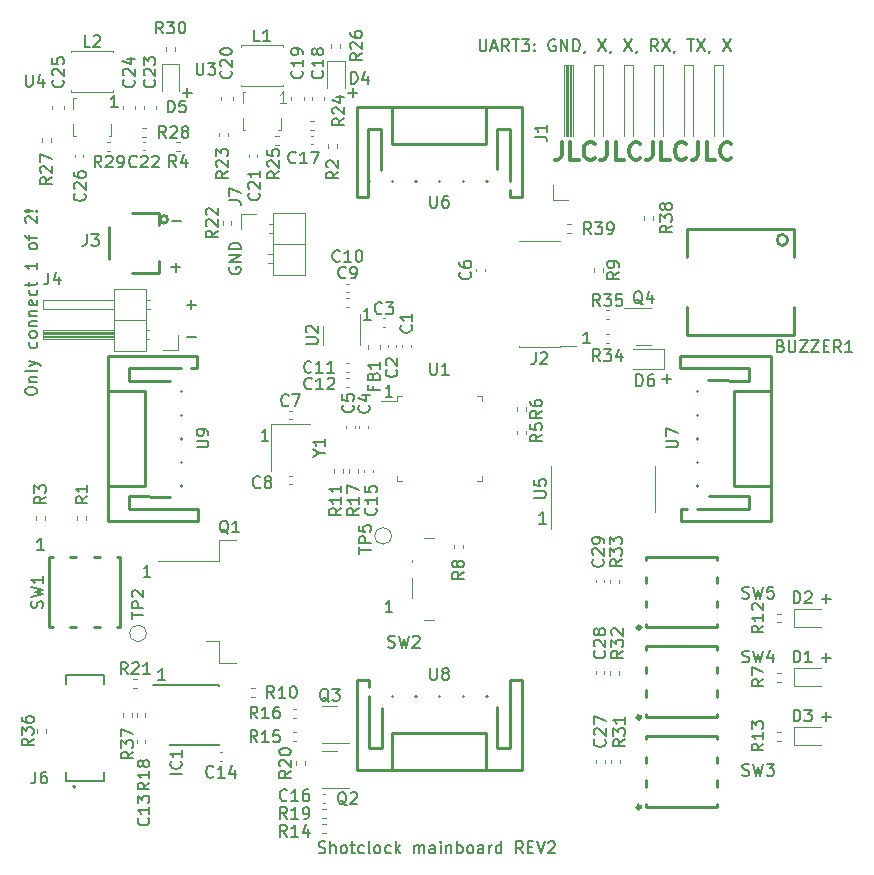
<source format=gbr>
%TF.GenerationSoftware,KiCad,Pcbnew,7.0.7-7.0.7~ubuntu22.04.1*%
%TF.CreationDate,2023-10-06T14:41:20+02:00*%
%TF.ProjectId,ShotClockProject,53686f74-436c-46f6-936b-50726f6a6563,rev?*%
%TF.SameCoordinates,Original*%
%TF.FileFunction,Legend,Top*%
%TF.FilePolarity,Positive*%
%FSLAX46Y46*%
G04 Gerber Fmt 4.6, Leading zero omitted, Abs format (unit mm)*
G04 Created by KiCad (PCBNEW 7.0.7-7.0.7~ubuntu22.04.1) date 2023-10-06 14:41:20*
%MOMM*%
%LPD*%
G01*
G04 APERTURE LIST*
%ADD10C,0.300000*%
%ADD11C,0.150000*%
%ADD12C,0.100000*%
%ADD13C,0.120000*%
%ADD14C,0.200000*%
%ADD15C,0.250000*%
G04 APERTURE END LIST*
D10*
X164366787Y-74913397D02*
X164366787Y-75984826D01*
X164366787Y-75984826D02*
X164295358Y-76199111D01*
X164295358Y-76199111D02*
X164152501Y-76341969D01*
X164152501Y-76341969D02*
X163938215Y-76413397D01*
X163938215Y-76413397D02*
X163795358Y-76413397D01*
X165795358Y-76413397D02*
X165081072Y-76413397D01*
X165081072Y-76413397D02*
X165081072Y-74913397D01*
X167152501Y-76270540D02*
X167081073Y-76341969D01*
X167081073Y-76341969D02*
X166866787Y-76413397D01*
X166866787Y-76413397D02*
X166723930Y-76413397D01*
X166723930Y-76413397D02*
X166509644Y-76341969D01*
X166509644Y-76341969D02*
X166366787Y-76199111D01*
X166366787Y-76199111D02*
X166295358Y-76056254D01*
X166295358Y-76056254D02*
X166223930Y-75770540D01*
X166223930Y-75770540D02*
X166223930Y-75556254D01*
X166223930Y-75556254D02*
X166295358Y-75270540D01*
X166295358Y-75270540D02*
X166366787Y-75127683D01*
X166366787Y-75127683D02*
X166509644Y-74984826D01*
X166509644Y-74984826D02*
X166723930Y-74913397D01*
X166723930Y-74913397D02*
X166866787Y-74913397D01*
X166866787Y-74913397D02*
X167081073Y-74984826D01*
X167081073Y-74984826D02*
X167152501Y-75056254D01*
X168223930Y-74913397D02*
X168223930Y-75984826D01*
X168223930Y-75984826D02*
X168152501Y-76199111D01*
X168152501Y-76199111D02*
X168009644Y-76341969D01*
X168009644Y-76341969D02*
X167795358Y-76413397D01*
X167795358Y-76413397D02*
X167652501Y-76413397D01*
X169652501Y-76413397D02*
X168938215Y-76413397D01*
X168938215Y-76413397D02*
X168938215Y-74913397D01*
X171009644Y-76270540D02*
X170938216Y-76341969D01*
X170938216Y-76341969D02*
X170723930Y-76413397D01*
X170723930Y-76413397D02*
X170581073Y-76413397D01*
X170581073Y-76413397D02*
X170366787Y-76341969D01*
X170366787Y-76341969D02*
X170223930Y-76199111D01*
X170223930Y-76199111D02*
X170152501Y-76056254D01*
X170152501Y-76056254D02*
X170081073Y-75770540D01*
X170081073Y-75770540D02*
X170081073Y-75556254D01*
X170081073Y-75556254D02*
X170152501Y-75270540D01*
X170152501Y-75270540D02*
X170223930Y-75127683D01*
X170223930Y-75127683D02*
X170366787Y-74984826D01*
X170366787Y-74984826D02*
X170581073Y-74913397D01*
X170581073Y-74913397D02*
X170723930Y-74913397D01*
X170723930Y-74913397D02*
X170938216Y-74984826D01*
X170938216Y-74984826D02*
X171009644Y-75056254D01*
X172081073Y-74913397D02*
X172081073Y-75984826D01*
X172081073Y-75984826D02*
X172009644Y-76199111D01*
X172009644Y-76199111D02*
X171866787Y-76341969D01*
X171866787Y-76341969D02*
X171652501Y-76413397D01*
X171652501Y-76413397D02*
X171509644Y-76413397D01*
X173509644Y-76413397D02*
X172795358Y-76413397D01*
X172795358Y-76413397D02*
X172795358Y-74913397D01*
X174866787Y-76270540D02*
X174795359Y-76341969D01*
X174795359Y-76341969D02*
X174581073Y-76413397D01*
X174581073Y-76413397D02*
X174438216Y-76413397D01*
X174438216Y-76413397D02*
X174223930Y-76341969D01*
X174223930Y-76341969D02*
X174081073Y-76199111D01*
X174081073Y-76199111D02*
X174009644Y-76056254D01*
X174009644Y-76056254D02*
X173938216Y-75770540D01*
X173938216Y-75770540D02*
X173938216Y-75556254D01*
X173938216Y-75556254D02*
X174009644Y-75270540D01*
X174009644Y-75270540D02*
X174081073Y-75127683D01*
X174081073Y-75127683D02*
X174223930Y-74984826D01*
X174223930Y-74984826D02*
X174438216Y-74913397D01*
X174438216Y-74913397D02*
X174581073Y-74913397D01*
X174581073Y-74913397D02*
X174795359Y-74984826D01*
X174795359Y-74984826D02*
X174866787Y-75056254D01*
X175938216Y-74913397D02*
X175938216Y-75984826D01*
X175938216Y-75984826D02*
X175866787Y-76199111D01*
X175866787Y-76199111D02*
X175723930Y-76341969D01*
X175723930Y-76341969D02*
X175509644Y-76413397D01*
X175509644Y-76413397D02*
X175366787Y-76413397D01*
X177366787Y-76413397D02*
X176652501Y-76413397D01*
X176652501Y-76413397D02*
X176652501Y-74913397D01*
X178723930Y-76270540D02*
X178652502Y-76341969D01*
X178652502Y-76341969D02*
X178438216Y-76413397D01*
X178438216Y-76413397D02*
X178295359Y-76413397D01*
X178295359Y-76413397D02*
X178081073Y-76341969D01*
X178081073Y-76341969D02*
X177938216Y-76199111D01*
X177938216Y-76199111D02*
X177866787Y-76056254D01*
X177866787Y-76056254D02*
X177795359Y-75770540D01*
X177795359Y-75770540D02*
X177795359Y-75556254D01*
X177795359Y-75556254D02*
X177866787Y-75270540D01*
X177866787Y-75270540D02*
X177938216Y-75127683D01*
X177938216Y-75127683D02*
X178081073Y-74984826D01*
X178081073Y-74984826D02*
X178295359Y-74913397D01*
X178295359Y-74913397D02*
X178438216Y-74913397D01*
X178438216Y-74913397D02*
X178652502Y-74984826D01*
X178652502Y-74984826D02*
X178723930Y-75056254D01*
D11*
X143789160Y-135072200D02*
X143932017Y-135119819D01*
X143932017Y-135119819D02*
X144170112Y-135119819D01*
X144170112Y-135119819D02*
X144265350Y-135072200D01*
X144265350Y-135072200D02*
X144312969Y-135024580D01*
X144312969Y-135024580D02*
X144360588Y-134929342D01*
X144360588Y-134929342D02*
X144360588Y-134834104D01*
X144360588Y-134834104D02*
X144312969Y-134738866D01*
X144312969Y-134738866D02*
X144265350Y-134691247D01*
X144265350Y-134691247D02*
X144170112Y-134643628D01*
X144170112Y-134643628D02*
X143979636Y-134596009D01*
X143979636Y-134596009D02*
X143884398Y-134548390D01*
X143884398Y-134548390D02*
X143836779Y-134500771D01*
X143836779Y-134500771D02*
X143789160Y-134405533D01*
X143789160Y-134405533D02*
X143789160Y-134310295D01*
X143789160Y-134310295D02*
X143836779Y-134215057D01*
X143836779Y-134215057D02*
X143884398Y-134167438D01*
X143884398Y-134167438D02*
X143979636Y-134119819D01*
X143979636Y-134119819D02*
X144217731Y-134119819D01*
X144217731Y-134119819D02*
X144360588Y-134167438D01*
X144789160Y-135119819D02*
X144789160Y-134119819D01*
X145217731Y-135119819D02*
X145217731Y-134596009D01*
X145217731Y-134596009D02*
X145170112Y-134500771D01*
X145170112Y-134500771D02*
X145074874Y-134453152D01*
X145074874Y-134453152D02*
X144932017Y-134453152D01*
X144932017Y-134453152D02*
X144836779Y-134500771D01*
X144836779Y-134500771D02*
X144789160Y-134548390D01*
X145836779Y-135119819D02*
X145741541Y-135072200D01*
X145741541Y-135072200D02*
X145693922Y-135024580D01*
X145693922Y-135024580D02*
X145646303Y-134929342D01*
X145646303Y-134929342D02*
X145646303Y-134643628D01*
X145646303Y-134643628D02*
X145693922Y-134548390D01*
X145693922Y-134548390D02*
X145741541Y-134500771D01*
X145741541Y-134500771D02*
X145836779Y-134453152D01*
X145836779Y-134453152D02*
X145979636Y-134453152D01*
X145979636Y-134453152D02*
X146074874Y-134500771D01*
X146074874Y-134500771D02*
X146122493Y-134548390D01*
X146122493Y-134548390D02*
X146170112Y-134643628D01*
X146170112Y-134643628D02*
X146170112Y-134929342D01*
X146170112Y-134929342D02*
X146122493Y-135024580D01*
X146122493Y-135024580D02*
X146074874Y-135072200D01*
X146074874Y-135072200D02*
X145979636Y-135119819D01*
X145979636Y-135119819D02*
X145836779Y-135119819D01*
X146455827Y-134453152D02*
X146836779Y-134453152D01*
X146598684Y-134119819D02*
X146598684Y-134976961D01*
X146598684Y-134976961D02*
X146646303Y-135072200D01*
X146646303Y-135072200D02*
X146741541Y-135119819D01*
X146741541Y-135119819D02*
X146836779Y-135119819D01*
X147598684Y-135072200D02*
X147503446Y-135119819D01*
X147503446Y-135119819D02*
X147312970Y-135119819D01*
X147312970Y-135119819D02*
X147217732Y-135072200D01*
X147217732Y-135072200D02*
X147170113Y-135024580D01*
X147170113Y-135024580D02*
X147122494Y-134929342D01*
X147122494Y-134929342D02*
X147122494Y-134643628D01*
X147122494Y-134643628D02*
X147170113Y-134548390D01*
X147170113Y-134548390D02*
X147217732Y-134500771D01*
X147217732Y-134500771D02*
X147312970Y-134453152D01*
X147312970Y-134453152D02*
X147503446Y-134453152D01*
X147503446Y-134453152D02*
X147598684Y-134500771D01*
X148170113Y-135119819D02*
X148074875Y-135072200D01*
X148074875Y-135072200D02*
X148027256Y-134976961D01*
X148027256Y-134976961D02*
X148027256Y-134119819D01*
X148693923Y-135119819D02*
X148598685Y-135072200D01*
X148598685Y-135072200D02*
X148551066Y-135024580D01*
X148551066Y-135024580D02*
X148503447Y-134929342D01*
X148503447Y-134929342D02*
X148503447Y-134643628D01*
X148503447Y-134643628D02*
X148551066Y-134548390D01*
X148551066Y-134548390D02*
X148598685Y-134500771D01*
X148598685Y-134500771D02*
X148693923Y-134453152D01*
X148693923Y-134453152D02*
X148836780Y-134453152D01*
X148836780Y-134453152D02*
X148932018Y-134500771D01*
X148932018Y-134500771D02*
X148979637Y-134548390D01*
X148979637Y-134548390D02*
X149027256Y-134643628D01*
X149027256Y-134643628D02*
X149027256Y-134929342D01*
X149027256Y-134929342D02*
X148979637Y-135024580D01*
X148979637Y-135024580D02*
X148932018Y-135072200D01*
X148932018Y-135072200D02*
X148836780Y-135119819D01*
X148836780Y-135119819D02*
X148693923Y-135119819D01*
X149884399Y-135072200D02*
X149789161Y-135119819D01*
X149789161Y-135119819D02*
X149598685Y-135119819D01*
X149598685Y-135119819D02*
X149503447Y-135072200D01*
X149503447Y-135072200D02*
X149455828Y-135024580D01*
X149455828Y-135024580D02*
X149408209Y-134929342D01*
X149408209Y-134929342D02*
X149408209Y-134643628D01*
X149408209Y-134643628D02*
X149455828Y-134548390D01*
X149455828Y-134548390D02*
X149503447Y-134500771D01*
X149503447Y-134500771D02*
X149598685Y-134453152D01*
X149598685Y-134453152D02*
X149789161Y-134453152D01*
X149789161Y-134453152D02*
X149884399Y-134500771D01*
X150312971Y-135119819D02*
X150312971Y-134119819D01*
X150408209Y-134738866D02*
X150693923Y-135119819D01*
X150693923Y-134453152D02*
X150312971Y-134834104D01*
X151884400Y-135119819D02*
X151884400Y-134453152D01*
X151884400Y-134548390D02*
X151932019Y-134500771D01*
X151932019Y-134500771D02*
X152027257Y-134453152D01*
X152027257Y-134453152D02*
X152170114Y-134453152D01*
X152170114Y-134453152D02*
X152265352Y-134500771D01*
X152265352Y-134500771D02*
X152312971Y-134596009D01*
X152312971Y-134596009D02*
X152312971Y-135119819D01*
X152312971Y-134596009D02*
X152360590Y-134500771D01*
X152360590Y-134500771D02*
X152455828Y-134453152D01*
X152455828Y-134453152D02*
X152598685Y-134453152D01*
X152598685Y-134453152D02*
X152693924Y-134500771D01*
X152693924Y-134500771D02*
X152741543Y-134596009D01*
X152741543Y-134596009D02*
X152741543Y-135119819D01*
X153646304Y-135119819D02*
X153646304Y-134596009D01*
X153646304Y-134596009D02*
X153598685Y-134500771D01*
X153598685Y-134500771D02*
X153503447Y-134453152D01*
X153503447Y-134453152D02*
X153312971Y-134453152D01*
X153312971Y-134453152D02*
X153217733Y-134500771D01*
X153646304Y-135072200D02*
X153551066Y-135119819D01*
X153551066Y-135119819D02*
X153312971Y-135119819D01*
X153312971Y-135119819D02*
X153217733Y-135072200D01*
X153217733Y-135072200D02*
X153170114Y-134976961D01*
X153170114Y-134976961D02*
X153170114Y-134881723D01*
X153170114Y-134881723D02*
X153217733Y-134786485D01*
X153217733Y-134786485D02*
X153312971Y-134738866D01*
X153312971Y-134738866D02*
X153551066Y-134738866D01*
X153551066Y-134738866D02*
X153646304Y-134691247D01*
X154122495Y-135119819D02*
X154122495Y-134453152D01*
X154122495Y-134119819D02*
X154074876Y-134167438D01*
X154074876Y-134167438D02*
X154122495Y-134215057D01*
X154122495Y-134215057D02*
X154170114Y-134167438D01*
X154170114Y-134167438D02*
X154122495Y-134119819D01*
X154122495Y-134119819D02*
X154122495Y-134215057D01*
X154598685Y-134453152D02*
X154598685Y-135119819D01*
X154598685Y-134548390D02*
X154646304Y-134500771D01*
X154646304Y-134500771D02*
X154741542Y-134453152D01*
X154741542Y-134453152D02*
X154884399Y-134453152D01*
X154884399Y-134453152D02*
X154979637Y-134500771D01*
X154979637Y-134500771D02*
X155027256Y-134596009D01*
X155027256Y-134596009D02*
X155027256Y-135119819D01*
X155503447Y-135119819D02*
X155503447Y-134119819D01*
X155503447Y-134500771D02*
X155598685Y-134453152D01*
X155598685Y-134453152D02*
X155789161Y-134453152D01*
X155789161Y-134453152D02*
X155884399Y-134500771D01*
X155884399Y-134500771D02*
X155932018Y-134548390D01*
X155932018Y-134548390D02*
X155979637Y-134643628D01*
X155979637Y-134643628D02*
X155979637Y-134929342D01*
X155979637Y-134929342D02*
X155932018Y-135024580D01*
X155932018Y-135024580D02*
X155884399Y-135072200D01*
X155884399Y-135072200D02*
X155789161Y-135119819D01*
X155789161Y-135119819D02*
X155598685Y-135119819D01*
X155598685Y-135119819D02*
X155503447Y-135072200D01*
X156551066Y-135119819D02*
X156455828Y-135072200D01*
X156455828Y-135072200D02*
X156408209Y-135024580D01*
X156408209Y-135024580D02*
X156360590Y-134929342D01*
X156360590Y-134929342D02*
X156360590Y-134643628D01*
X156360590Y-134643628D02*
X156408209Y-134548390D01*
X156408209Y-134548390D02*
X156455828Y-134500771D01*
X156455828Y-134500771D02*
X156551066Y-134453152D01*
X156551066Y-134453152D02*
X156693923Y-134453152D01*
X156693923Y-134453152D02*
X156789161Y-134500771D01*
X156789161Y-134500771D02*
X156836780Y-134548390D01*
X156836780Y-134548390D02*
X156884399Y-134643628D01*
X156884399Y-134643628D02*
X156884399Y-134929342D01*
X156884399Y-134929342D02*
X156836780Y-135024580D01*
X156836780Y-135024580D02*
X156789161Y-135072200D01*
X156789161Y-135072200D02*
X156693923Y-135119819D01*
X156693923Y-135119819D02*
X156551066Y-135119819D01*
X157741542Y-135119819D02*
X157741542Y-134596009D01*
X157741542Y-134596009D02*
X157693923Y-134500771D01*
X157693923Y-134500771D02*
X157598685Y-134453152D01*
X157598685Y-134453152D02*
X157408209Y-134453152D01*
X157408209Y-134453152D02*
X157312971Y-134500771D01*
X157741542Y-135072200D02*
X157646304Y-135119819D01*
X157646304Y-135119819D02*
X157408209Y-135119819D01*
X157408209Y-135119819D02*
X157312971Y-135072200D01*
X157312971Y-135072200D02*
X157265352Y-134976961D01*
X157265352Y-134976961D02*
X157265352Y-134881723D01*
X157265352Y-134881723D02*
X157312971Y-134786485D01*
X157312971Y-134786485D02*
X157408209Y-134738866D01*
X157408209Y-134738866D02*
X157646304Y-134738866D01*
X157646304Y-134738866D02*
X157741542Y-134691247D01*
X158217733Y-135119819D02*
X158217733Y-134453152D01*
X158217733Y-134643628D02*
X158265352Y-134548390D01*
X158265352Y-134548390D02*
X158312971Y-134500771D01*
X158312971Y-134500771D02*
X158408209Y-134453152D01*
X158408209Y-134453152D02*
X158503447Y-134453152D01*
X159265352Y-135119819D02*
X159265352Y-134119819D01*
X159265352Y-135072200D02*
X159170114Y-135119819D01*
X159170114Y-135119819D02*
X158979638Y-135119819D01*
X158979638Y-135119819D02*
X158884400Y-135072200D01*
X158884400Y-135072200D02*
X158836781Y-135024580D01*
X158836781Y-135024580D02*
X158789162Y-134929342D01*
X158789162Y-134929342D02*
X158789162Y-134643628D01*
X158789162Y-134643628D02*
X158836781Y-134548390D01*
X158836781Y-134548390D02*
X158884400Y-134500771D01*
X158884400Y-134500771D02*
X158979638Y-134453152D01*
X158979638Y-134453152D02*
X159170114Y-134453152D01*
X159170114Y-134453152D02*
X159265352Y-134500771D01*
X161074876Y-135119819D02*
X160741543Y-134643628D01*
X160503448Y-135119819D02*
X160503448Y-134119819D01*
X160503448Y-134119819D02*
X160884400Y-134119819D01*
X160884400Y-134119819D02*
X160979638Y-134167438D01*
X160979638Y-134167438D02*
X161027257Y-134215057D01*
X161027257Y-134215057D02*
X161074876Y-134310295D01*
X161074876Y-134310295D02*
X161074876Y-134453152D01*
X161074876Y-134453152D02*
X161027257Y-134548390D01*
X161027257Y-134548390D02*
X160979638Y-134596009D01*
X160979638Y-134596009D02*
X160884400Y-134643628D01*
X160884400Y-134643628D02*
X160503448Y-134643628D01*
X161503448Y-134596009D02*
X161836781Y-134596009D01*
X161979638Y-135119819D02*
X161503448Y-135119819D01*
X161503448Y-135119819D02*
X161503448Y-134119819D01*
X161503448Y-134119819D02*
X161979638Y-134119819D01*
X162265353Y-134119819D02*
X162598686Y-135119819D01*
X162598686Y-135119819D02*
X162932019Y-134119819D01*
X163217734Y-134215057D02*
X163265353Y-134167438D01*
X163265353Y-134167438D02*
X163360591Y-134119819D01*
X163360591Y-134119819D02*
X163598686Y-134119819D01*
X163598686Y-134119819D02*
X163693924Y-134167438D01*
X163693924Y-134167438D02*
X163741543Y-134215057D01*
X163741543Y-134215057D02*
X163789162Y-134310295D01*
X163789162Y-134310295D02*
X163789162Y-134405533D01*
X163789162Y-134405533D02*
X163741543Y-134548390D01*
X163741543Y-134548390D02*
X163170115Y-135119819D01*
X163170115Y-135119819D02*
X163789162Y-135119819D01*
X142704819Y-92011904D02*
X143514342Y-92011904D01*
X143514342Y-92011904D02*
X143609580Y-91964285D01*
X143609580Y-91964285D02*
X143657200Y-91916666D01*
X143657200Y-91916666D02*
X143704819Y-91821428D01*
X143704819Y-91821428D02*
X143704819Y-91630952D01*
X143704819Y-91630952D02*
X143657200Y-91535714D01*
X143657200Y-91535714D02*
X143609580Y-91488095D01*
X143609580Y-91488095D02*
X143514342Y-91440476D01*
X143514342Y-91440476D02*
X142704819Y-91440476D01*
X142800057Y-91011904D02*
X142752438Y-90964285D01*
X142752438Y-90964285D02*
X142704819Y-90869047D01*
X142704819Y-90869047D02*
X142704819Y-90630952D01*
X142704819Y-90630952D02*
X142752438Y-90535714D01*
X142752438Y-90535714D02*
X142800057Y-90488095D01*
X142800057Y-90488095D02*
X142895295Y-90440476D01*
X142895295Y-90440476D02*
X142990533Y-90440476D01*
X142990533Y-90440476D02*
X143133390Y-90488095D01*
X143133390Y-90488095D02*
X143704819Y-91059523D01*
X143704819Y-91059523D02*
X143704819Y-90440476D01*
X148206983Y-89954819D02*
X147635555Y-89954819D01*
X147921269Y-89954819D02*
X147921269Y-88954819D01*
X147921269Y-88954819D02*
X147826031Y-89097676D01*
X147826031Y-89097676D02*
X147730793Y-89192914D01*
X147730793Y-89192914D02*
X147635555Y-89240533D01*
X120704819Y-104916666D02*
X120228628Y-105249999D01*
X120704819Y-105488094D02*
X119704819Y-105488094D01*
X119704819Y-105488094D02*
X119704819Y-105107142D01*
X119704819Y-105107142D02*
X119752438Y-105011904D01*
X119752438Y-105011904D02*
X119800057Y-104964285D01*
X119800057Y-104964285D02*
X119895295Y-104916666D01*
X119895295Y-104916666D02*
X120038152Y-104916666D01*
X120038152Y-104916666D02*
X120133390Y-104964285D01*
X120133390Y-104964285D02*
X120181009Y-105011904D01*
X120181009Y-105011904D02*
X120228628Y-105107142D01*
X120228628Y-105107142D02*
X120228628Y-105488094D01*
X119704819Y-104583332D02*
X119704819Y-103964285D01*
X119704819Y-103964285D02*
X120085771Y-104297618D01*
X120085771Y-104297618D02*
X120085771Y-104154761D01*
X120085771Y-104154761D02*
X120133390Y-104059523D01*
X120133390Y-104059523D02*
X120181009Y-104011904D01*
X120181009Y-104011904D02*
X120276247Y-103964285D01*
X120276247Y-103964285D02*
X120514342Y-103964285D01*
X120514342Y-103964285D02*
X120609580Y-104011904D01*
X120609580Y-104011904D02*
X120657200Y-104059523D01*
X120657200Y-104059523D02*
X120704819Y-104154761D01*
X120704819Y-104154761D02*
X120704819Y-104440475D01*
X120704819Y-104440475D02*
X120657200Y-104535713D01*
X120657200Y-104535713D02*
X120609580Y-104583332D01*
X145954819Y-72892857D02*
X145478628Y-73226190D01*
X145954819Y-73464285D02*
X144954819Y-73464285D01*
X144954819Y-73464285D02*
X144954819Y-73083333D01*
X144954819Y-73083333D02*
X145002438Y-72988095D01*
X145002438Y-72988095D02*
X145050057Y-72940476D01*
X145050057Y-72940476D02*
X145145295Y-72892857D01*
X145145295Y-72892857D02*
X145288152Y-72892857D01*
X145288152Y-72892857D02*
X145383390Y-72940476D01*
X145383390Y-72940476D02*
X145431009Y-72988095D01*
X145431009Y-72988095D02*
X145478628Y-73083333D01*
X145478628Y-73083333D02*
X145478628Y-73464285D01*
X145050057Y-72511904D02*
X145002438Y-72464285D01*
X145002438Y-72464285D02*
X144954819Y-72369047D01*
X144954819Y-72369047D02*
X144954819Y-72130952D01*
X144954819Y-72130952D02*
X145002438Y-72035714D01*
X145002438Y-72035714D02*
X145050057Y-71988095D01*
X145050057Y-71988095D02*
X145145295Y-71940476D01*
X145145295Y-71940476D02*
X145240533Y-71940476D01*
X145240533Y-71940476D02*
X145383390Y-71988095D01*
X145383390Y-71988095D02*
X145954819Y-72559523D01*
X145954819Y-72559523D02*
X145954819Y-71940476D01*
X145288152Y-71083333D02*
X145954819Y-71083333D01*
X144907200Y-71321428D02*
X145621485Y-71559523D01*
X145621485Y-71559523D02*
X145621485Y-70940476D01*
X120916666Y-85954819D02*
X120916666Y-86669104D01*
X120916666Y-86669104D02*
X120869047Y-86811961D01*
X120869047Y-86811961D02*
X120773809Y-86907200D01*
X120773809Y-86907200D02*
X120630952Y-86954819D01*
X120630952Y-86954819D02*
X120535714Y-86954819D01*
X121821428Y-86288152D02*
X121821428Y-86954819D01*
X121583333Y-85907200D02*
X121345238Y-86621485D01*
X121345238Y-86621485D02*
X121964285Y-86621485D01*
X118954819Y-96071429D02*
X118954819Y-95880953D01*
X118954819Y-95880953D02*
X119002438Y-95785715D01*
X119002438Y-95785715D02*
X119097676Y-95690477D01*
X119097676Y-95690477D02*
X119288152Y-95642858D01*
X119288152Y-95642858D02*
X119621485Y-95642858D01*
X119621485Y-95642858D02*
X119811961Y-95690477D01*
X119811961Y-95690477D02*
X119907200Y-95785715D01*
X119907200Y-95785715D02*
X119954819Y-95880953D01*
X119954819Y-95880953D02*
X119954819Y-96071429D01*
X119954819Y-96071429D02*
X119907200Y-96166667D01*
X119907200Y-96166667D02*
X119811961Y-96261905D01*
X119811961Y-96261905D02*
X119621485Y-96309524D01*
X119621485Y-96309524D02*
X119288152Y-96309524D01*
X119288152Y-96309524D02*
X119097676Y-96261905D01*
X119097676Y-96261905D02*
X119002438Y-96166667D01*
X119002438Y-96166667D02*
X118954819Y-96071429D01*
X119288152Y-95214286D02*
X119954819Y-95214286D01*
X119383390Y-95214286D02*
X119335771Y-95166667D01*
X119335771Y-95166667D02*
X119288152Y-95071429D01*
X119288152Y-95071429D02*
X119288152Y-94928572D01*
X119288152Y-94928572D02*
X119335771Y-94833334D01*
X119335771Y-94833334D02*
X119431009Y-94785715D01*
X119431009Y-94785715D02*
X119954819Y-94785715D01*
X119954819Y-94166667D02*
X119907200Y-94261905D01*
X119907200Y-94261905D02*
X119811961Y-94309524D01*
X119811961Y-94309524D02*
X118954819Y-94309524D01*
X119288152Y-93880952D02*
X119954819Y-93642857D01*
X119288152Y-93404762D02*
X119954819Y-93642857D01*
X119954819Y-93642857D02*
X120192914Y-93738095D01*
X120192914Y-93738095D02*
X120240533Y-93785714D01*
X120240533Y-93785714D02*
X120288152Y-93880952D01*
X119907200Y-91833333D02*
X119954819Y-91928571D01*
X119954819Y-91928571D02*
X119954819Y-92119047D01*
X119954819Y-92119047D02*
X119907200Y-92214285D01*
X119907200Y-92214285D02*
X119859580Y-92261904D01*
X119859580Y-92261904D02*
X119764342Y-92309523D01*
X119764342Y-92309523D02*
X119478628Y-92309523D01*
X119478628Y-92309523D02*
X119383390Y-92261904D01*
X119383390Y-92261904D02*
X119335771Y-92214285D01*
X119335771Y-92214285D02*
X119288152Y-92119047D01*
X119288152Y-92119047D02*
X119288152Y-91928571D01*
X119288152Y-91928571D02*
X119335771Y-91833333D01*
X119954819Y-91261904D02*
X119907200Y-91357142D01*
X119907200Y-91357142D02*
X119859580Y-91404761D01*
X119859580Y-91404761D02*
X119764342Y-91452380D01*
X119764342Y-91452380D02*
X119478628Y-91452380D01*
X119478628Y-91452380D02*
X119383390Y-91404761D01*
X119383390Y-91404761D02*
X119335771Y-91357142D01*
X119335771Y-91357142D02*
X119288152Y-91261904D01*
X119288152Y-91261904D02*
X119288152Y-91119047D01*
X119288152Y-91119047D02*
X119335771Y-91023809D01*
X119335771Y-91023809D02*
X119383390Y-90976190D01*
X119383390Y-90976190D02*
X119478628Y-90928571D01*
X119478628Y-90928571D02*
X119764342Y-90928571D01*
X119764342Y-90928571D02*
X119859580Y-90976190D01*
X119859580Y-90976190D02*
X119907200Y-91023809D01*
X119907200Y-91023809D02*
X119954819Y-91119047D01*
X119954819Y-91119047D02*
X119954819Y-91261904D01*
X119288152Y-90499999D02*
X119954819Y-90499999D01*
X119383390Y-90499999D02*
X119335771Y-90452380D01*
X119335771Y-90452380D02*
X119288152Y-90357142D01*
X119288152Y-90357142D02*
X119288152Y-90214285D01*
X119288152Y-90214285D02*
X119335771Y-90119047D01*
X119335771Y-90119047D02*
X119431009Y-90071428D01*
X119431009Y-90071428D02*
X119954819Y-90071428D01*
X119288152Y-89595237D02*
X119954819Y-89595237D01*
X119383390Y-89595237D02*
X119335771Y-89547618D01*
X119335771Y-89547618D02*
X119288152Y-89452380D01*
X119288152Y-89452380D02*
X119288152Y-89309523D01*
X119288152Y-89309523D02*
X119335771Y-89214285D01*
X119335771Y-89214285D02*
X119431009Y-89166666D01*
X119431009Y-89166666D02*
X119954819Y-89166666D01*
X119907200Y-88309523D02*
X119954819Y-88404761D01*
X119954819Y-88404761D02*
X119954819Y-88595237D01*
X119954819Y-88595237D02*
X119907200Y-88690475D01*
X119907200Y-88690475D02*
X119811961Y-88738094D01*
X119811961Y-88738094D02*
X119431009Y-88738094D01*
X119431009Y-88738094D02*
X119335771Y-88690475D01*
X119335771Y-88690475D02*
X119288152Y-88595237D01*
X119288152Y-88595237D02*
X119288152Y-88404761D01*
X119288152Y-88404761D02*
X119335771Y-88309523D01*
X119335771Y-88309523D02*
X119431009Y-88261904D01*
X119431009Y-88261904D02*
X119526247Y-88261904D01*
X119526247Y-88261904D02*
X119621485Y-88738094D01*
X119907200Y-87404761D02*
X119954819Y-87499999D01*
X119954819Y-87499999D02*
X119954819Y-87690475D01*
X119954819Y-87690475D02*
X119907200Y-87785713D01*
X119907200Y-87785713D02*
X119859580Y-87833332D01*
X119859580Y-87833332D02*
X119764342Y-87880951D01*
X119764342Y-87880951D02*
X119478628Y-87880951D01*
X119478628Y-87880951D02*
X119383390Y-87833332D01*
X119383390Y-87833332D02*
X119335771Y-87785713D01*
X119335771Y-87785713D02*
X119288152Y-87690475D01*
X119288152Y-87690475D02*
X119288152Y-87499999D01*
X119288152Y-87499999D02*
X119335771Y-87404761D01*
X119288152Y-87119046D02*
X119288152Y-86738094D01*
X118954819Y-86976189D02*
X119811961Y-86976189D01*
X119811961Y-86976189D02*
X119907200Y-86928570D01*
X119907200Y-86928570D02*
X119954819Y-86833332D01*
X119954819Y-86833332D02*
X119954819Y-86738094D01*
X119954819Y-85119046D02*
X119954819Y-85690474D01*
X119954819Y-85404760D02*
X118954819Y-85404760D01*
X118954819Y-85404760D02*
X119097676Y-85499998D01*
X119097676Y-85499998D02*
X119192914Y-85595236D01*
X119192914Y-85595236D02*
X119240533Y-85690474D01*
X119954819Y-83785712D02*
X119907200Y-83880950D01*
X119907200Y-83880950D02*
X119859580Y-83928569D01*
X119859580Y-83928569D02*
X119764342Y-83976188D01*
X119764342Y-83976188D02*
X119478628Y-83976188D01*
X119478628Y-83976188D02*
X119383390Y-83928569D01*
X119383390Y-83928569D02*
X119335771Y-83880950D01*
X119335771Y-83880950D02*
X119288152Y-83785712D01*
X119288152Y-83785712D02*
X119288152Y-83642855D01*
X119288152Y-83642855D02*
X119335771Y-83547617D01*
X119335771Y-83547617D02*
X119383390Y-83499998D01*
X119383390Y-83499998D02*
X119478628Y-83452379D01*
X119478628Y-83452379D02*
X119764342Y-83452379D01*
X119764342Y-83452379D02*
X119859580Y-83499998D01*
X119859580Y-83499998D02*
X119907200Y-83547617D01*
X119907200Y-83547617D02*
X119954819Y-83642855D01*
X119954819Y-83642855D02*
X119954819Y-83785712D01*
X119288152Y-83166664D02*
X119288152Y-82785712D01*
X119954819Y-83023807D02*
X119097676Y-83023807D01*
X119097676Y-83023807D02*
X119002438Y-82976188D01*
X119002438Y-82976188D02*
X118954819Y-82880950D01*
X118954819Y-82880950D02*
X118954819Y-82785712D01*
X119050057Y-81738092D02*
X119002438Y-81690473D01*
X119002438Y-81690473D02*
X118954819Y-81595235D01*
X118954819Y-81595235D02*
X118954819Y-81357140D01*
X118954819Y-81357140D02*
X119002438Y-81261902D01*
X119002438Y-81261902D02*
X119050057Y-81214283D01*
X119050057Y-81214283D02*
X119145295Y-81166664D01*
X119145295Y-81166664D02*
X119240533Y-81166664D01*
X119240533Y-81166664D02*
X119383390Y-81214283D01*
X119383390Y-81214283D02*
X119954819Y-81785711D01*
X119954819Y-81785711D02*
X119954819Y-81166664D01*
X119859580Y-80738092D02*
X119907200Y-80690473D01*
X119907200Y-80690473D02*
X119954819Y-80738092D01*
X119954819Y-80738092D02*
X119907200Y-80785711D01*
X119907200Y-80785711D02*
X119859580Y-80738092D01*
X119859580Y-80738092D02*
X119954819Y-80738092D01*
X119573866Y-80738092D02*
X119002438Y-80785711D01*
X119002438Y-80785711D02*
X118954819Y-80738092D01*
X118954819Y-80738092D02*
X119002438Y-80690473D01*
X119002438Y-80690473D02*
X119573866Y-80738092D01*
X119573866Y-80738092D02*
X118954819Y-80738092D01*
X133380951Y-91426133D02*
X132619047Y-91426133D01*
X133380951Y-88676133D02*
X132619047Y-88676133D01*
X132999999Y-88295180D02*
X132999999Y-89057085D01*
X146681928Y-97179146D02*
X146729548Y-97226765D01*
X146729548Y-97226765D02*
X146777167Y-97369622D01*
X146777167Y-97369622D02*
X146777167Y-97464860D01*
X146777167Y-97464860D02*
X146729548Y-97607717D01*
X146729548Y-97607717D02*
X146634309Y-97702955D01*
X146634309Y-97702955D02*
X146539071Y-97750574D01*
X146539071Y-97750574D02*
X146348595Y-97798193D01*
X146348595Y-97798193D02*
X146205738Y-97798193D01*
X146205738Y-97798193D02*
X146015262Y-97750574D01*
X146015262Y-97750574D02*
X145920024Y-97702955D01*
X145920024Y-97702955D02*
X145824786Y-97607717D01*
X145824786Y-97607717D02*
X145777167Y-97464860D01*
X145777167Y-97464860D02*
X145777167Y-97369622D01*
X145777167Y-97369622D02*
X145824786Y-97226765D01*
X145824786Y-97226765D02*
X145872405Y-97179146D01*
X145777167Y-96274384D02*
X145777167Y-96750574D01*
X145777167Y-96750574D02*
X146253357Y-96798193D01*
X146253357Y-96798193D02*
X146205738Y-96750574D01*
X146205738Y-96750574D02*
X146158119Y-96655336D01*
X146158119Y-96655336D02*
X146158119Y-96417241D01*
X146158119Y-96417241D02*
X146205738Y-96322003D01*
X146205738Y-96322003D02*
X146253357Y-96274384D01*
X146253357Y-96274384D02*
X146348595Y-96226765D01*
X146348595Y-96226765D02*
X146586690Y-96226765D01*
X146586690Y-96226765D02*
X146681928Y-96274384D01*
X146681928Y-96274384D02*
X146729548Y-96322003D01*
X146729548Y-96322003D02*
X146777167Y-96417241D01*
X146777167Y-96417241D02*
X146777167Y-96655336D01*
X146777167Y-96655336D02*
X146729548Y-96750574D01*
X146729548Y-96750574D02*
X146681928Y-96798193D01*
X128369803Y-76947313D02*
X128322184Y-76994933D01*
X128322184Y-76994933D02*
X128179327Y-77042552D01*
X128179327Y-77042552D02*
X128084089Y-77042552D01*
X128084089Y-77042552D02*
X127941232Y-76994933D01*
X127941232Y-76994933D02*
X127845994Y-76899694D01*
X127845994Y-76899694D02*
X127798375Y-76804456D01*
X127798375Y-76804456D02*
X127750756Y-76613980D01*
X127750756Y-76613980D02*
X127750756Y-76471123D01*
X127750756Y-76471123D02*
X127798375Y-76280647D01*
X127798375Y-76280647D02*
X127845994Y-76185409D01*
X127845994Y-76185409D02*
X127941232Y-76090171D01*
X127941232Y-76090171D02*
X128084089Y-76042552D01*
X128084089Y-76042552D02*
X128179327Y-76042552D01*
X128179327Y-76042552D02*
X128322184Y-76090171D01*
X128322184Y-76090171D02*
X128369803Y-76137790D01*
X128750756Y-76137790D02*
X128798375Y-76090171D01*
X128798375Y-76090171D02*
X128893613Y-76042552D01*
X128893613Y-76042552D02*
X129131708Y-76042552D01*
X129131708Y-76042552D02*
X129226946Y-76090171D01*
X129226946Y-76090171D02*
X129274565Y-76137790D01*
X129274565Y-76137790D02*
X129322184Y-76233028D01*
X129322184Y-76233028D02*
X129322184Y-76328266D01*
X129322184Y-76328266D02*
X129274565Y-76471123D01*
X129274565Y-76471123D02*
X128703137Y-77042552D01*
X128703137Y-77042552D02*
X129322184Y-77042552D01*
X129703137Y-76137790D02*
X129750756Y-76090171D01*
X129750756Y-76090171D02*
X129845994Y-76042552D01*
X129845994Y-76042552D02*
X130084089Y-76042552D01*
X130084089Y-76042552D02*
X130179327Y-76090171D01*
X130179327Y-76090171D02*
X130226946Y-76137790D01*
X130226946Y-76137790D02*
X130274565Y-76233028D01*
X130274565Y-76233028D02*
X130274565Y-76328266D01*
X130274565Y-76328266D02*
X130226946Y-76471123D01*
X130226946Y-76471123D02*
X129655518Y-77042552D01*
X129655518Y-77042552D02*
X130274565Y-77042552D01*
X167973344Y-117980253D02*
X168020964Y-118027872D01*
X168020964Y-118027872D02*
X168068583Y-118170729D01*
X168068583Y-118170729D02*
X168068583Y-118265967D01*
X168068583Y-118265967D02*
X168020964Y-118408824D01*
X168020964Y-118408824D02*
X167925725Y-118504062D01*
X167925725Y-118504062D02*
X167830487Y-118551681D01*
X167830487Y-118551681D02*
X167640011Y-118599300D01*
X167640011Y-118599300D02*
X167497154Y-118599300D01*
X167497154Y-118599300D02*
X167306678Y-118551681D01*
X167306678Y-118551681D02*
X167211440Y-118504062D01*
X167211440Y-118504062D02*
X167116202Y-118408824D01*
X167116202Y-118408824D02*
X167068583Y-118265967D01*
X167068583Y-118265967D02*
X167068583Y-118170729D01*
X167068583Y-118170729D02*
X167116202Y-118027872D01*
X167116202Y-118027872D02*
X167163821Y-117980253D01*
X167163821Y-117599300D02*
X167116202Y-117551681D01*
X167116202Y-117551681D02*
X167068583Y-117456443D01*
X167068583Y-117456443D02*
X167068583Y-117218348D01*
X167068583Y-117218348D02*
X167116202Y-117123110D01*
X167116202Y-117123110D02*
X167163821Y-117075491D01*
X167163821Y-117075491D02*
X167259059Y-117027872D01*
X167259059Y-117027872D02*
X167354297Y-117027872D01*
X167354297Y-117027872D02*
X167497154Y-117075491D01*
X167497154Y-117075491D02*
X168068583Y-117646919D01*
X168068583Y-117646919D02*
X168068583Y-117027872D01*
X167497154Y-116456443D02*
X167449535Y-116551681D01*
X167449535Y-116551681D02*
X167401916Y-116599300D01*
X167401916Y-116599300D02*
X167306678Y-116646919D01*
X167306678Y-116646919D02*
X167259059Y-116646919D01*
X167259059Y-116646919D02*
X167163821Y-116599300D01*
X167163821Y-116599300D02*
X167116202Y-116551681D01*
X167116202Y-116551681D02*
X167068583Y-116456443D01*
X167068583Y-116456443D02*
X167068583Y-116265967D01*
X167068583Y-116265967D02*
X167116202Y-116170729D01*
X167116202Y-116170729D02*
X167163821Y-116123110D01*
X167163821Y-116123110D02*
X167259059Y-116075491D01*
X167259059Y-116075491D02*
X167306678Y-116075491D01*
X167306678Y-116075491D02*
X167401916Y-116123110D01*
X167401916Y-116123110D02*
X167449535Y-116170729D01*
X167449535Y-116170729D02*
X167497154Y-116265967D01*
X167497154Y-116265967D02*
X167497154Y-116456443D01*
X167497154Y-116456443D02*
X167544773Y-116551681D01*
X167544773Y-116551681D02*
X167592392Y-116599300D01*
X167592392Y-116599300D02*
X167687630Y-116646919D01*
X167687630Y-116646919D02*
X167878106Y-116646919D01*
X167878106Y-116646919D02*
X167973344Y-116599300D01*
X167973344Y-116599300D02*
X168020964Y-116551681D01*
X168020964Y-116551681D02*
X168068583Y-116456443D01*
X168068583Y-116456443D02*
X168068583Y-116265967D01*
X168068583Y-116265967D02*
X168020964Y-116170729D01*
X168020964Y-116170729D02*
X167973344Y-116123110D01*
X167973344Y-116123110D02*
X167878106Y-116075491D01*
X167878106Y-116075491D02*
X167687630Y-116075491D01*
X167687630Y-116075491D02*
X167592392Y-116123110D01*
X167592392Y-116123110D02*
X167544773Y-116170729D01*
X167544773Y-116170729D02*
X167497154Y-116265967D01*
X156609580Y-85916666D02*
X156657200Y-85964285D01*
X156657200Y-85964285D02*
X156704819Y-86107142D01*
X156704819Y-86107142D02*
X156704819Y-86202380D01*
X156704819Y-86202380D02*
X156657200Y-86345237D01*
X156657200Y-86345237D02*
X156561961Y-86440475D01*
X156561961Y-86440475D02*
X156466723Y-86488094D01*
X156466723Y-86488094D02*
X156276247Y-86535713D01*
X156276247Y-86535713D02*
X156133390Y-86535713D01*
X156133390Y-86535713D02*
X155942914Y-86488094D01*
X155942914Y-86488094D02*
X155847676Y-86440475D01*
X155847676Y-86440475D02*
X155752438Y-86345237D01*
X155752438Y-86345237D02*
X155704819Y-86202380D01*
X155704819Y-86202380D02*
X155704819Y-86107142D01*
X155704819Y-86107142D02*
X155752438Y-85964285D01*
X155752438Y-85964285D02*
X155800057Y-85916666D01*
X155704819Y-85059523D02*
X155704819Y-85249999D01*
X155704819Y-85249999D02*
X155752438Y-85345237D01*
X155752438Y-85345237D02*
X155800057Y-85392856D01*
X155800057Y-85392856D02*
X155942914Y-85488094D01*
X155942914Y-85488094D02*
X156133390Y-85535713D01*
X156133390Y-85535713D02*
X156514342Y-85535713D01*
X156514342Y-85535713D02*
X156609580Y-85488094D01*
X156609580Y-85488094D02*
X156657200Y-85440475D01*
X156657200Y-85440475D02*
X156704819Y-85345237D01*
X156704819Y-85345237D02*
X156704819Y-85154761D01*
X156704819Y-85154761D02*
X156657200Y-85059523D01*
X156657200Y-85059523D02*
X156609580Y-85011904D01*
X156609580Y-85011904D02*
X156514342Y-84964285D01*
X156514342Y-84964285D02*
X156276247Y-84964285D01*
X156276247Y-84964285D02*
X156181009Y-85011904D01*
X156181009Y-85011904D02*
X156133390Y-85059523D01*
X156133390Y-85059523D02*
X156085771Y-85154761D01*
X156085771Y-85154761D02*
X156085771Y-85345237D01*
X156085771Y-85345237D02*
X156133390Y-85440475D01*
X156133390Y-85440475D02*
X156181009Y-85488094D01*
X156181009Y-85488094D02*
X156276247Y-85535713D01*
X173704819Y-81970141D02*
X173228628Y-82303474D01*
X173704819Y-82541569D02*
X172704819Y-82541569D01*
X172704819Y-82541569D02*
X172704819Y-82160617D01*
X172704819Y-82160617D02*
X172752438Y-82065379D01*
X172752438Y-82065379D02*
X172800057Y-82017760D01*
X172800057Y-82017760D02*
X172895295Y-81970141D01*
X172895295Y-81970141D02*
X173038152Y-81970141D01*
X173038152Y-81970141D02*
X173133390Y-82017760D01*
X173133390Y-82017760D02*
X173181009Y-82065379D01*
X173181009Y-82065379D02*
X173228628Y-82160617D01*
X173228628Y-82160617D02*
X173228628Y-82541569D01*
X172704819Y-81636807D02*
X172704819Y-81017760D01*
X172704819Y-81017760D02*
X173085771Y-81351093D01*
X173085771Y-81351093D02*
X173085771Y-81208236D01*
X173085771Y-81208236D02*
X173133390Y-81112998D01*
X173133390Y-81112998D02*
X173181009Y-81065379D01*
X173181009Y-81065379D02*
X173276247Y-81017760D01*
X173276247Y-81017760D02*
X173514342Y-81017760D01*
X173514342Y-81017760D02*
X173609580Y-81065379D01*
X173609580Y-81065379D02*
X173657200Y-81112998D01*
X173657200Y-81112998D02*
X173704819Y-81208236D01*
X173704819Y-81208236D02*
X173704819Y-81493950D01*
X173704819Y-81493950D02*
X173657200Y-81589188D01*
X173657200Y-81589188D02*
X173609580Y-81636807D01*
X173133390Y-80446331D02*
X173085771Y-80541569D01*
X173085771Y-80541569D02*
X173038152Y-80589188D01*
X173038152Y-80589188D02*
X172942914Y-80636807D01*
X172942914Y-80636807D02*
X172895295Y-80636807D01*
X172895295Y-80636807D02*
X172800057Y-80589188D01*
X172800057Y-80589188D02*
X172752438Y-80541569D01*
X172752438Y-80541569D02*
X172704819Y-80446331D01*
X172704819Y-80446331D02*
X172704819Y-80255855D01*
X172704819Y-80255855D02*
X172752438Y-80160617D01*
X172752438Y-80160617D02*
X172800057Y-80112998D01*
X172800057Y-80112998D02*
X172895295Y-80065379D01*
X172895295Y-80065379D02*
X172942914Y-80065379D01*
X172942914Y-80065379D02*
X173038152Y-80112998D01*
X173038152Y-80112998D02*
X173085771Y-80160617D01*
X173085771Y-80160617D02*
X173133390Y-80255855D01*
X173133390Y-80255855D02*
X173133390Y-80446331D01*
X173133390Y-80446331D02*
X173181009Y-80541569D01*
X173181009Y-80541569D02*
X173228628Y-80589188D01*
X173228628Y-80589188D02*
X173323866Y-80636807D01*
X173323866Y-80636807D02*
X173514342Y-80636807D01*
X173514342Y-80636807D02*
X173609580Y-80589188D01*
X173609580Y-80589188D02*
X173657200Y-80541569D01*
X173657200Y-80541569D02*
X173704819Y-80446331D01*
X173704819Y-80446331D02*
X173704819Y-80255855D01*
X173704819Y-80255855D02*
X173657200Y-80160617D01*
X173657200Y-80160617D02*
X173609580Y-80112998D01*
X173609580Y-80112998D02*
X173514342Y-80065379D01*
X173514342Y-80065379D02*
X173323866Y-80065379D01*
X173323866Y-80065379D02*
X173228628Y-80112998D01*
X173228628Y-80112998D02*
X173181009Y-80160617D01*
X173181009Y-80160617D02*
X173133390Y-80255855D01*
X184011905Y-118954819D02*
X184011905Y-117954819D01*
X184011905Y-117954819D02*
X184250000Y-117954819D01*
X184250000Y-117954819D02*
X184392857Y-118002438D01*
X184392857Y-118002438D02*
X184488095Y-118097676D01*
X184488095Y-118097676D02*
X184535714Y-118192914D01*
X184535714Y-118192914D02*
X184583333Y-118383390D01*
X184583333Y-118383390D02*
X184583333Y-118526247D01*
X184583333Y-118526247D02*
X184535714Y-118716723D01*
X184535714Y-118716723D02*
X184488095Y-118811961D01*
X184488095Y-118811961D02*
X184392857Y-118907200D01*
X184392857Y-118907200D02*
X184250000Y-118954819D01*
X184250000Y-118954819D02*
X184011905Y-118954819D01*
X185535714Y-118954819D02*
X184964286Y-118954819D01*
X185250000Y-118954819D02*
X185250000Y-117954819D01*
X185250000Y-117954819D02*
X185154762Y-118097676D01*
X185154762Y-118097676D02*
X185059524Y-118192914D01*
X185059524Y-118192914D02*
X184964286Y-118240533D01*
X186369048Y-118573866D02*
X187130953Y-118573866D01*
X186750000Y-118954819D02*
X186750000Y-118192914D01*
X119816666Y-128204819D02*
X119816666Y-128919104D01*
X119816666Y-128919104D02*
X119769047Y-129061961D01*
X119769047Y-129061961D02*
X119673809Y-129157200D01*
X119673809Y-129157200D02*
X119530952Y-129204819D01*
X119530952Y-129204819D02*
X119435714Y-129204819D01*
X120721428Y-128204819D02*
X120530952Y-128204819D01*
X120530952Y-128204819D02*
X120435714Y-128252438D01*
X120435714Y-128252438D02*
X120388095Y-128300057D01*
X120388095Y-128300057D02*
X120292857Y-128442914D01*
X120292857Y-128442914D02*
X120245238Y-128633390D01*
X120245238Y-128633390D02*
X120245238Y-129014342D01*
X120245238Y-129014342D02*
X120292857Y-129109580D01*
X120292857Y-129109580D02*
X120340476Y-129157200D01*
X120340476Y-129157200D02*
X120435714Y-129204819D01*
X120435714Y-129204819D02*
X120626190Y-129204819D01*
X120626190Y-129204819D02*
X120721428Y-129157200D01*
X120721428Y-129157200D02*
X120769047Y-129109580D01*
X120769047Y-129109580D02*
X120816666Y-129014342D01*
X120816666Y-129014342D02*
X120816666Y-128776247D01*
X120816666Y-128776247D02*
X120769047Y-128681009D01*
X120769047Y-128681009D02*
X120721428Y-128633390D01*
X120721428Y-128633390D02*
X120626190Y-128585771D01*
X120626190Y-128585771D02*
X120435714Y-128585771D01*
X120435714Y-128585771D02*
X120340476Y-128633390D01*
X120340476Y-128633390D02*
X120292857Y-128681009D01*
X120292857Y-128681009D02*
X120245238Y-128776247D01*
X130607142Y-65704819D02*
X130273809Y-65228628D01*
X130035714Y-65704819D02*
X130035714Y-64704819D01*
X130035714Y-64704819D02*
X130416666Y-64704819D01*
X130416666Y-64704819D02*
X130511904Y-64752438D01*
X130511904Y-64752438D02*
X130559523Y-64800057D01*
X130559523Y-64800057D02*
X130607142Y-64895295D01*
X130607142Y-64895295D02*
X130607142Y-65038152D01*
X130607142Y-65038152D02*
X130559523Y-65133390D01*
X130559523Y-65133390D02*
X130511904Y-65181009D01*
X130511904Y-65181009D02*
X130416666Y-65228628D01*
X130416666Y-65228628D02*
X130035714Y-65228628D01*
X130940476Y-64704819D02*
X131559523Y-64704819D01*
X131559523Y-64704819D02*
X131226190Y-65085771D01*
X131226190Y-65085771D02*
X131369047Y-65085771D01*
X131369047Y-65085771D02*
X131464285Y-65133390D01*
X131464285Y-65133390D02*
X131511904Y-65181009D01*
X131511904Y-65181009D02*
X131559523Y-65276247D01*
X131559523Y-65276247D02*
X131559523Y-65514342D01*
X131559523Y-65514342D02*
X131511904Y-65609580D01*
X131511904Y-65609580D02*
X131464285Y-65657200D01*
X131464285Y-65657200D02*
X131369047Y-65704819D01*
X131369047Y-65704819D02*
X131083333Y-65704819D01*
X131083333Y-65704819D02*
X130988095Y-65657200D01*
X130988095Y-65657200D02*
X130940476Y-65609580D01*
X132178571Y-64704819D02*
X132273809Y-64704819D01*
X132273809Y-64704819D02*
X132369047Y-64752438D01*
X132369047Y-64752438D02*
X132416666Y-64800057D01*
X132416666Y-64800057D02*
X132464285Y-64895295D01*
X132464285Y-64895295D02*
X132511904Y-65085771D01*
X132511904Y-65085771D02*
X132511904Y-65323866D01*
X132511904Y-65323866D02*
X132464285Y-65514342D01*
X132464285Y-65514342D02*
X132416666Y-65609580D01*
X132416666Y-65609580D02*
X132369047Y-65657200D01*
X132369047Y-65657200D02*
X132273809Y-65704819D01*
X132273809Y-65704819D02*
X132178571Y-65704819D01*
X132178571Y-65704819D02*
X132083333Y-65657200D01*
X132083333Y-65657200D02*
X132035714Y-65609580D01*
X132035714Y-65609580D02*
X131988095Y-65514342D01*
X131988095Y-65514342D02*
X131940476Y-65323866D01*
X131940476Y-65323866D02*
X131940476Y-65085771D01*
X131940476Y-65085771D02*
X131988095Y-64895295D01*
X131988095Y-64895295D02*
X132035714Y-64800057D01*
X132035714Y-64800057D02*
X132083333Y-64752438D01*
X132083333Y-64752438D02*
X132178571Y-64704819D01*
X122119580Y-69645974D02*
X122167200Y-69693593D01*
X122167200Y-69693593D02*
X122214819Y-69836450D01*
X122214819Y-69836450D02*
X122214819Y-69931688D01*
X122214819Y-69931688D02*
X122167200Y-70074545D01*
X122167200Y-70074545D02*
X122071961Y-70169783D01*
X122071961Y-70169783D02*
X121976723Y-70217402D01*
X121976723Y-70217402D02*
X121786247Y-70265021D01*
X121786247Y-70265021D02*
X121643390Y-70265021D01*
X121643390Y-70265021D02*
X121452914Y-70217402D01*
X121452914Y-70217402D02*
X121357676Y-70169783D01*
X121357676Y-70169783D02*
X121262438Y-70074545D01*
X121262438Y-70074545D02*
X121214819Y-69931688D01*
X121214819Y-69931688D02*
X121214819Y-69836450D01*
X121214819Y-69836450D02*
X121262438Y-69693593D01*
X121262438Y-69693593D02*
X121310057Y-69645974D01*
X121310057Y-69265021D02*
X121262438Y-69217402D01*
X121262438Y-69217402D02*
X121214819Y-69122164D01*
X121214819Y-69122164D02*
X121214819Y-68884069D01*
X121214819Y-68884069D02*
X121262438Y-68788831D01*
X121262438Y-68788831D02*
X121310057Y-68741212D01*
X121310057Y-68741212D02*
X121405295Y-68693593D01*
X121405295Y-68693593D02*
X121500533Y-68693593D01*
X121500533Y-68693593D02*
X121643390Y-68741212D01*
X121643390Y-68741212D02*
X122214819Y-69312640D01*
X122214819Y-69312640D02*
X122214819Y-68693593D01*
X121214819Y-67788831D02*
X121214819Y-68265021D01*
X121214819Y-68265021D02*
X121691009Y-68312640D01*
X121691009Y-68312640D02*
X121643390Y-68265021D01*
X121643390Y-68265021D02*
X121595771Y-68169783D01*
X121595771Y-68169783D02*
X121595771Y-67931688D01*
X121595771Y-67931688D02*
X121643390Y-67836450D01*
X121643390Y-67836450D02*
X121691009Y-67788831D01*
X121691009Y-67788831D02*
X121786247Y-67741212D01*
X121786247Y-67741212D02*
X122024342Y-67741212D01*
X122024342Y-67741212D02*
X122119580Y-67788831D01*
X122119580Y-67788831D02*
X122167200Y-67836450D01*
X122167200Y-67836450D02*
X122214819Y-67931688D01*
X122214819Y-67931688D02*
X122214819Y-68169783D01*
X122214819Y-68169783D02*
X122167200Y-68265021D01*
X122167200Y-68265021D02*
X122119580Y-68312640D01*
X133454819Y-100761904D02*
X134264342Y-100761904D01*
X134264342Y-100761904D02*
X134359580Y-100714285D01*
X134359580Y-100714285D02*
X134407200Y-100666666D01*
X134407200Y-100666666D02*
X134454819Y-100571428D01*
X134454819Y-100571428D02*
X134454819Y-100380952D01*
X134454819Y-100380952D02*
X134407200Y-100285714D01*
X134407200Y-100285714D02*
X134359580Y-100238095D01*
X134359580Y-100238095D02*
X134264342Y-100190476D01*
X134264342Y-100190476D02*
X133454819Y-100190476D01*
X134454819Y-99666666D02*
X134454819Y-99476190D01*
X134454819Y-99476190D02*
X134407200Y-99380952D01*
X134407200Y-99380952D02*
X134359580Y-99333333D01*
X134359580Y-99333333D02*
X134216723Y-99238095D01*
X134216723Y-99238095D02*
X134026247Y-99190476D01*
X134026247Y-99190476D02*
X133645295Y-99190476D01*
X133645295Y-99190476D02*
X133550057Y-99238095D01*
X133550057Y-99238095D02*
X133502438Y-99285714D01*
X133502438Y-99285714D02*
X133454819Y-99380952D01*
X133454819Y-99380952D02*
X133454819Y-99571428D01*
X133454819Y-99571428D02*
X133502438Y-99666666D01*
X133502438Y-99666666D02*
X133550057Y-99714285D01*
X133550057Y-99714285D02*
X133645295Y-99761904D01*
X133645295Y-99761904D02*
X133883390Y-99761904D01*
X133883390Y-99761904D02*
X133978628Y-99714285D01*
X133978628Y-99714285D02*
X134026247Y-99666666D01*
X134026247Y-99666666D02*
X134073866Y-99571428D01*
X134073866Y-99571428D02*
X134073866Y-99380952D01*
X134073866Y-99380952D02*
X134026247Y-99285714D01*
X134026247Y-99285714D02*
X133978628Y-99238095D01*
X133978628Y-99238095D02*
X133883390Y-99190476D01*
X120407200Y-114333332D02*
X120454819Y-114190475D01*
X120454819Y-114190475D02*
X120454819Y-113952380D01*
X120454819Y-113952380D02*
X120407200Y-113857142D01*
X120407200Y-113857142D02*
X120359580Y-113809523D01*
X120359580Y-113809523D02*
X120264342Y-113761904D01*
X120264342Y-113761904D02*
X120169104Y-113761904D01*
X120169104Y-113761904D02*
X120073866Y-113809523D01*
X120073866Y-113809523D02*
X120026247Y-113857142D01*
X120026247Y-113857142D02*
X119978628Y-113952380D01*
X119978628Y-113952380D02*
X119931009Y-114142856D01*
X119931009Y-114142856D02*
X119883390Y-114238094D01*
X119883390Y-114238094D02*
X119835771Y-114285713D01*
X119835771Y-114285713D02*
X119740533Y-114333332D01*
X119740533Y-114333332D02*
X119645295Y-114333332D01*
X119645295Y-114333332D02*
X119550057Y-114285713D01*
X119550057Y-114285713D02*
X119502438Y-114238094D01*
X119502438Y-114238094D02*
X119454819Y-114142856D01*
X119454819Y-114142856D02*
X119454819Y-113904761D01*
X119454819Y-113904761D02*
X119502438Y-113761904D01*
X119454819Y-113428570D02*
X120454819Y-113190475D01*
X120454819Y-113190475D02*
X119740533Y-112999999D01*
X119740533Y-112999999D02*
X120454819Y-112809523D01*
X120454819Y-112809523D02*
X119454819Y-112571428D01*
X120454819Y-111666666D02*
X120454819Y-112238094D01*
X120454819Y-111952380D02*
X119454819Y-111952380D01*
X119454819Y-111952380D02*
X119597676Y-112047618D01*
X119597676Y-112047618D02*
X119692914Y-112142856D01*
X119692914Y-112142856D02*
X119740533Y-112238094D01*
X120535714Y-109454819D02*
X119964286Y-109454819D01*
X120250000Y-109454819D02*
X120250000Y-108454819D01*
X120250000Y-108454819D02*
X120154762Y-108597676D01*
X120154762Y-108597676D02*
X120059524Y-108692914D01*
X120059524Y-108692914D02*
X119964286Y-108740533D01*
X184011905Y-113954819D02*
X184011905Y-112954819D01*
X184011905Y-112954819D02*
X184250000Y-112954819D01*
X184250000Y-112954819D02*
X184392857Y-113002438D01*
X184392857Y-113002438D02*
X184488095Y-113097676D01*
X184488095Y-113097676D02*
X184535714Y-113192914D01*
X184535714Y-113192914D02*
X184583333Y-113383390D01*
X184583333Y-113383390D02*
X184583333Y-113526247D01*
X184583333Y-113526247D02*
X184535714Y-113716723D01*
X184535714Y-113716723D02*
X184488095Y-113811961D01*
X184488095Y-113811961D02*
X184392857Y-113907200D01*
X184392857Y-113907200D02*
X184250000Y-113954819D01*
X184250000Y-113954819D02*
X184011905Y-113954819D01*
X184964286Y-113050057D02*
X185011905Y-113002438D01*
X185011905Y-113002438D02*
X185107143Y-112954819D01*
X185107143Y-112954819D02*
X185345238Y-112954819D01*
X185345238Y-112954819D02*
X185440476Y-113002438D01*
X185440476Y-113002438D02*
X185488095Y-113050057D01*
X185488095Y-113050057D02*
X185535714Y-113145295D01*
X185535714Y-113145295D02*
X185535714Y-113240533D01*
X185535714Y-113240533D02*
X185488095Y-113383390D01*
X185488095Y-113383390D02*
X184916667Y-113954819D01*
X184916667Y-113954819D02*
X185535714Y-113954819D01*
X186369048Y-113573866D02*
X187130953Y-113573866D01*
X186750000Y-113954819D02*
X186750000Y-113192914D01*
X167607142Y-88784819D02*
X167273809Y-88308628D01*
X167035714Y-88784819D02*
X167035714Y-87784819D01*
X167035714Y-87784819D02*
X167416666Y-87784819D01*
X167416666Y-87784819D02*
X167511904Y-87832438D01*
X167511904Y-87832438D02*
X167559523Y-87880057D01*
X167559523Y-87880057D02*
X167607142Y-87975295D01*
X167607142Y-87975295D02*
X167607142Y-88118152D01*
X167607142Y-88118152D02*
X167559523Y-88213390D01*
X167559523Y-88213390D02*
X167511904Y-88261009D01*
X167511904Y-88261009D02*
X167416666Y-88308628D01*
X167416666Y-88308628D02*
X167035714Y-88308628D01*
X167940476Y-87784819D02*
X168559523Y-87784819D01*
X168559523Y-87784819D02*
X168226190Y-88165771D01*
X168226190Y-88165771D02*
X168369047Y-88165771D01*
X168369047Y-88165771D02*
X168464285Y-88213390D01*
X168464285Y-88213390D02*
X168511904Y-88261009D01*
X168511904Y-88261009D02*
X168559523Y-88356247D01*
X168559523Y-88356247D02*
X168559523Y-88594342D01*
X168559523Y-88594342D02*
X168511904Y-88689580D01*
X168511904Y-88689580D02*
X168464285Y-88737200D01*
X168464285Y-88737200D02*
X168369047Y-88784819D01*
X168369047Y-88784819D02*
X168083333Y-88784819D01*
X168083333Y-88784819D02*
X167988095Y-88737200D01*
X167988095Y-88737200D02*
X167940476Y-88689580D01*
X169464285Y-87784819D02*
X168988095Y-87784819D01*
X168988095Y-87784819D02*
X168940476Y-88261009D01*
X168940476Y-88261009D02*
X168988095Y-88213390D01*
X168988095Y-88213390D02*
X169083333Y-88165771D01*
X169083333Y-88165771D02*
X169321428Y-88165771D01*
X169321428Y-88165771D02*
X169416666Y-88213390D01*
X169416666Y-88213390D02*
X169464285Y-88261009D01*
X169464285Y-88261009D02*
X169511904Y-88356247D01*
X169511904Y-88356247D02*
X169511904Y-88594342D01*
X169511904Y-88594342D02*
X169464285Y-88689580D01*
X169464285Y-88689580D02*
X169416666Y-88737200D01*
X169416666Y-88737200D02*
X169321428Y-88784819D01*
X169321428Y-88784819D02*
X169083333Y-88784819D01*
X169083333Y-88784819D02*
X168988095Y-88737200D01*
X168988095Y-88737200D02*
X168940476Y-88689580D01*
X141107142Y-133704819D02*
X140773809Y-133228628D01*
X140535714Y-133704819D02*
X140535714Y-132704819D01*
X140535714Y-132704819D02*
X140916666Y-132704819D01*
X140916666Y-132704819D02*
X141011904Y-132752438D01*
X141011904Y-132752438D02*
X141059523Y-132800057D01*
X141059523Y-132800057D02*
X141107142Y-132895295D01*
X141107142Y-132895295D02*
X141107142Y-133038152D01*
X141107142Y-133038152D02*
X141059523Y-133133390D01*
X141059523Y-133133390D02*
X141011904Y-133181009D01*
X141011904Y-133181009D02*
X140916666Y-133228628D01*
X140916666Y-133228628D02*
X140535714Y-133228628D01*
X142059523Y-133704819D02*
X141488095Y-133704819D01*
X141773809Y-133704819D02*
X141773809Y-132704819D01*
X141773809Y-132704819D02*
X141678571Y-132847676D01*
X141678571Y-132847676D02*
X141583333Y-132942914D01*
X141583333Y-132942914D02*
X141488095Y-132990533D01*
X142916666Y-133038152D02*
X142916666Y-133704819D01*
X142678571Y-132657200D02*
X142440476Y-133371485D01*
X142440476Y-133371485D02*
X143059523Y-133371485D01*
X127954819Y-115261904D02*
X127954819Y-114690476D01*
X128954819Y-114976190D02*
X127954819Y-114976190D01*
X128954819Y-114357142D02*
X127954819Y-114357142D01*
X127954819Y-114357142D02*
X127954819Y-113976190D01*
X127954819Y-113976190D02*
X128002438Y-113880952D01*
X128002438Y-113880952D02*
X128050057Y-113833333D01*
X128050057Y-113833333D02*
X128145295Y-113785714D01*
X128145295Y-113785714D02*
X128288152Y-113785714D01*
X128288152Y-113785714D02*
X128383390Y-113833333D01*
X128383390Y-113833333D02*
X128431009Y-113880952D01*
X128431009Y-113880952D02*
X128478628Y-113976190D01*
X128478628Y-113976190D02*
X128478628Y-114357142D01*
X128050057Y-113404761D02*
X128002438Y-113357142D01*
X128002438Y-113357142D02*
X127954819Y-113261904D01*
X127954819Y-113261904D02*
X127954819Y-113023809D01*
X127954819Y-113023809D02*
X128002438Y-112928571D01*
X128002438Y-112928571D02*
X128050057Y-112880952D01*
X128050057Y-112880952D02*
X128145295Y-112833333D01*
X128145295Y-112833333D02*
X128240533Y-112833333D01*
X128240533Y-112833333D02*
X128383390Y-112880952D01*
X128383390Y-112880952D02*
X128954819Y-113452380D01*
X128954819Y-113452380D02*
X128954819Y-112833333D01*
X151609580Y-90416666D02*
X151657200Y-90464285D01*
X151657200Y-90464285D02*
X151704819Y-90607142D01*
X151704819Y-90607142D02*
X151704819Y-90702380D01*
X151704819Y-90702380D02*
X151657200Y-90845237D01*
X151657200Y-90845237D02*
X151561961Y-90940475D01*
X151561961Y-90940475D02*
X151466723Y-90988094D01*
X151466723Y-90988094D02*
X151276247Y-91035713D01*
X151276247Y-91035713D02*
X151133390Y-91035713D01*
X151133390Y-91035713D02*
X150942914Y-90988094D01*
X150942914Y-90988094D02*
X150847676Y-90940475D01*
X150847676Y-90940475D02*
X150752438Y-90845237D01*
X150752438Y-90845237D02*
X150704819Y-90702380D01*
X150704819Y-90702380D02*
X150704819Y-90607142D01*
X150704819Y-90607142D02*
X150752438Y-90464285D01*
X150752438Y-90464285D02*
X150800057Y-90416666D01*
X151704819Y-89464285D02*
X151704819Y-90035713D01*
X151704819Y-89749999D02*
X150704819Y-89749999D01*
X150704819Y-89749999D02*
X150847676Y-89845237D01*
X150847676Y-89845237D02*
X150942914Y-89940475D01*
X150942914Y-89940475D02*
X150990533Y-90035713D01*
X148609580Y-105892857D02*
X148657200Y-105940476D01*
X148657200Y-105940476D02*
X148704819Y-106083333D01*
X148704819Y-106083333D02*
X148704819Y-106178571D01*
X148704819Y-106178571D02*
X148657200Y-106321428D01*
X148657200Y-106321428D02*
X148561961Y-106416666D01*
X148561961Y-106416666D02*
X148466723Y-106464285D01*
X148466723Y-106464285D02*
X148276247Y-106511904D01*
X148276247Y-106511904D02*
X148133390Y-106511904D01*
X148133390Y-106511904D02*
X147942914Y-106464285D01*
X147942914Y-106464285D02*
X147847676Y-106416666D01*
X147847676Y-106416666D02*
X147752438Y-106321428D01*
X147752438Y-106321428D02*
X147704819Y-106178571D01*
X147704819Y-106178571D02*
X147704819Y-106083333D01*
X147704819Y-106083333D02*
X147752438Y-105940476D01*
X147752438Y-105940476D02*
X147800057Y-105892857D01*
X148704819Y-104940476D02*
X148704819Y-105511904D01*
X148704819Y-105226190D02*
X147704819Y-105226190D01*
X147704819Y-105226190D02*
X147847676Y-105321428D01*
X147847676Y-105321428D02*
X147942914Y-105416666D01*
X147942914Y-105416666D02*
X147990533Y-105511904D01*
X147704819Y-104035714D02*
X147704819Y-104511904D01*
X147704819Y-104511904D02*
X148181009Y-104559523D01*
X148181009Y-104559523D02*
X148133390Y-104511904D01*
X148133390Y-104511904D02*
X148085771Y-104416666D01*
X148085771Y-104416666D02*
X148085771Y-104178571D01*
X148085771Y-104178571D02*
X148133390Y-104083333D01*
X148133390Y-104083333D02*
X148181009Y-104035714D01*
X148181009Y-104035714D02*
X148276247Y-103988095D01*
X148276247Y-103988095D02*
X148514342Y-103988095D01*
X148514342Y-103988095D02*
X148609580Y-104035714D01*
X148609580Y-104035714D02*
X148657200Y-104083333D01*
X148657200Y-104083333D02*
X148704819Y-104178571D01*
X148704819Y-104178571D02*
X148704819Y-104416666D01*
X148704819Y-104416666D02*
X148657200Y-104511904D01*
X148657200Y-104511904D02*
X148609580Y-104559523D01*
X140454819Y-77392857D02*
X139978628Y-77726190D01*
X140454819Y-77964285D02*
X139454819Y-77964285D01*
X139454819Y-77964285D02*
X139454819Y-77583333D01*
X139454819Y-77583333D02*
X139502438Y-77488095D01*
X139502438Y-77488095D02*
X139550057Y-77440476D01*
X139550057Y-77440476D02*
X139645295Y-77392857D01*
X139645295Y-77392857D02*
X139788152Y-77392857D01*
X139788152Y-77392857D02*
X139883390Y-77440476D01*
X139883390Y-77440476D02*
X139931009Y-77488095D01*
X139931009Y-77488095D02*
X139978628Y-77583333D01*
X139978628Y-77583333D02*
X139978628Y-77964285D01*
X139550057Y-77011904D02*
X139502438Y-76964285D01*
X139502438Y-76964285D02*
X139454819Y-76869047D01*
X139454819Y-76869047D02*
X139454819Y-76630952D01*
X139454819Y-76630952D02*
X139502438Y-76535714D01*
X139502438Y-76535714D02*
X139550057Y-76488095D01*
X139550057Y-76488095D02*
X139645295Y-76440476D01*
X139645295Y-76440476D02*
X139740533Y-76440476D01*
X139740533Y-76440476D02*
X139883390Y-76488095D01*
X139883390Y-76488095D02*
X140454819Y-77059523D01*
X140454819Y-77059523D02*
X140454819Y-76440476D01*
X139454819Y-75535714D02*
X139454819Y-76011904D01*
X139454819Y-76011904D02*
X139931009Y-76059523D01*
X139931009Y-76059523D02*
X139883390Y-76011904D01*
X139883390Y-76011904D02*
X139835771Y-75916666D01*
X139835771Y-75916666D02*
X139835771Y-75678571D01*
X139835771Y-75678571D02*
X139883390Y-75583333D01*
X139883390Y-75583333D02*
X139931009Y-75535714D01*
X139931009Y-75535714D02*
X140026247Y-75488095D01*
X140026247Y-75488095D02*
X140264342Y-75488095D01*
X140264342Y-75488095D02*
X140359580Y-75535714D01*
X140359580Y-75535714D02*
X140407200Y-75583333D01*
X140407200Y-75583333D02*
X140454819Y-75678571D01*
X140454819Y-75678571D02*
X140454819Y-75916666D01*
X140454819Y-75916666D02*
X140407200Y-76011904D01*
X140407200Y-76011904D02*
X140359580Y-76059523D01*
X169568583Y-117980253D02*
X169092392Y-118313586D01*
X169568583Y-118551681D02*
X168568583Y-118551681D01*
X168568583Y-118551681D02*
X168568583Y-118170729D01*
X168568583Y-118170729D02*
X168616202Y-118075491D01*
X168616202Y-118075491D02*
X168663821Y-118027872D01*
X168663821Y-118027872D02*
X168759059Y-117980253D01*
X168759059Y-117980253D02*
X168901916Y-117980253D01*
X168901916Y-117980253D02*
X168997154Y-118027872D01*
X168997154Y-118027872D02*
X169044773Y-118075491D01*
X169044773Y-118075491D02*
X169092392Y-118170729D01*
X169092392Y-118170729D02*
X169092392Y-118551681D01*
X168568583Y-117646919D02*
X168568583Y-117027872D01*
X168568583Y-117027872D02*
X168949535Y-117361205D01*
X168949535Y-117361205D02*
X168949535Y-117218348D01*
X168949535Y-117218348D02*
X168997154Y-117123110D01*
X168997154Y-117123110D02*
X169044773Y-117075491D01*
X169044773Y-117075491D02*
X169140011Y-117027872D01*
X169140011Y-117027872D02*
X169378106Y-117027872D01*
X169378106Y-117027872D02*
X169473344Y-117075491D01*
X169473344Y-117075491D02*
X169520964Y-117123110D01*
X169520964Y-117123110D02*
X169568583Y-117218348D01*
X169568583Y-117218348D02*
X169568583Y-117504062D01*
X169568583Y-117504062D02*
X169520964Y-117599300D01*
X169520964Y-117599300D02*
X169473344Y-117646919D01*
X168663821Y-116646919D02*
X168616202Y-116599300D01*
X168616202Y-116599300D02*
X168568583Y-116504062D01*
X168568583Y-116504062D02*
X168568583Y-116265967D01*
X168568583Y-116265967D02*
X168616202Y-116170729D01*
X168616202Y-116170729D02*
X168663821Y-116123110D01*
X168663821Y-116123110D02*
X168759059Y-116075491D01*
X168759059Y-116075491D02*
X168854297Y-116075491D01*
X168854297Y-116075491D02*
X168997154Y-116123110D01*
X168997154Y-116123110D02*
X169568583Y-116694538D01*
X169568583Y-116694538D02*
X169568583Y-116075491D01*
X150359580Y-94166666D02*
X150407200Y-94214285D01*
X150407200Y-94214285D02*
X150454819Y-94357142D01*
X150454819Y-94357142D02*
X150454819Y-94452380D01*
X150454819Y-94452380D02*
X150407200Y-94595237D01*
X150407200Y-94595237D02*
X150311961Y-94690475D01*
X150311961Y-94690475D02*
X150216723Y-94738094D01*
X150216723Y-94738094D02*
X150026247Y-94785713D01*
X150026247Y-94785713D02*
X149883390Y-94785713D01*
X149883390Y-94785713D02*
X149692914Y-94738094D01*
X149692914Y-94738094D02*
X149597676Y-94690475D01*
X149597676Y-94690475D02*
X149502438Y-94595237D01*
X149502438Y-94595237D02*
X149454819Y-94452380D01*
X149454819Y-94452380D02*
X149454819Y-94357142D01*
X149454819Y-94357142D02*
X149502438Y-94214285D01*
X149502438Y-94214285D02*
X149550057Y-94166666D01*
X149550057Y-93785713D02*
X149502438Y-93738094D01*
X149502438Y-93738094D02*
X149454819Y-93642856D01*
X149454819Y-93642856D02*
X149454819Y-93404761D01*
X149454819Y-93404761D02*
X149502438Y-93309523D01*
X149502438Y-93309523D02*
X149550057Y-93261904D01*
X149550057Y-93261904D02*
X149645295Y-93214285D01*
X149645295Y-93214285D02*
X149740533Y-93214285D01*
X149740533Y-93214285D02*
X149883390Y-93261904D01*
X149883390Y-93261904D02*
X150454819Y-93833332D01*
X150454819Y-93833332D02*
X150454819Y-93214285D01*
X128091889Y-126516942D02*
X127615698Y-126850275D01*
X128091889Y-127088370D02*
X127091889Y-127088370D01*
X127091889Y-127088370D02*
X127091889Y-126707418D01*
X127091889Y-126707418D02*
X127139508Y-126612180D01*
X127139508Y-126612180D02*
X127187127Y-126564561D01*
X127187127Y-126564561D02*
X127282365Y-126516942D01*
X127282365Y-126516942D02*
X127425222Y-126516942D01*
X127425222Y-126516942D02*
X127520460Y-126564561D01*
X127520460Y-126564561D02*
X127568079Y-126612180D01*
X127568079Y-126612180D02*
X127615698Y-126707418D01*
X127615698Y-126707418D02*
X127615698Y-127088370D01*
X127091889Y-126183608D02*
X127091889Y-125564561D01*
X127091889Y-125564561D02*
X127472841Y-125897894D01*
X127472841Y-125897894D02*
X127472841Y-125755037D01*
X127472841Y-125755037D02*
X127520460Y-125659799D01*
X127520460Y-125659799D02*
X127568079Y-125612180D01*
X127568079Y-125612180D02*
X127663317Y-125564561D01*
X127663317Y-125564561D02*
X127901412Y-125564561D01*
X127901412Y-125564561D02*
X127996650Y-125612180D01*
X127996650Y-125612180D02*
X128044270Y-125659799D01*
X128044270Y-125659799D02*
X128091889Y-125755037D01*
X128091889Y-125755037D02*
X128091889Y-126040751D01*
X128091889Y-126040751D02*
X128044270Y-126135989D01*
X128044270Y-126135989D02*
X127996650Y-126183608D01*
X127091889Y-125231227D02*
X127091889Y-124564561D01*
X127091889Y-124564561D02*
X128091889Y-124993132D01*
X131019769Y-72395929D02*
X131019769Y-71395929D01*
X131019769Y-71395929D02*
X131257864Y-71395929D01*
X131257864Y-71395929D02*
X131400721Y-71443548D01*
X131400721Y-71443548D02*
X131495959Y-71538786D01*
X131495959Y-71538786D02*
X131543578Y-71634024D01*
X131543578Y-71634024D02*
X131591197Y-71824500D01*
X131591197Y-71824500D02*
X131591197Y-71967357D01*
X131591197Y-71967357D02*
X131543578Y-72157833D01*
X131543578Y-72157833D02*
X131495959Y-72253071D01*
X131495959Y-72253071D02*
X131400721Y-72348310D01*
X131400721Y-72348310D02*
X131257864Y-72395929D01*
X131257864Y-72395929D02*
X131019769Y-72395929D01*
X132495959Y-71395929D02*
X132019769Y-71395929D01*
X132019769Y-71395929D02*
X131972150Y-71872119D01*
X131972150Y-71872119D02*
X132019769Y-71824500D01*
X132019769Y-71824500D02*
X132115007Y-71776881D01*
X132115007Y-71776881D02*
X132353102Y-71776881D01*
X132353102Y-71776881D02*
X132448340Y-71824500D01*
X132448340Y-71824500D02*
X132495959Y-71872119D01*
X132495959Y-71872119D02*
X132543578Y-71967357D01*
X132543578Y-71967357D02*
X132543578Y-72205452D01*
X132543578Y-72205452D02*
X132495959Y-72300690D01*
X132495959Y-72300690D02*
X132448340Y-72348310D01*
X132448340Y-72348310D02*
X132353102Y-72395929D01*
X132353102Y-72395929D02*
X132115007Y-72395929D01*
X132115007Y-72395929D02*
X132019769Y-72348310D01*
X132019769Y-72348310D02*
X131972150Y-72300690D01*
X132676133Y-70369048D02*
X132676133Y-71130953D01*
X132295180Y-70750000D02*
X133057085Y-70750000D01*
X167607142Y-93454819D02*
X167273809Y-92978628D01*
X167035714Y-93454819D02*
X167035714Y-92454819D01*
X167035714Y-92454819D02*
X167416666Y-92454819D01*
X167416666Y-92454819D02*
X167511904Y-92502438D01*
X167511904Y-92502438D02*
X167559523Y-92550057D01*
X167559523Y-92550057D02*
X167607142Y-92645295D01*
X167607142Y-92645295D02*
X167607142Y-92788152D01*
X167607142Y-92788152D02*
X167559523Y-92883390D01*
X167559523Y-92883390D02*
X167511904Y-92931009D01*
X167511904Y-92931009D02*
X167416666Y-92978628D01*
X167416666Y-92978628D02*
X167035714Y-92978628D01*
X167940476Y-92454819D02*
X168559523Y-92454819D01*
X168559523Y-92454819D02*
X168226190Y-92835771D01*
X168226190Y-92835771D02*
X168369047Y-92835771D01*
X168369047Y-92835771D02*
X168464285Y-92883390D01*
X168464285Y-92883390D02*
X168511904Y-92931009D01*
X168511904Y-92931009D02*
X168559523Y-93026247D01*
X168559523Y-93026247D02*
X168559523Y-93264342D01*
X168559523Y-93264342D02*
X168511904Y-93359580D01*
X168511904Y-93359580D02*
X168464285Y-93407200D01*
X168464285Y-93407200D02*
X168369047Y-93454819D01*
X168369047Y-93454819D02*
X168083333Y-93454819D01*
X168083333Y-93454819D02*
X167988095Y-93407200D01*
X167988095Y-93407200D02*
X167940476Y-93359580D01*
X169416666Y-92788152D02*
X169416666Y-93454819D01*
X169178571Y-92407200D02*
X168940476Y-93121485D01*
X168940476Y-93121485D02*
X169559523Y-93121485D01*
X124166666Y-82704819D02*
X124166666Y-83419104D01*
X124166666Y-83419104D02*
X124119047Y-83561961D01*
X124119047Y-83561961D02*
X124023809Y-83657200D01*
X124023809Y-83657200D02*
X123880952Y-83704819D01*
X123880952Y-83704819D02*
X123785714Y-83704819D01*
X124547619Y-82704819D02*
X125166666Y-82704819D01*
X125166666Y-82704819D02*
X124833333Y-83085771D01*
X124833333Y-83085771D02*
X124976190Y-83085771D01*
X124976190Y-83085771D02*
X125071428Y-83133390D01*
X125071428Y-83133390D02*
X125119047Y-83181009D01*
X125119047Y-83181009D02*
X125166666Y-83276247D01*
X125166666Y-83276247D02*
X125166666Y-83514342D01*
X125166666Y-83514342D02*
X125119047Y-83609580D01*
X125119047Y-83609580D02*
X125071428Y-83657200D01*
X125071428Y-83657200D02*
X124976190Y-83704819D01*
X124976190Y-83704819D02*
X124690476Y-83704819D01*
X124690476Y-83704819D02*
X124595238Y-83657200D01*
X124595238Y-83657200D02*
X124547619Y-83609580D01*
X131676133Y-85119048D02*
X131676133Y-85880953D01*
X131295180Y-85500000D02*
X132057085Y-85500000D01*
X131369048Y-81573866D02*
X132130953Y-81573866D01*
X143207361Y-95752228D02*
X143159742Y-95799848D01*
X143159742Y-95799848D02*
X143016885Y-95847467D01*
X143016885Y-95847467D02*
X142921647Y-95847467D01*
X142921647Y-95847467D02*
X142778790Y-95799848D01*
X142778790Y-95799848D02*
X142683552Y-95704609D01*
X142683552Y-95704609D02*
X142635933Y-95609371D01*
X142635933Y-95609371D02*
X142588314Y-95418895D01*
X142588314Y-95418895D02*
X142588314Y-95276038D01*
X142588314Y-95276038D02*
X142635933Y-95085562D01*
X142635933Y-95085562D02*
X142683552Y-94990324D01*
X142683552Y-94990324D02*
X142778790Y-94895086D01*
X142778790Y-94895086D02*
X142921647Y-94847467D01*
X142921647Y-94847467D02*
X143016885Y-94847467D01*
X143016885Y-94847467D02*
X143159742Y-94895086D01*
X143159742Y-94895086D02*
X143207361Y-94942705D01*
X144159742Y-95847467D02*
X143588314Y-95847467D01*
X143874028Y-95847467D02*
X143874028Y-94847467D01*
X143874028Y-94847467D02*
X143778790Y-94990324D01*
X143778790Y-94990324D02*
X143683552Y-95085562D01*
X143683552Y-95085562D02*
X143588314Y-95133181D01*
X144540695Y-94942705D02*
X144588314Y-94895086D01*
X144588314Y-94895086D02*
X144683552Y-94847467D01*
X144683552Y-94847467D02*
X144921647Y-94847467D01*
X144921647Y-94847467D02*
X145016885Y-94895086D01*
X145016885Y-94895086D02*
X145064504Y-94942705D01*
X145064504Y-94942705D02*
X145112123Y-95037943D01*
X145112123Y-95037943D02*
X145112123Y-95133181D01*
X145112123Y-95133181D02*
X145064504Y-95276038D01*
X145064504Y-95276038D02*
X144493076Y-95847467D01*
X144493076Y-95847467D02*
X145112123Y-95847467D01*
X182916666Y-92181009D02*
X183059523Y-92228628D01*
X183059523Y-92228628D02*
X183107142Y-92276247D01*
X183107142Y-92276247D02*
X183154761Y-92371485D01*
X183154761Y-92371485D02*
X183154761Y-92514342D01*
X183154761Y-92514342D02*
X183107142Y-92609580D01*
X183107142Y-92609580D02*
X183059523Y-92657200D01*
X183059523Y-92657200D02*
X182964285Y-92704819D01*
X182964285Y-92704819D02*
X182583333Y-92704819D01*
X182583333Y-92704819D02*
X182583333Y-91704819D01*
X182583333Y-91704819D02*
X182916666Y-91704819D01*
X182916666Y-91704819D02*
X183011904Y-91752438D01*
X183011904Y-91752438D02*
X183059523Y-91800057D01*
X183059523Y-91800057D02*
X183107142Y-91895295D01*
X183107142Y-91895295D02*
X183107142Y-91990533D01*
X183107142Y-91990533D02*
X183059523Y-92085771D01*
X183059523Y-92085771D02*
X183011904Y-92133390D01*
X183011904Y-92133390D02*
X182916666Y-92181009D01*
X182916666Y-92181009D02*
X182583333Y-92181009D01*
X183583333Y-91704819D02*
X183583333Y-92514342D01*
X183583333Y-92514342D02*
X183630952Y-92609580D01*
X183630952Y-92609580D02*
X183678571Y-92657200D01*
X183678571Y-92657200D02*
X183773809Y-92704819D01*
X183773809Y-92704819D02*
X183964285Y-92704819D01*
X183964285Y-92704819D02*
X184059523Y-92657200D01*
X184059523Y-92657200D02*
X184107142Y-92609580D01*
X184107142Y-92609580D02*
X184154761Y-92514342D01*
X184154761Y-92514342D02*
X184154761Y-91704819D01*
X184535714Y-91704819D02*
X185202380Y-91704819D01*
X185202380Y-91704819D02*
X184535714Y-92704819D01*
X184535714Y-92704819D02*
X185202380Y-92704819D01*
X185488095Y-91704819D02*
X186154761Y-91704819D01*
X186154761Y-91704819D02*
X185488095Y-92704819D01*
X185488095Y-92704819D02*
X186154761Y-92704819D01*
X186535714Y-92181009D02*
X186869047Y-92181009D01*
X187011904Y-92704819D02*
X186535714Y-92704819D01*
X186535714Y-92704819D02*
X186535714Y-91704819D01*
X186535714Y-91704819D02*
X187011904Y-91704819D01*
X188011904Y-92704819D02*
X187678571Y-92228628D01*
X187440476Y-92704819D02*
X187440476Y-91704819D01*
X187440476Y-91704819D02*
X187821428Y-91704819D01*
X187821428Y-91704819D02*
X187916666Y-91752438D01*
X187916666Y-91752438D02*
X187964285Y-91800057D01*
X187964285Y-91800057D02*
X188011904Y-91895295D01*
X188011904Y-91895295D02*
X188011904Y-92038152D01*
X188011904Y-92038152D02*
X187964285Y-92133390D01*
X187964285Y-92133390D02*
X187916666Y-92181009D01*
X187916666Y-92181009D02*
X187821428Y-92228628D01*
X187821428Y-92228628D02*
X187440476Y-92228628D01*
X188964285Y-92704819D02*
X188392857Y-92704819D01*
X188678571Y-92704819D02*
X188678571Y-91704819D01*
X188678571Y-91704819D02*
X188583333Y-91847676D01*
X188583333Y-91847676D02*
X188488095Y-91942914D01*
X188488095Y-91942914D02*
X188392857Y-91990533D01*
X148035492Y-97194486D02*
X148083112Y-97242105D01*
X148083112Y-97242105D02*
X148130731Y-97384962D01*
X148130731Y-97384962D02*
X148130731Y-97480200D01*
X148130731Y-97480200D02*
X148083112Y-97623057D01*
X148083112Y-97623057D02*
X147987873Y-97718295D01*
X147987873Y-97718295D02*
X147892635Y-97765914D01*
X147892635Y-97765914D02*
X147702159Y-97813533D01*
X147702159Y-97813533D02*
X147559302Y-97813533D01*
X147559302Y-97813533D02*
X147368826Y-97765914D01*
X147368826Y-97765914D02*
X147273588Y-97718295D01*
X147273588Y-97718295D02*
X147178350Y-97623057D01*
X147178350Y-97623057D02*
X147130731Y-97480200D01*
X147130731Y-97480200D02*
X147130731Y-97384962D01*
X147130731Y-97384962D02*
X147178350Y-97242105D01*
X147178350Y-97242105D02*
X147225969Y-97194486D01*
X147464064Y-96337343D02*
X148130731Y-96337343D01*
X147083112Y-96575438D02*
X147797397Y-96813533D01*
X147797397Y-96813533D02*
X147797397Y-96194486D01*
X123955678Y-79263692D02*
X124003298Y-79311311D01*
X124003298Y-79311311D02*
X124050917Y-79454168D01*
X124050917Y-79454168D02*
X124050917Y-79549406D01*
X124050917Y-79549406D02*
X124003298Y-79692263D01*
X124003298Y-79692263D02*
X123908059Y-79787501D01*
X123908059Y-79787501D02*
X123812821Y-79835120D01*
X123812821Y-79835120D02*
X123622345Y-79882739D01*
X123622345Y-79882739D02*
X123479488Y-79882739D01*
X123479488Y-79882739D02*
X123289012Y-79835120D01*
X123289012Y-79835120D02*
X123193774Y-79787501D01*
X123193774Y-79787501D02*
X123098536Y-79692263D01*
X123098536Y-79692263D02*
X123050917Y-79549406D01*
X123050917Y-79549406D02*
X123050917Y-79454168D01*
X123050917Y-79454168D02*
X123098536Y-79311311D01*
X123098536Y-79311311D02*
X123146155Y-79263692D01*
X123146155Y-78882739D02*
X123098536Y-78835120D01*
X123098536Y-78835120D02*
X123050917Y-78739882D01*
X123050917Y-78739882D02*
X123050917Y-78501787D01*
X123050917Y-78501787D02*
X123098536Y-78406549D01*
X123098536Y-78406549D02*
X123146155Y-78358930D01*
X123146155Y-78358930D02*
X123241393Y-78311311D01*
X123241393Y-78311311D02*
X123336631Y-78311311D01*
X123336631Y-78311311D02*
X123479488Y-78358930D01*
X123479488Y-78358930D02*
X124050917Y-78930358D01*
X124050917Y-78930358D02*
X124050917Y-78311311D01*
X123050917Y-77454168D02*
X123050917Y-77644644D01*
X123050917Y-77644644D02*
X123098536Y-77739882D01*
X123098536Y-77739882D02*
X123146155Y-77787501D01*
X123146155Y-77787501D02*
X123289012Y-77882739D01*
X123289012Y-77882739D02*
X123479488Y-77930358D01*
X123479488Y-77930358D02*
X123860440Y-77930358D01*
X123860440Y-77930358D02*
X123955678Y-77882739D01*
X123955678Y-77882739D02*
X124003298Y-77835120D01*
X124003298Y-77835120D02*
X124050917Y-77739882D01*
X124050917Y-77739882D02*
X124050917Y-77549406D01*
X124050917Y-77549406D02*
X124003298Y-77454168D01*
X124003298Y-77454168D02*
X123955678Y-77406549D01*
X123955678Y-77406549D02*
X123860440Y-77358930D01*
X123860440Y-77358930D02*
X123622345Y-77358930D01*
X123622345Y-77358930D02*
X123527107Y-77406549D01*
X123527107Y-77406549D02*
X123479488Y-77454168D01*
X123479488Y-77454168D02*
X123431869Y-77549406D01*
X123431869Y-77549406D02*
X123431869Y-77739882D01*
X123431869Y-77739882D02*
X123479488Y-77835120D01*
X123479488Y-77835120D02*
X123527107Y-77882739D01*
X123527107Y-77882739D02*
X123622345Y-77930358D01*
X136100977Y-77386117D02*
X135624786Y-77719450D01*
X136100977Y-77957545D02*
X135100977Y-77957545D01*
X135100977Y-77957545D02*
X135100977Y-77576593D01*
X135100977Y-77576593D02*
X135148596Y-77481355D01*
X135148596Y-77481355D02*
X135196215Y-77433736D01*
X135196215Y-77433736D02*
X135291453Y-77386117D01*
X135291453Y-77386117D02*
X135434310Y-77386117D01*
X135434310Y-77386117D02*
X135529548Y-77433736D01*
X135529548Y-77433736D02*
X135577167Y-77481355D01*
X135577167Y-77481355D02*
X135624786Y-77576593D01*
X135624786Y-77576593D02*
X135624786Y-77957545D01*
X135196215Y-77005164D02*
X135148596Y-76957545D01*
X135148596Y-76957545D02*
X135100977Y-76862307D01*
X135100977Y-76862307D02*
X135100977Y-76624212D01*
X135100977Y-76624212D02*
X135148596Y-76528974D01*
X135148596Y-76528974D02*
X135196215Y-76481355D01*
X135196215Y-76481355D02*
X135291453Y-76433736D01*
X135291453Y-76433736D02*
X135386691Y-76433736D01*
X135386691Y-76433736D02*
X135529548Y-76481355D01*
X135529548Y-76481355D02*
X136100977Y-77052783D01*
X136100977Y-77052783D02*
X136100977Y-76433736D01*
X135100977Y-76100402D02*
X135100977Y-75481355D01*
X135100977Y-75481355D02*
X135481929Y-75814688D01*
X135481929Y-75814688D02*
X135481929Y-75671831D01*
X135481929Y-75671831D02*
X135529548Y-75576593D01*
X135529548Y-75576593D02*
X135577167Y-75528974D01*
X135577167Y-75528974D02*
X135672405Y-75481355D01*
X135672405Y-75481355D02*
X135910500Y-75481355D01*
X135910500Y-75481355D02*
X136005738Y-75528974D01*
X136005738Y-75528974D02*
X136053358Y-75576593D01*
X136053358Y-75576593D02*
X136100977Y-75671831D01*
X136100977Y-75671831D02*
X136100977Y-75957545D01*
X136100977Y-75957545D02*
X136053358Y-76052783D01*
X136053358Y-76052783D02*
X136005738Y-76100402D01*
X179666667Y-118907200D02*
X179809524Y-118954819D01*
X179809524Y-118954819D02*
X180047619Y-118954819D01*
X180047619Y-118954819D02*
X180142857Y-118907200D01*
X180142857Y-118907200D02*
X180190476Y-118859580D01*
X180190476Y-118859580D02*
X180238095Y-118764342D01*
X180238095Y-118764342D02*
X180238095Y-118669104D01*
X180238095Y-118669104D02*
X180190476Y-118573866D01*
X180190476Y-118573866D02*
X180142857Y-118526247D01*
X180142857Y-118526247D02*
X180047619Y-118478628D01*
X180047619Y-118478628D02*
X179857143Y-118431009D01*
X179857143Y-118431009D02*
X179761905Y-118383390D01*
X179761905Y-118383390D02*
X179714286Y-118335771D01*
X179714286Y-118335771D02*
X179666667Y-118240533D01*
X179666667Y-118240533D02*
X179666667Y-118145295D01*
X179666667Y-118145295D02*
X179714286Y-118050057D01*
X179714286Y-118050057D02*
X179761905Y-118002438D01*
X179761905Y-118002438D02*
X179857143Y-117954819D01*
X179857143Y-117954819D02*
X180095238Y-117954819D01*
X180095238Y-117954819D02*
X180238095Y-118002438D01*
X180571429Y-117954819D02*
X180809524Y-118954819D01*
X180809524Y-118954819D02*
X181000000Y-118240533D01*
X181000000Y-118240533D02*
X181190476Y-118954819D01*
X181190476Y-118954819D02*
X181428572Y-117954819D01*
X182238095Y-118288152D02*
X182238095Y-118954819D01*
X182000000Y-117907200D02*
X181761905Y-118621485D01*
X181761905Y-118621485D02*
X182380952Y-118621485D01*
X145454819Y-77416666D02*
X144978628Y-77749999D01*
X145454819Y-77988094D02*
X144454819Y-77988094D01*
X144454819Y-77988094D02*
X144454819Y-77607142D01*
X144454819Y-77607142D02*
X144502438Y-77511904D01*
X144502438Y-77511904D02*
X144550057Y-77464285D01*
X144550057Y-77464285D02*
X144645295Y-77416666D01*
X144645295Y-77416666D02*
X144788152Y-77416666D01*
X144788152Y-77416666D02*
X144883390Y-77464285D01*
X144883390Y-77464285D02*
X144931009Y-77511904D01*
X144931009Y-77511904D02*
X144978628Y-77607142D01*
X144978628Y-77607142D02*
X144978628Y-77988094D01*
X144550057Y-77035713D02*
X144502438Y-76988094D01*
X144502438Y-76988094D02*
X144454819Y-76892856D01*
X144454819Y-76892856D02*
X144454819Y-76654761D01*
X144454819Y-76654761D02*
X144502438Y-76559523D01*
X144502438Y-76559523D02*
X144550057Y-76511904D01*
X144550057Y-76511904D02*
X144645295Y-76464285D01*
X144645295Y-76464285D02*
X144740533Y-76464285D01*
X144740533Y-76464285D02*
X144883390Y-76511904D01*
X144883390Y-76511904D02*
X145454819Y-77083332D01*
X145454819Y-77083332D02*
X145454819Y-76464285D01*
X162044819Y-105011904D02*
X162854342Y-105011904D01*
X162854342Y-105011904D02*
X162949580Y-104964285D01*
X162949580Y-104964285D02*
X162997200Y-104916666D01*
X162997200Y-104916666D02*
X163044819Y-104821428D01*
X163044819Y-104821428D02*
X163044819Y-104630952D01*
X163044819Y-104630952D02*
X162997200Y-104535714D01*
X162997200Y-104535714D02*
X162949580Y-104488095D01*
X162949580Y-104488095D02*
X162854342Y-104440476D01*
X162854342Y-104440476D02*
X162044819Y-104440476D01*
X162044819Y-103488095D02*
X162044819Y-103964285D01*
X162044819Y-103964285D02*
X162521009Y-104011904D01*
X162521009Y-104011904D02*
X162473390Y-103964285D01*
X162473390Y-103964285D02*
X162425771Y-103869047D01*
X162425771Y-103869047D02*
X162425771Y-103630952D01*
X162425771Y-103630952D02*
X162473390Y-103535714D01*
X162473390Y-103535714D02*
X162521009Y-103488095D01*
X162521009Y-103488095D02*
X162616247Y-103440476D01*
X162616247Y-103440476D02*
X162854342Y-103440476D01*
X162854342Y-103440476D02*
X162949580Y-103488095D01*
X162949580Y-103488095D02*
X162997200Y-103535714D01*
X162997200Y-103535714D02*
X163044819Y-103630952D01*
X163044819Y-103630952D02*
X163044819Y-103869047D01*
X163044819Y-103869047D02*
X162997200Y-103964285D01*
X162997200Y-103964285D02*
X162949580Y-104011904D01*
X163035714Y-107204819D02*
X162464286Y-107204819D01*
X162750000Y-107204819D02*
X162750000Y-106204819D01*
X162750000Y-106204819D02*
X162654762Y-106347676D01*
X162654762Y-106347676D02*
X162559524Y-106442914D01*
X162559524Y-106442914D02*
X162464286Y-106490533D01*
X136154761Y-108050057D02*
X136059523Y-108002438D01*
X136059523Y-108002438D02*
X135964285Y-107907200D01*
X135964285Y-107907200D02*
X135821428Y-107764342D01*
X135821428Y-107764342D02*
X135726190Y-107716723D01*
X135726190Y-107716723D02*
X135630952Y-107716723D01*
X135678571Y-107954819D02*
X135583333Y-107907200D01*
X135583333Y-107907200D02*
X135488095Y-107811961D01*
X135488095Y-107811961D02*
X135440476Y-107621485D01*
X135440476Y-107621485D02*
X135440476Y-107288152D01*
X135440476Y-107288152D02*
X135488095Y-107097676D01*
X135488095Y-107097676D02*
X135583333Y-107002438D01*
X135583333Y-107002438D02*
X135678571Y-106954819D01*
X135678571Y-106954819D02*
X135869047Y-106954819D01*
X135869047Y-106954819D02*
X135964285Y-107002438D01*
X135964285Y-107002438D02*
X136059523Y-107097676D01*
X136059523Y-107097676D02*
X136107142Y-107288152D01*
X136107142Y-107288152D02*
X136107142Y-107621485D01*
X136107142Y-107621485D02*
X136059523Y-107811961D01*
X136059523Y-107811961D02*
X135964285Y-107907200D01*
X135964285Y-107907200D02*
X135869047Y-107954819D01*
X135869047Y-107954819D02*
X135678571Y-107954819D01*
X137059523Y-107954819D02*
X136488095Y-107954819D01*
X136773809Y-107954819D02*
X136773809Y-106954819D01*
X136773809Y-106954819D02*
X136678571Y-107097676D01*
X136678571Y-107097676D02*
X136583333Y-107192914D01*
X136583333Y-107192914D02*
X136488095Y-107240533D01*
X129535714Y-111704819D02*
X128964286Y-111704819D01*
X129250000Y-111704819D02*
X129250000Y-110704819D01*
X129250000Y-110704819D02*
X129154762Y-110847676D01*
X129154762Y-110847676D02*
X129059524Y-110942914D01*
X129059524Y-110942914D02*
X128964286Y-110990533D01*
X149666667Y-117657200D02*
X149809524Y-117704819D01*
X149809524Y-117704819D02*
X150047619Y-117704819D01*
X150047619Y-117704819D02*
X150142857Y-117657200D01*
X150142857Y-117657200D02*
X150190476Y-117609580D01*
X150190476Y-117609580D02*
X150238095Y-117514342D01*
X150238095Y-117514342D02*
X150238095Y-117419104D01*
X150238095Y-117419104D02*
X150190476Y-117323866D01*
X150190476Y-117323866D02*
X150142857Y-117276247D01*
X150142857Y-117276247D02*
X150047619Y-117228628D01*
X150047619Y-117228628D02*
X149857143Y-117181009D01*
X149857143Y-117181009D02*
X149761905Y-117133390D01*
X149761905Y-117133390D02*
X149714286Y-117085771D01*
X149714286Y-117085771D02*
X149666667Y-116990533D01*
X149666667Y-116990533D02*
X149666667Y-116895295D01*
X149666667Y-116895295D02*
X149714286Y-116800057D01*
X149714286Y-116800057D02*
X149761905Y-116752438D01*
X149761905Y-116752438D02*
X149857143Y-116704819D01*
X149857143Y-116704819D02*
X150095238Y-116704819D01*
X150095238Y-116704819D02*
X150238095Y-116752438D01*
X150571429Y-116704819D02*
X150809524Y-117704819D01*
X150809524Y-117704819D02*
X151000000Y-116990533D01*
X151000000Y-116990533D02*
X151190476Y-117704819D01*
X151190476Y-117704819D02*
X151428572Y-116704819D01*
X151761905Y-116800057D02*
X151809524Y-116752438D01*
X151809524Y-116752438D02*
X151904762Y-116704819D01*
X151904762Y-116704819D02*
X152142857Y-116704819D01*
X152142857Y-116704819D02*
X152238095Y-116752438D01*
X152238095Y-116752438D02*
X152285714Y-116800057D01*
X152285714Y-116800057D02*
X152333333Y-116895295D01*
X152333333Y-116895295D02*
X152333333Y-116990533D01*
X152333333Y-116990533D02*
X152285714Y-117133390D01*
X152285714Y-117133390D02*
X151714286Y-117704819D01*
X151714286Y-117704819D02*
X152333333Y-117704819D01*
X150035714Y-114704819D02*
X149464286Y-114704819D01*
X149750000Y-114704819D02*
X149750000Y-113704819D01*
X149750000Y-113704819D02*
X149654762Y-113847676D01*
X149654762Y-113847676D02*
X149559524Y-113942914D01*
X149559524Y-113942914D02*
X149464286Y-113990533D01*
X167859580Y-110245400D02*
X167907200Y-110293019D01*
X167907200Y-110293019D02*
X167954819Y-110435876D01*
X167954819Y-110435876D02*
X167954819Y-110531114D01*
X167954819Y-110531114D02*
X167907200Y-110673971D01*
X167907200Y-110673971D02*
X167811961Y-110769209D01*
X167811961Y-110769209D02*
X167716723Y-110816828D01*
X167716723Y-110816828D02*
X167526247Y-110864447D01*
X167526247Y-110864447D02*
X167383390Y-110864447D01*
X167383390Y-110864447D02*
X167192914Y-110816828D01*
X167192914Y-110816828D02*
X167097676Y-110769209D01*
X167097676Y-110769209D02*
X167002438Y-110673971D01*
X167002438Y-110673971D02*
X166954819Y-110531114D01*
X166954819Y-110531114D02*
X166954819Y-110435876D01*
X166954819Y-110435876D02*
X167002438Y-110293019D01*
X167002438Y-110293019D02*
X167050057Y-110245400D01*
X167050057Y-109864447D02*
X167002438Y-109816828D01*
X167002438Y-109816828D02*
X166954819Y-109721590D01*
X166954819Y-109721590D02*
X166954819Y-109483495D01*
X166954819Y-109483495D02*
X167002438Y-109388257D01*
X167002438Y-109388257D02*
X167050057Y-109340638D01*
X167050057Y-109340638D02*
X167145295Y-109293019D01*
X167145295Y-109293019D02*
X167240533Y-109293019D01*
X167240533Y-109293019D02*
X167383390Y-109340638D01*
X167383390Y-109340638D02*
X167954819Y-109912066D01*
X167954819Y-109912066D02*
X167954819Y-109293019D01*
X167954819Y-108816828D02*
X167954819Y-108626352D01*
X167954819Y-108626352D02*
X167907200Y-108531114D01*
X167907200Y-108531114D02*
X167859580Y-108483495D01*
X167859580Y-108483495D02*
X167716723Y-108388257D01*
X167716723Y-108388257D02*
X167526247Y-108340638D01*
X167526247Y-108340638D02*
X167145295Y-108340638D01*
X167145295Y-108340638D02*
X167050057Y-108388257D01*
X167050057Y-108388257D02*
X167002438Y-108435876D01*
X167002438Y-108435876D02*
X166954819Y-108531114D01*
X166954819Y-108531114D02*
X166954819Y-108721590D01*
X166954819Y-108721590D02*
X167002438Y-108816828D01*
X167002438Y-108816828D02*
X167050057Y-108864447D01*
X167050057Y-108864447D02*
X167145295Y-108912066D01*
X167145295Y-108912066D02*
X167383390Y-108912066D01*
X167383390Y-108912066D02*
X167478628Y-108864447D01*
X167478628Y-108864447D02*
X167526247Y-108816828D01*
X167526247Y-108816828D02*
X167573866Y-108721590D01*
X167573866Y-108721590D02*
X167573866Y-108531114D01*
X167573866Y-108531114D02*
X167526247Y-108435876D01*
X167526247Y-108435876D02*
X167478628Y-108388257D01*
X167478628Y-108388257D02*
X167383390Y-108340638D01*
X141857142Y-76609580D02*
X141809523Y-76657200D01*
X141809523Y-76657200D02*
X141666666Y-76704819D01*
X141666666Y-76704819D02*
X141571428Y-76704819D01*
X141571428Y-76704819D02*
X141428571Y-76657200D01*
X141428571Y-76657200D02*
X141333333Y-76561961D01*
X141333333Y-76561961D02*
X141285714Y-76466723D01*
X141285714Y-76466723D02*
X141238095Y-76276247D01*
X141238095Y-76276247D02*
X141238095Y-76133390D01*
X141238095Y-76133390D02*
X141285714Y-75942914D01*
X141285714Y-75942914D02*
X141333333Y-75847676D01*
X141333333Y-75847676D02*
X141428571Y-75752438D01*
X141428571Y-75752438D02*
X141571428Y-75704819D01*
X141571428Y-75704819D02*
X141666666Y-75704819D01*
X141666666Y-75704819D02*
X141809523Y-75752438D01*
X141809523Y-75752438D02*
X141857142Y-75800057D01*
X142809523Y-76704819D02*
X142238095Y-76704819D01*
X142523809Y-76704819D02*
X142523809Y-75704819D01*
X142523809Y-75704819D02*
X142428571Y-75847676D01*
X142428571Y-75847676D02*
X142333333Y-75942914D01*
X142333333Y-75942914D02*
X142238095Y-75990533D01*
X143142857Y-75704819D02*
X143809523Y-75704819D01*
X143809523Y-75704819D02*
X143380952Y-76704819D01*
X148431009Y-95583333D02*
X148431009Y-95916666D01*
X148954819Y-95916666D02*
X147954819Y-95916666D01*
X147954819Y-95916666D02*
X147954819Y-95440476D01*
X148431009Y-94726190D02*
X148478628Y-94583333D01*
X148478628Y-94583333D02*
X148526247Y-94535714D01*
X148526247Y-94535714D02*
X148621485Y-94488095D01*
X148621485Y-94488095D02*
X148764342Y-94488095D01*
X148764342Y-94488095D02*
X148859580Y-94535714D01*
X148859580Y-94535714D02*
X148907200Y-94583333D01*
X148907200Y-94583333D02*
X148954819Y-94678571D01*
X148954819Y-94678571D02*
X148954819Y-95059523D01*
X148954819Y-95059523D02*
X147954819Y-95059523D01*
X147954819Y-95059523D02*
X147954819Y-94726190D01*
X147954819Y-94726190D02*
X148002438Y-94630952D01*
X148002438Y-94630952D02*
X148050057Y-94583333D01*
X148050057Y-94583333D02*
X148145295Y-94535714D01*
X148145295Y-94535714D02*
X148240533Y-94535714D01*
X148240533Y-94535714D02*
X148335771Y-94583333D01*
X148335771Y-94583333D02*
X148383390Y-94630952D01*
X148383390Y-94630952D02*
X148431009Y-94726190D01*
X148431009Y-94726190D02*
X148431009Y-95059523D01*
X148954819Y-93535714D02*
X148954819Y-94107142D01*
X148954819Y-93821428D02*
X147954819Y-93821428D01*
X147954819Y-93821428D02*
X148097676Y-93916666D01*
X148097676Y-93916666D02*
X148192914Y-94011904D01*
X148192914Y-94011904D02*
X148240533Y-94107142D01*
X147454819Y-67392857D02*
X146978628Y-67726190D01*
X147454819Y-67964285D02*
X146454819Y-67964285D01*
X146454819Y-67964285D02*
X146454819Y-67583333D01*
X146454819Y-67583333D02*
X146502438Y-67488095D01*
X146502438Y-67488095D02*
X146550057Y-67440476D01*
X146550057Y-67440476D02*
X146645295Y-67392857D01*
X146645295Y-67392857D02*
X146788152Y-67392857D01*
X146788152Y-67392857D02*
X146883390Y-67440476D01*
X146883390Y-67440476D02*
X146931009Y-67488095D01*
X146931009Y-67488095D02*
X146978628Y-67583333D01*
X146978628Y-67583333D02*
X146978628Y-67964285D01*
X146550057Y-67011904D02*
X146502438Y-66964285D01*
X146502438Y-66964285D02*
X146454819Y-66869047D01*
X146454819Y-66869047D02*
X146454819Y-66630952D01*
X146454819Y-66630952D02*
X146502438Y-66535714D01*
X146502438Y-66535714D02*
X146550057Y-66488095D01*
X146550057Y-66488095D02*
X146645295Y-66440476D01*
X146645295Y-66440476D02*
X146740533Y-66440476D01*
X146740533Y-66440476D02*
X146883390Y-66488095D01*
X146883390Y-66488095D02*
X147454819Y-67059523D01*
X147454819Y-67059523D02*
X147454819Y-66440476D01*
X146454819Y-65583333D02*
X146454819Y-65773809D01*
X146454819Y-65773809D02*
X146502438Y-65869047D01*
X146502438Y-65869047D02*
X146550057Y-65916666D01*
X146550057Y-65916666D02*
X146692914Y-66011904D01*
X146692914Y-66011904D02*
X146883390Y-66059523D01*
X146883390Y-66059523D02*
X147264342Y-66059523D01*
X147264342Y-66059523D02*
X147359580Y-66011904D01*
X147359580Y-66011904D02*
X147407200Y-65964285D01*
X147407200Y-65964285D02*
X147454819Y-65869047D01*
X147454819Y-65869047D02*
X147454819Y-65678571D01*
X147454819Y-65678571D02*
X147407200Y-65583333D01*
X147407200Y-65583333D02*
X147359580Y-65535714D01*
X147359580Y-65535714D02*
X147264342Y-65488095D01*
X147264342Y-65488095D02*
X147026247Y-65488095D01*
X147026247Y-65488095D02*
X146931009Y-65535714D01*
X146931009Y-65535714D02*
X146883390Y-65583333D01*
X146883390Y-65583333D02*
X146835771Y-65678571D01*
X146835771Y-65678571D02*
X146835771Y-65869047D01*
X146835771Y-65869047D02*
X146883390Y-65964285D01*
X146883390Y-65964285D02*
X146931009Y-66011904D01*
X146931009Y-66011904D02*
X147026247Y-66059523D01*
X130864503Y-74557930D02*
X130531170Y-74081739D01*
X130293075Y-74557930D02*
X130293075Y-73557930D01*
X130293075Y-73557930D02*
X130674027Y-73557930D01*
X130674027Y-73557930D02*
X130769265Y-73605549D01*
X130769265Y-73605549D02*
X130816884Y-73653168D01*
X130816884Y-73653168D02*
X130864503Y-73748406D01*
X130864503Y-73748406D02*
X130864503Y-73891263D01*
X130864503Y-73891263D02*
X130816884Y-73986501D01*
X130816884Y-73986501D02*
X130769265Y-74034120D01*
X130769265Y-74034120D02*
X130674027Y-74081739D01*
X130674027Y-74081739D02*
X130293075Y-74081739D01*
X131245456Y-73653168D02*
X131293075Y-73605549D01*
X131293075Y-73605549D02*
X131388313Y-73557930D01*
X131388313Y-73557930D02*
X131626408Y-73557930D01*
X131626408Y-73557930D02*
X131721646Y-73605549D01*
X131721646Y-73605549D02*
X131769265Y-73653168D01*
X131769265Y-73653168D02*
X131816884Y-73748406D01*
X131816884Y-73748406D02*
X131816884Y-73843644D01*
X131816884Y-73843644D02*
X131769265Y-73986501D01*
X131769265Y-73986501D02*
X131197837Y-74557930D01*
X131197837Y-74557930D02*
X131816884Y-74557930D01*
X132388313Y-73986501D02*
X132293075Y-73938882D01*
X132293075Y-73938882D02*
X132245456Y-73891263D01*
X132245456Y-73891263D02*
X132197837Y-73796025D01*
X132197837Y-73796025D02*
X132197837Y-73748406D01*
X132197837Y-73748406D02*
X132245456Y-73653168D01*
X132245456Y-73653168D02*
X132293075Y-73605549D01*
X132293075Y-73605549D02*
X132388313Y-73557930D01*
X132388313Y-73557930D02*
X132578789Y-73557930D01*
X132578789Y-73557930D02*
X132674027Y-73605549D01*
X132674027Y-73605549D02*
X132721646Y-73653168D01*
X132721646Y-73653168D02*
X132769265Y-73748406D01*
X132769265Y-73748406D02*
X132769265Y-73796025D01*
X132769265Y-73796025D02*
X132721646Y-73891263D01*
X132721646Y-73891263D02*
X132674027Y-73938882D01*
X132674027Y-73938882D02*
X132578789Y-73986501D01*
X132578789Y-73986501D02*
X132388313Y-73986501D01*
X132388313Y-73986501D02*
X132293075Y-74034120D01*
X132293075Y-74034120D02*
X132245456Y-74081739D01*
X132245456Y-74081739D02*
X132197837Y-74176977D01*
X132197837Y-74176977D02*
X132197837Y-74367453D01*
X132197837Y-74367453D02*
X132245456Y-74462691D01*
X132245456Y-74462691D02*
X132293075Y-74510311D01*
X132293075Y-74510311D02*
X132388313Y-74557930D01*
X132388313Y-74557930D02*
X132578789Y-74557930D01*
X132578789Y-74557930D02*
X132674027Y-74510311D01*
X132674027Y-74510311D02*
X132721646Y-74462691D01*
X132721646Y-74462691D02*
X132769265Y-74367453D01*
X132769265Y-74367453D02*
X132769265Y-74176977D01*
X132769265Y-74176977D02*
X132721646Y-74081739D01*
X132721646Y-74081739D02*
X132674027Y-74034120D01*
X132674027Y-74034120D02*
X132578789Y-73986501D01*
X153238095Y-79454819D02*
X153238095Y-80264342D01*
X153238095Y-80264342D02*
X153285714Y-80359580D01*
X153285714Y-80359580D02*
X153333333Y-80407200D01*
X153333333Y-80407200D02*
X153428571Y-80454819D01*
X153428571Y-80454819D02*
X153619047Y-80454819D01*
X153619047Y-80454819D02*
X153714285Y-80407200D01*
X153714285Y-80407200D02*
X153761904Y-80359580D01*
X153761904Y-80359580D02*
X153809523Y-80264342D01*
X153809523Y-80264342D02*
X153809523Y-79454819D01*
X154714285Y-79454819D02*
X154523809Y-79454819D01*
X154523809Y-79454819D02*
X154428571Y-79502438D01*
X154428571Y-79502438D02*
X154380952Y-79550057D01*
X154380952Y-79550057D02*
X154285714Y-79692914D01*
X154285714Y-79692914D02*
X154238095Y-79883390D01*
X154238095Y-79883390D02*
X154238095Y-80264342D01*
X154238095Y-80264342D02*
X154285714Y-80359580D01*
X154285714Y-80359580D02*
X154333333Y-80407200D01*
X154333333Y-80407200D02*
X154428571Y-80454819D01*
X154428571Y-80454819D02*
X154619047Y-80454819D01*
X154619047Y-80454819D02*
X154714285Y-80407200D01*
X154714285Y-80407200D02*
X154761904Y-80359580D01*
X154761904Y-80359580D02*
X154809523Y-80264342D01*
X154809523Y-80264342D02*
X154809523Y-80026247D01*
X154809523Y-80026247D02*
X154761904Y-79931009D01*
X154761904Y-79931009D02*
X154714285Y-79883390D01*
X154714285Y-79883390D02*
X154619047Y-79835771D01*
X154619047Y-79835771D02*
X154428571Y-79835771D01*
X154428571Y-79835771D02*
X154333333Y-79883390D01*
X154333333Y-79883390D02*
X154285714Y-79931009D01*
X154285714Y-79931009D02*
X154238095Y-80026247D01*
X124456621Y-66870494D02*
X123980431Y-66870494D01*
X123980431Y-66870494D02*
X123980431Y-65870494D01*
X124742336Y-65965732D02*
X124789955Y-65918113D01*
X124789955Y-65918113D02*
X124885193Y-65870494D01*
X124885193Y-65870494D02*
X125123288Y-65870494D01*
X125123288Y-65870494D02*
X125218526Y-65918113D01*
X125218526Y-65918113D02*
X125266145Y-65965732D01*
X125266145Y-65965732D02*
X125313764Y-66060970D01*
X125313764Y-66060970D02*
X125313764Y-66156208D01*
X125313764Y-66156208D02*
X125266145Y-66299065D01*
X125266145Y-66299065D02*
X124694717Y-66870494D01*
X124694717Y-66870494D02*
X125313764Y-66870494D01*
X181454819Y-125842857D02*
X180978628Y-126176190D01*
X181454819Y-126414285D02*
X180454819Y-126414285D01*
X180454819Y-126414285D02*
X180454819Y-126033333D01*
X180454819Y-126033333D02*
X180502438Y-125938095D01*
X180502438Y-125938095D02*
X180550057Y-125890476D01*
X180550057Y-125890476D02*
X180645295Y-125842857D01*
X180645295Y-125842857D02*
X180788152Y-125842857D01*
X180788152Y-125842857D02*
X180883390Y-125890476D01*
X180883390Y-125890476D02*
X180931009Y-125938095D01*
X180931009Y-125938095D02*
X180978628Y-126033333D01*
X180978628Y-126033333D02*
X180978628Y-126414285D01*
X181454819Y-124890476D02*
X181454819Y-125461904D01*
X181454819Y-125176190D02*
X180454819Y-125176190D01*
X180454819Y-125176190D02*
X180597676Y-125271428D01*
X180597676Y-125271428D02*
X180692914Y-125366666D01*
X180692914Y-125366666D02*
X180740533Y-125461904D01*
X180454819Y-124557142D02*
X180454819Y-123938095D01*
X180454819Y-123938095D02*
X180835771Y-124271428D01*
X180835771Y-124271428D02*
X180835771Y-124128571D01*
X180835771Y-124128571D02*
X180883390Y-124033333D01*
X180883390Y-124033333D02*
X180931009Y-123985714D01*
X180931009Y-123985714D02*
X181026247Y-123938095D01*
X181026247Y-123938095D02*
X181264342Y-123938095D01*
X181264342Y-123938095D02*
X181359580Y-123985714D01*
X181359580Y-123985714D02*
X181407200Y-124033333D01*
X181407200Y-124033333D02*
X181454819Y-124128571D01*
X181454819Y-124128571D02*
X181454819Y-124414285D01*
X181454819Y-124414285D02*
X181407200Y-124509523D01*
X181407200Y-124509523D02*
X181359580Y-124557142D01*
X162704819Y-97666666D02*
X162228628Y-97999999D01*
X162704819Y-98238094D02*
X161704819Y-98238094D01*
X161704819Y-98238094D02*
X161704819Y-97857142D01*
X161704819Y-97857142D02*
X161752438Y-97761904D01*
X161752438Y-97761904D02*
X161800057Y-97714285D01*
X161800057Y-97714285D02*
X161895295Y-97666666D01*
X161895295Y-97666666D02*
X162038152Y-97666666D01*
X162038152Y-97666666D02*
X162133390Y-97714285D01*
X162133390Y-97714285D02*
X162181009Y-97761904D01*
X162181009Y-97761904D02*
X162228628Y-97857142D01*
X162228628Y-97857142D02*
X162228628Y-98238094D01*
X161704819Y-96809523D02*
X161704819Y-96999999D01*
X161704819Y-96999999D02*
X161752438Y-97095237D01*
X161752438Y-97095237D02*
X161800057Y-97142856D01*
X161800057Y-97142856D02*
X161942914Y-97238094D01*
X161942914Y-97238094D02*
X162133390Y-97285713D01*
X162133390Y-97285713D02*
X162514342Y-97285713D01*
X162514342Y-97285713D02*
X162609580Y-97238094D01*
X162609580Y-97238094D02*
X162657200Y-97190475D01*
X162657200Y-97190475D02*
X162704819Y-97095237D01*
X162704819Y-97095237D02*
X162704819Y-96904761D01*
X162704819Y-96904761D02*
X162657200Y-96809523D01*
X162657200Y-96809523D02*
X162609580Y-96761904D01*
X162609580Y-96761904D02*
X162514342Y-96714285D01*
X162514342Y-96714285D02*
X162276247Y-96714285D01*
X162276247Y-96714285D02*
X162181009Y-96761904D01*
X162181009Y-96761904D02*
X162133390Y-96809523D01*
X162133390Y-96809523D02*
X162085771Y-96904761D01*
X162085771Y-96904761D02*
X162085771Y-97095237D01*
X162085771Y-97095237D02*
X162133390Y-97190475D01*
X162133390Y-97190475D02*
X162181009Y-97238094D01*
X162181009Y-97238094D02*
X162276247Y-97285713D01*
X153238095Y-93604819D02*
X153238095Y-94414342D01*
X153238095Y-94414342D02*
X153285714Y-94509580D01*
X153285714Y-94509580D02*
X153333333Y-94557200D01*
X153333333Y-94557200D02*
X153428571Y-94604819D01*
X153428571Y-94604819D02*
X153619047Y-94604819D01*
X153619047Y-94604819D02*
X153714285Y-94557200D01*
X153714285Y-94557200D02*
X153761904Y-94509580D01*
X153761904Y-94509580D02*
X153809523Y-94414342D01*
X153809523Y-94414342D02*
X153809523Y-93604819D01*
X154809523Y-94604819D02*
X154238095Y-94604819D01*
X154523809Y-94604819D02*
X154523809Y-93604819D01*
X154523809Y-93604819D02*
X154428571Y-93747676D01*
X154428571Y-93747676D02*
X154333333Y-93842914D01*
X154333333Y-93842914D02*
X154238095Y-93890533D01*
X150035714Y-96454819D02*
X149464286Y-96454819D01*
X149750000Y-96454819D02*
X149750000Y-95454819D01*
X149750000Y-95454819D02*
X149654762Y-95597676D01*
X149654762Y-95597676D02*
X149559524Y-95692914D01*
X149559524Y-95692914D02*
X149464286Y-95740533D01*
X170683046Y-95570037D02*
X170683046Y-94570037D01*
X170683046Y-94570037D02*
X170921141Y-94570037D01*
X170921141Y-94570037D02*
X171063998Y-94617656D01*
X171063998Y-94617656D02*
X171159236Y-94712894D01*
X171159236Y-94712894D02*
X171206855Y-94808132D01*
X171206855Y-94808132D02*
X171254474Y-94998608D01*
X171254474Y-94998608D02*
X171254474Y-95141465D01*
X171254474Y-95141465D02*
X171206855Y-95331941D01*
X171206855Y-95331941D02*
X171159236Y-95427179D01*
X171159236Y-95427179D02*
X171063998Y-95522418D01*
X171063998Y-95522418D02*
X170921141Y-95570037D01*
X170921141Y-95570037D02*
X170683046Y-95570037D01*
X172111617Y-94570037D02*
X171921141Y-94570037D01*
X171921141Y-94570037D02*
X171825903Y-94617656D01*
X171825903Y-94617656D02*
X171778284Y-94665275D01*
X171778284Y-94665275D02*
X171683046Y-94808132D01*
X171683046Y-94808132D02*
X171635427Y-94998608D01*
X171635427Y-94998608D02*
X171635427Y-95379560D01*
X171635427Y-95379560D02*
X171683046Y-95474798D01*
X171683046Y-95474798D02*
X171730665Y-95522418D01*
X171730665Y-95522418D02*
X171825903Y-95570037D01*
X171825903Y-95570037D02*
X172016379Y-95570037D01*
X172016379Y-95570037D02*
X172111617Y-95522418D01*
X172111617Y-95522418D02*
X172159236Y-95474798D01*
X172159236Y-95474798D02*
X172206855Y-95379560D01*
X172206855Y-95379560D02*
X172206855Y-95141465D01*
X172206855Y-95141465D02*
X172159236Y-95046227D01*
X172159236Y-95046227D02*
X172111617Y-94998608D01*
X172111617Y-94998608D02*
X172016379Y-94950989D01*
X172016379Y-94950989D02*
X171825903Y-94950989D01*
X171825903Y-94950989D02*
X171730665Y-94998608D01*
X171730665Y-94998608D02*
X171683046Y-95046227D01*
X171683046Y-95046227D02*
X171635427Y-95141465D01*
X173630951Y-94926133D02*
X172869047Y-94926133D01*
X173249999Y-94545180D02*
X173249999Y-95307085D01*
X133468095Y-68204819D02*
X133468095Y-69014342D01*
X133468095Y-69014342D02*
X133515714Y-69109580D01*
X133515714Y-69109580D02*
X133563333Y-69157200D01*
X133563333Y-69157200D02*
X133658571Y-69204819D01*
X133658571Y-69204819D02*
X133849047Y-69204819D01*
X133849047Y-69204819D02*
X133944285Y-69157200D01*
X133944285Y-69157200D02*
X133991904Y-69109580D01*
X133991904Y-69109580D02*
X134039523Y-69014342D01*
X134039523Y-69014342D02*
X134039523Y-68204819D01*
X134420476Y-68204819D02*
X135039523Y-68204819D01*
X135039523Y-68204819D02*
X134706190Y-68585771D01*
X134706190Y-68585771D02*
X134849047Y-68585771D01*
X134849047Y-68585771D02*
X134944285Y-68633390D01*
X134944285Y-68633390D02*
X134991904Y-68681009D01*
X134991904Y-68681009D02*
X135039523Y-68776247D01*
X135039523Y-68776247D02*
X135039523Y-69014342D01*
X135039523Y-69014342D02*
X134991904Y-69109580D01*
X134991904Y-69109580D02*
X134944285Y-69157200D01*
X134944285Y-69157200D02*
X134849047Y-69204819D01*
X134849047Y-69204819D02*
X134563333Y-69204819D01*
X134563333Y-69204819D02*
X134468095Y-69157200D01*
X134468095Y-69157200D02*
X134420476Y-69109580D01*
D12*
X141047693Y-71622419D02*
X140476265Y-71622419D01*
X140761979Y-71622419D02*
X140761979Y-70622419D01*
X140761979Y-70622419D02*
X140666741Y-70765276D01*
X140666741Y-70765276D02*
X140571503Y-70860514D01*
X140571503Y-70860514D02*
X140476265Y-70908133D01*
D11*
X138607142Y-125704819D02*
X138273809Y-125228628D01*
X138035714Y-125704819D02*
X138035714Y-124704819D01*
X138035714Y-124704819D02*
X138416666Y-124704819D01*
X138416666Y-124704819D02*
X138511904Y-124752438D01*
X138511904Y-124752438D02*
X138559523Y-124800057D01*
X138559523Y-124800057D02*
X138607142Y-124895295D01*
X138607142Y-124895295D02*
X138607142Y-125038152D01*
X138607142Y-125038152D02*
X138559523Y-125133390D01*
X138559523Y-125133390D02*
X138511904Y-125181009D01*
X138511904Y-125181009D02*
X138416666Y-125228628D01*
X138416666Y-125228628D02*
X138035714Y-125228628D01*
X139559523Y-125704819D02*
X138988095Y-125704819D01*
X139273809Y-125704819D02*
X139273809Y-124704819D01*
X139273809Y-124704819D02*
X139178571Y-124847676D01*
X139178571Y-124847676D02*
X139083333Y-124942914D01*
X139083333Y-124942914D02*
X138988095Y-124990533D01*
X140464285Y-124704819D02*
X139988095Y-124704819D01*
X139988095Y-124704819D02*
X139940476Y-125181009D01*
X139940476Y-125181009D02*
X139988095Y-125133390D01*
X139988095Y-125133390D02*
X140083333Y-125085771D01*
X140083333Y-125085771D02*
X140321428Y-125085771D01*
X140321428Y-125085771D02*
X140416666Y-125133390D01*
X140416666Y-125133390D02*
X140464285Y-125181009D01*
X140464285Y-125181009D02*
X140511904Y-125276247D01*
X140511904Y-125276247D02*
X140511904Y-125514342D01*
X140511904Y-125514342D02*
X140464285Y-125609580D01*
X140464285Y-125609580D02*
X140416666Y-125657200D01*
X140416666Y-125657200D02*
X140321428Y-125704819D01*
X140321428Y-125704819D02*
X140083333Y-125704819D01*
X140083333Y-125704819D02*
X139988095Y-125657200D01*
X139988095Y-125657200D02*
X139940476Y-125609580D01*
X181454819Y-115842857D02*
X180978628Y-116176190D01*
X181454819Y-116414285D02*
X180454819Y-116414285D01*
X180454819Y-116414285D02*
X180454819Y-116033333D01*
X180454819Y-116033333D02*
X180502438Y-115938095D01*
X180502438Y-115938095D02*
X180550057Y-115890476D01*
X180550057Y-115890476D02*
X180645295Y-115842857D01*
X180645295Y-115842857D02*
X180788152Y-115842857D01*
X180788152Y-115842857D02*
X180883390Y-115890476D01*
X180883390Y-115890476D02*
X180931009Y-115938095D01*
X180931009Y-115938095D02*
X180978628Y-116033333D01*
X180978628Y-116033333D02*
X180978628Y-116414285D01*
X181454819Y-114890476D02*
X181454819Y-115461904D01*
X181454819Y-115176190D02*
X180454819Y-115176190D01*
X180454819Y-115176190D02*
X180597676Y-115271428D01*
X180597676Y-115271428D02*
X180692914Y-115366666D01*
X180692914Y-115366666D02*
X180740533Y-115461904D01*
X180550057Y-114509523D02*
X180502438Y-114461904D01*
X180502438Y-114461904D02*
X180454819Y-114366666D01*
X180454819Y-114366666D02*
X180454819Y-114128571D01*
X180454819Y-114128571D02*
X180502438Y-114033333D01*
X180502438Y-114033333D02*
X180550057Y-113985714D01*
X180550057Y-113985714D02*
X180645295Y-113938095D01*
X180645295Y-113938095D02*
X180740533Y-113938095D01*
X180740533Y-113938095D02*
X180883390Y-113985714D01*
X180883390Y-113985714D02*
X181454819Y-114557142D01*
X181454819Y-114557142D02*
X181454819Y-113938095D01*
X136204819Y-79833333D02*
X136919104Y-79833333D01*
X136919104Y-79833333D02*
X137061961Y-79880952D01*
X137061961Y-79880952D02*
X137157200Y-79976190D01*
X137157200Y-79976190D02*
X137204819Y-80119047D01*
X137204819Y-80119047D02*
X137204819Y-80214285D01*
X136204819Y-79452380D02*
X136204819Y-78785714D01*
X136204819Y-78785714D02*
X137204819Y-79214285D01*
X136252438Y-85511904D02*
X136204819Y-85607142D01*
X136204819Y-85607142D02*
X136204819Y-85749999D01*
X136204819Y-85749999D02*
X136252438Y-85892856D01*
X136252438Y-85892856D02*
X136347676Y-85988094D01*
X136347676Y-85988094D02*
X136442914Y-86035713D01*
X136442914Y-86035713D02*
X136633390Y-86083332D01*
X136633390Y-86083332D02*
X136776247Y-86083332D01*
X136776247Y-86083332D02*
X136966723Y-86035713D01*
X136966723Y-86035713D02*
X137061961Y-85988094D01*
X137061961Y-85988094D02*
X137157200Y-85892856D01*
X137157200Y-85892856D02*
X137204819Y-85749999D01*
X137204819Y-85749999D02*
X137204819Y-85654761D01*
X137204819Y-85654761D02*
X137157200Y-85511904D01*
X137157200Y-85511904D02*
X137109580Y-85464285D01*
X137109580Y-85464285D02*
X136776247Y-85464285D01*
X136776247Y-85464285D02*
X136776247Y-85654761D01*
X137204819Y-85035713D02*
X136204819Y-85035713D01*
X136204819Y-85035713D02*
X137204819Y-84464285D01*
X137204819Y-84464285D02*
X136204819Y-84464285D01*
X137204819Y-83988094D02*
X136204819Y-83988094D01*
X136204819Y-83988094D02*
X136204819Y-83749999D01*
X136204819Y-83749999D02*
X136252438Y-83607142D01*
X136252438Y-83607142D02*
X136347676Y-83511904D01*
X136347676Y-83511904D02*
X136442914Y-83464285D01*
X136442914Y-83464285D02*
X136633390Y-83416666D01*
X136633390Y-83416666D02*
X136776247Y-83416666D01*
X136776247Y-83416666D02*
X136966723Y-83464285D01*
X136966723Y-83464285D02*
X137061961Y-83511904D01*
X137061961Y-83511904D02*
X137157200Y-83607142D01*
X137157200Y-83607142D02*
X137204819Y-83749999D01*
X137204819Y-83749999D02*
X137204819Y-83988094D01*
X184011905Y-123954819D02*
X184011905Y-122954819D01*
X184011905Y-122954819D02*
X184250000Y-122954819D01*
X184250000Y-122954819D02*
X184392857Y-123002438D01*
X184392857Y-123002438D02*
X184488095Y-123097676D01*
X184488095Y-123097676D02*
X184535714Y-123192914D01*
X184535714Y-123192914D02*
X184583333Y-123383390D01*
X184583333Y-123383390D02*
X184583333Y-123526247D01*
X184583333Y-123526247D02*
X184535714Y-123716723D01*
X184535714Y-123716723D02*
X184488095Y-123811961D01*
X184488095Y-123811961D02*
X184392857Y-123907200D01*
X184392857Y-123907200D02*
X184250000Y-123954819D01*
X184250000Y-123954819D02*
X184011905Y-123954819D01*
X184916667Y-122954819D02*
X185535714Y-122954819D01*
X185535714Y-122954819D02*
X185202381Y-123335771D01*
X185202381Y-123335771D02*
X185345238Y-123335771D01*
X185345238Y-123335771D02*
X185440476Y-123383390D01*
X185440476Y-123383390D02*
X185488095Y-123431009D01*
X185488095Y-123431009D02*
X185535714Y-123526247D01*
X185535714Y-123526247D02*
X185535714Y-123764342D01*
X185535714Y-123764342D02*
X185488095Y-123859580D01*
X185488095Y-123859580D02*
X185440476Y-123907200D01*
X185440476Y-123907200D02*
X185345238Y-123954819D01*
X185345238Y-123954819D02*
X185059524Y-123954819D01*
X185059524Y-123954819D02*
X184964286Y-123907200D01*
X184964286Y-123907200D02*
X184916667Y-123859580D01*
X186369048Y-123573866D02*
X187130953Y-123573866D01*
X186750000Y-123954819D02*
X186750000Y-123192914D01*
X138833333Y-104109580D02*
X138785714Y-104157200D01*
X138785714Y-104157200D02*
X138642857Y-104204819D01*
X138642857Y-104204819D02*
X138547619Y-104204819D01*
X138547619Y-104204819D02*
X138404762Y-104157200D01*
X138404762Y-104157200D02*
X138309524Y-104061961D01*
X138309524Y-104061961D02*
X138261905Y-103966723D01*
X138261905Y-103966723D02*
X138214286Y-103776247D01*
X138214286Y-103776247D02*
X138214286Y-103633390D01*
X138214286Y-103633390D02*
X138261905Y-103442914D01*
X138261905Y-103442914D02*
X138309524Y-103347676D01*
X138309524Y-103347676D02*
X138404762Y-103252438D01*
X138404762Y-103252438D02*
X138547619Y-103204819D01*
X138547619Y-103204819D02*
X138642857Y-103204819D01*
X138642857Y-103204819D02*
X138785714Y-103252438D01*
X138785714Y-103252438D02*
X138833333Y-103300057D01*
X139404762Y-103633390D02*
X139309524Y-103585771D01*
X139309524Y-103585771D02*
X139261905Y-103538152D01*
X139261905Y-103538152D02*
X139214286Y-103442914D01*
X139214286Y-103442914D02*
X139214286Y-103395295D01*
X139214286Y-103395295D02*
X139261905Y-103300057D01*
X139261905Y-103300057D02*
X139309524Y-103252438D01*
X139309524Y-103252438D02*
X139404762Y-103204819D01*
X139404762Y-103204819D02*
X139595238Y-103204819D01*
X139595238Y-103204819D02*
X139690476Y-103252438D01*
X139690476Y-103252438D02*
X139738095Y-103300057D01*
X139738095Y-103300057D02*
X139785714Y-103395295D01*
X139785714Y-103395295D02*
X139785714Y-103442914D01*
X139785714Y-103442914D02*
X139738095Y-103538152D01*
X139738095Y-103538152D02*
X139690476Y-103585771D01*
X139690476Y-103585771D02*
X139595238Y-103633390D01*
X139595238Y-103633390D02*
X139404762Y-103633390D01*
X139404762Y-103633390D02*
X139309524Y-103681009D01*
X139309524Y-103681009D02*
X139261905Y-103728628D01*
X139261905Y-103728628D02*
X139214286Y-103823866D01*
X139214286Y-103823866D02*
X139214286Y-104014342D01*
X139214286Y-104014342D02*
X139261905Y-104109580D01*
X139261905Y-104109580D02*
X139309524Y-104157200D01*
X139309524Y-104157200D02*
X139404762Y-104204819D01*
X139404762Y-104204819D02*
X139595238Y-104204819D01*
X139595238Y-104204819D02*
X139690476Y-104157200D01*
X139690476Y-104157200D02*
X139738095Y-104109580D01*
X139738095Y-104109580D02*
X139785714Y-104014342D01*
X139785714Y-104014342D02*
X139785714Y-103823866D01*
X139785714Y-103823866D02*
X139738095Y-103728628D01*
X139738095Y-103728628D02*
X139690476Y-103681009D01*
X139690476Y-103681009D02*
X139595238Y-103633390D01*
X146083333Y-86359580D02*
X146035714Y-86407200D01*
X146035714Y-86407200D02*
X145892857Y-86454819D01*
X145892857Y-86454819D02*
X145797619Y-86454819D01*
X145797619Y-86454819D02*
X145654762Y-86407200D01*
X145654762Y-86407200D02*
X145559524Y-86311961D01*
X145559524Y-86311961D02*
X145511905Y-86216723D01*
X145511905Y-86216723D02*
X145464286Y-86026247D01*
X145464286Y-86026247D02*
X145464286Y-85883390D01*
X145464286Y-85883390D02*
X145511905Y-85692914D01*
X145511905Y-85692914D02*
X145559524Y-85597676D01*
X145559524Y-85597676D02*
X145654762Y-85502438D01*
X145654762Y-85502438D02*
X145797619Y-85454819D01*
X145797619Y-85454819D02*
X145892857Y-85454819D01*
X145892857Y-85454819D02*
X146035714Y-85502438D01*
X146035714Y-85502438D02*
X146083333Y-85550057D01*
X146559524Y-86454819D02*
X146750000Y-86454819D01*
X146750000Y-86454819D02*
X146845238Y-86407200D01*
X146845238Y-86407200D02*
X146892857Y-86359580D01*
X146892857Y-86359580D02*
X146988095Y-86216723D01*
X146988095Y-86216723D02*
X147035714Y-86026247D01*
X147035714Y-86026247D02*
X147035714Y-85645295D01*
X147035714Y-85645295D02*
X146988095Y-85550057D01*
X146988095Y-85550057D02*
X146940476Y-85502438D01*
X146940476Y-85502438D02*
X146845238Y-85454819D01*
X146845238Y-85454819D02*
X146654762Y-85454819D01*
X146654762Y-85454819D02*
X146559524Y-85502438D01*
X146559524Y-85502438D02*
X146511905Y-85550057D01*
X146511905Y-85550057D02*
X146464286Y-85645295D01*
X146464286Y-85645295D02*
X146464286Y-85883390D01*
X146464286Y-85883390D02*
X146511905Y-85978628D01*
X146511905Y-85978628D02*
X146559524Y-86026247D01*
X146559524Y-86026247D02*
X146654762Y-86073866D01*
X146654762Y-86073866D02*
X146845238Y-86073866D01*
X146845238Y-86073866D02*
X146940476Y-86026247D01*
X146940476Y-86026247D02*
X146988095Y-85978628D01*
X146988095Y-85978628D02*
X147035714Y-85883390D01*
X143828628Y-101226190D02*
X144304819Y-101226190D01*
X143304819Y-101559523D02*
X143828628Y-101226190D01*
X143828628Y-101226190D02*
X143304819Y-100892857D01*
X144304819Y-100035714D02*
X144304819Y-100607142D01*
X144304819Y-100321428D02*
X143304819Y-100321428D01*
X143304819Y-100321428D02*
X143447676Y-100416666D01*
X143447676Y-100416666D02*
X143542914Y-100511904D01*
X143542914Y-100511904D02*
X143590533Y-100607142D01*
X139535714Y-100204819D02*
X138964286Y-100204819D01*
X139250000Y-100204819D02*
X139250000Y-99204819D01*
X139250000Y-99204819D02*
X139154762Y-99347676D01*
X139154762Y-99347676D02*
X139059524Y-99442914D01*
X139059524Y-99442914D02*
X138964286Y-99490533D01*
X147204819Y-105892857D02*
X146728628Y-106226190D01*
X147204819Y-106464285D02*
X146204819Y-106464285D01*
X146204819Y-106464285D02*
X146204819Y-106083333D01*
X146204819Y-106083333D02*
X146252438Y-105988095D01*
X146252438Y-105988095D02*
X146300057Y-105940476D01*
X146300057Y-105940476D02*
X146395295Y-105892857D01*
X146395295Y-105892857D02*
X146538152Y-105892857D01*
X146538152Y-105892857D02*
X146633390Y-105940476D01*
X146633390Y-105940476D02*
X146681009Y-105988095D01*
X146681009Y-105988095D02*
X146728628Y-106083333D01*
X146728628Y-106083333D02*
X146728628Y-106464285D01*
X147204819Y-104940476D02*
X147204819Y-105511904D01*
X147204819Y-105226190D02*
X146204819Y-105226190D01*
X146204819Y-105226190D02*
X146347676Y-105321428D01*
X146347676Y-105321428D02*
X146442914Y-105416666D01*
X146442914Y-105416666D02*
X146490533Y-105511904D01*
X146204819Y-104607142D02*
X146204819Y-103940476D01*
X146204819Y-103940476D02*
X147204819Y-104369047D01*
X153238095Y-119454819D02*
X153238095Y-120264342D01*
X153238095Y-120264342D02*
X153285714Y-120359580D01*
X153285714Y-120359580D02*
X153333333Y-120407200D01*
X153333333Y-120407200D02*
X153428571Y-120454819D01*
X153428571Y-120454819D02*
X153619047Y-120454819D01*
X153619047Y-120454819D02*
X153714285Y-120407200D01*
X153714285Y-120407200D02*
X153761904Y-120359580D01*
X153761904Y-120359580D02*
X153809523Y-120264342D01*
X153809523Y-120264342D02*
X153809523Y-119454819D01*
X154428571Y-119883390D02*
X154333333Y-119835771D01*
X154333333Y-119835771D02*
X154285714Y-119788152D01*
X154285714Y-119788152D02*
X154238095Y-119692914D01*
X154238095Y-119692914D02*
X154238095Y-119645295D01*
X154238095Y-119645295D02*
X154285714Y-119550057D01*
X154285714Y-119550057D02*
X154333333Y-119502438D01*
X154333333Y-119502438D02*
X154428571Y-119454819D01*
X154428571Y-119454819D02*
X154619047Y-119454819D01*
X154619047Y-119454819D02*
X154714285Y-119502438D01*
X154714285Y-119502438D02*
X154761904Y-119550057D01*
X154761904Y-119550057D02*
X154809523Y-119645295D01*
X154809523Y-119645295D02*
X154809523Y-119692914D01*
X154809523Y-119692914D02*
X154761904Y-119788152D01*
X154761904Y-119788152D02*
X154714285Y-119835771D01*
X154714285Y-119835771D02*
X154619047Y-119883390D01*
X154619047Y-119883390D02*
X154428571Y-119883390D01*
X154428571Y-119883390D02*
X154333333Y-119931009D01*
X154333333Y-119931009D02*
X154285714Y-119978628D01*
X154285714Y-119978628D02*
X154238095Y-120073866D01*
X154238095Y-120073866D02*
X154238095Y-120264342D01*
X154238095Y-120264342D02*
X154285714Y-120359580D01*
X154285714Y-120359580D02*
X154333333Y-120407200D01*
X154333333Y-120407200D02*
X154428571Y-120454819D01*
X154428571Y-120454819D02*
X154619047Y-120454819D01*
X154619047Y-120454819D02*
X154714285Y-120407200D01*
X154714285Y-120407200D02*
X154761904Y-120359580D01*
X154761904Y-120359580D02*
X154809523Y-120264342D01*
X154809523Y-120264342D02*
X154809523Y-120073866D01*
X154809523Y-120073866D02*
X154761904Y-119978628D01*
X154761904Y-119978628D02*
X154714285Y-119931009D01*
X154714285Y-119931009D02*
X154619047Y-119883390D01*
X121214819Y-77892857D02*
X120738628Y-78226190D01*
X121214819Y-78464285D02*
X120214819Y-78464285D01*
X120214819Y-78464285D02*
X120214819Y-78083333D01*
X120214819Y-78083333D02*
X120262438Y-77988095D01*
X120262438Y-77988095D02*
X120310057Y-77940476D01*
X120310057Y-77940476D02*
X120405295Y-77892857D01*
X120405295Y-77892857D02*
X120548152Y-77892857D01*
X120548152Y-77892857D02*
X120643390Y-77940476D01*
X120643390Y-77940476D02*
X120691009Y-77988095D01*
X120691009Y-77988095D02*
X120738628Y-78083333D01*
X120738628Y-78083333D02*
X120738628Y-78464285D01*
X120310057Y-77511904D02*
X120262438Y-77464285D01*
X120262438Y-77464285D02*
X120214819Y-77369047D01*
X120214819Y-77369047D02*
X120214819Y-77130952D01*
X120214819Y-77130952D02*
X120262438Y-77035714D01*
X120262438Y-77035714D02*
X120310057Y-76988095D01*
X120310057Y-76988095D02*
X120405295Y-76940476D01*
X120405295Y-76940476D02*
X120500533Y-76940476D01*
X120500533Y-76940476D02*
X120643390Y-76988095D01*
X120643390Y-76988095D02*
X121214819Y-77559523D01*
X121214819Y-77559523D02*
X121214819Y-76940476D01*
X120214819Y-76607142D02*
X120214819Y-75940476D01*
X120214819Y-75940476D02*
X121214819Y-76369047D01*
X131733079Y-77003933D02*
X131399746Y-76527742D01*
X131161651Y-77003933D02*
X131161651Y-76003933D01*
X131161651Y-76003933D02*
X131542603Y-76003933D01*
X131542603Y-76003933D02*
X131637841Y-76051552D01*
X131637841Y-76051552D02*
X131685460Y-76099171D01*
X131685460Y-76099171D02*
X131733079Y-76194409D01*
X131733079Y-76194409D02*
X131733079Y-76337266D01*
X131733079Y-76337266D02*
X131685460Y-76432504D01*
X131685460Y-76432504D02*
X131637841Y-76480123D01*
X131637841Y-76480123D02*
X131542603Y-76527742D01*
X131542603Y-76527742D02*
X131161651Y-76527742D01*
X132590222Y-76337266D02*
X132590222Y-77003933D01*
X132352127Y-75956314D02*
X132114032Y-76670599D01*
X132114032Y-76670599D02*
X132733079Y-76670599D01*
X181454819Y-120366666D02*
X180978628Y-120699999D01*
X181454819Y-120938094D02*
X180454819Y-120938094D01*
X180454819Y-120938094D02*
X180454819Y-120557142D01*
X180454819Y-120557142D02*
X180502438Y-120461904D01*
X180502438Y-120461904D02*
X180550057Y-120414285D01*
X180550057Y-120414285D02*
X180645295Y-120366666D01*
X180645295Y-120366666D02*
X180788152Y-120366666D01*
X180788152Y-120366666D02*
X180883390Y-120414285D01*
X180883390Y-120414285D02*
X180931009Y-120461904D01*
X180931009Y-120461904D02*
X180978628Y-120557142D01*
X180978628Y-120557142D02*
X180978628Y-120938094D01*
X180454819Y-120033332D02*
X180454819Y-119366666D01*
X180454819Y-119366666D02*
X181454819Y-119795237D01*
X119649104Y-125418469D02*
X119172913Y-125751802D01*
X119649104Y-125989897D02*
X118649104Y-125989897D01*
X118649104Y-125989897D02*
X118649104Y-125608945D01*
X118649104Y-125608945D02*
X118696723Y-125513707D01*
X118696723Y-125513707D02*
X118744342Y-125466088D01*
X118744342Y-125466088D02*
X118839580Y-125418469D01*
X118839580Y-125418469D02*
X118982437Y-125418469D01*
X118982437Y-125418469D02*
X119077675Y-125466088D01*
X119077675Y-125466088D02*
X119125294Y-125513707D01*
X119125294Y-125513707D02*
X119172913Y-125608945D01*
X119172913Y-125608945D02*
X119172913Y-125989897D01*
X118649104Y-125085135D02*
X118649104Y-124466088D01*
X118649104Y-124466088D02*
X119030056Y-124799421D01*
X119030056Y-124799421D02*
X119030056Y-124656564D01*
X119030056Y-124656564D02*
X119077675Y-124561326D01*
X119077675Y-124561326D02*
X119125294Y-124513707D01*
X119125294Y-124513707D02*
X119220532Y-124466088D01*
X119220532Y-124466088D02*
X119458627Y-124466088D01*
X119458627Y-124466088D02*
X119553865Y-124513707D01*
X119553865Y-124513707D02*
X119601485Y-124561326D01*
X119601485Y-124561326D02*
X119649104Y-124656564D01*
X119649104Y-124656564D02*
X119649104Y-124942278D01*
X119649104Y-124942278D02*
X119601485Y-125037516D01*
X119601485Y-125037516D02*
X119553865Y-125085135D01*
X118649104Y-123608945D02*
X118649104Y-123799421D01*
X118649104Y-123799421D02*
X118696723Y-123894659D01*
X118696723Y-123894659D02*
X118744342Y-123942278D01*
X118744342Y-123942278D02*
X118887199Y-124037516D01*
X118887199Y-124037516D02*
X119077675Y-124085135D01*
X119077675Y-124085135D02*
X119458627Y-124085135D01*
X119458627Y-124085135D02*
X119553865Y-124037516D01*
X119553865Y-124037516D02*
X119601485Y-123989897D01*
X119601485Y-123989897D02*
X119649104Y-123894659D01*
X119649104Y-123894659D02*
X119649104Y-123704183D01*
X119649104Y-123704183D02*
X119601485Y-123608945D01*
X119601485Y-123608945D02*
X119553865Y-123561326D01*
X119553865Y-123561326D02*
X119458627Y-123513707D01*
X119458627Y-123513707D02*
X119220532Y-123513707D01*
X119220532Y-123513707D02*
X119125294Y-123561326D01*
X119125294Y-123561326D02*
X119077675Y-123608945D01*
X119077675Y-123608945D02*
X119030056Y-123704183D01*
X119030056Y-123704183D02*
X119030056Y-123894659D01*
X119030056Y-123894659D02*
X119077675Y-123989897D01*
X119077675Y-123989897D02*
X119125294Y-124037516D01*
X119125294Y-124037516D02*
X119220532Y-124085135D01*
X169454819Y-110245400D02*
X168978628Y-110578733D01*
X169454819Y-110816828D02*
X168454819Y-110816828D01*
X168454819Y-110816828D02*
X168454819Y-110435876D01*
X168454819Y-110435876D02*
X168502438Y-110340638D01*
X168502438Y-110340638D02*
X168550057Y-110293019D01*
X168550057Y-110293019D02*
X168645295Y-110245400D01*
X168645295Y-110245400D02*
X168788152Y-110245400D01*
X168788152Y-110245400D02*
X168883390Y-110293019D01*
X168883390Y-110293019D02*
X168931009Y-110340638D01*
X168931009Y-110340638D02*
X168978628Y-110435876D01*
X168978628Y-110435876D02*
X168978628Y-110816828D01*
X168454819Y-109912066D02*
X168454819Y-109293019D01*
X168454819Y-109293019D02*
X168835771Y-109626352D01*
X168835771Y-109626352D02*
X168835771Y-109483495D01*
X168835771Y-109483495D02*
X168883390Y-109388257D01*
X168883390Y-109388257D02*
X168931009Y-109340638D01*
X168931009Y-109340638D02*
X169026247Y-109293019D01*
X169026247Y-109293019D02*
X169264342Y-109293019D01*
X169264342Y-109293019D02*
X169359580Y-109340638D01*
X169359580Y-109340638D02*
X169407200Y-109388257D01*
X169407200Y-109388257D02*
X169454819Y-109483495D01*
X169454819Y-109483495D02*
X169454819Y-109769209D01*
X169454819Y-109769209D02*
X169407200Y-109864447D01*
X169407200Y-109864447D02*
X169359580Y-109912066D01*
X168454819Y-108959685D02*
X168454819Y-108340638D01*
X168454819Y-108340638D02*
X168835771Y-108673971D01*
X168835771Y-108673971D02*
X168835771Y-108531114D01*
X168835771Y-108531114D02*
X168883390Y-108435876D01*
X168883390Y-108435876D02*
X168931009Y-108388257D01*
X168931009Y-108388257D02*
X169026247Y-108340638D01*
X169026247Y-108340638D02*
X169264342Y-108340638D01*
X169264342Y-108340638D02*
X169359580Y-108388257D01*
X169359580Y-108388257D02*
X169407200Y-108435876D01*
X169407200Y-108435876D02*
X169454819Y-108531114D01*
X169454819Y-108531114D02*
X169454819Y-108816828D01*
X169454819Y-108816828D02*
X169407200Y-108912066D01*
X169407200Y-108912066D02*
X169359580Y-108959685D01*
X125389803Y-77052552D02*
X125056470Y-76576361D01*
X124818375Y-77052552D02*
X124818375Y-76052552D01*
X124818375Y-76052552D02*
X125199327Y-76052552D01*
X125199327Y-76052552D02*
X125294565Y-76100171D01*
X125294565Y-76100171D02*
X125342184Y-76147790D01*
X125342184Y-76147790D02*
X125389803Y-76243028D01*
X125389803Y-76243028D02*
X125389803Y-76385885D01*
X125389803Y-76385885D02*
X125342184Y-76481123D01*
X125342184Y-76481123D02*
X125294565Y-76528742D01*
X125294565Y-76528742D02*
X125199327Y-76576361D01*
X125199327Y-76576361D02*
X124818375Y-76576361D01*
X125770756Y-76147790D02*
X125818375Y-76100171D01*
X125818375Y-76100171D02*
X125913613Y-76052552D01*
X125913613Y-76052552D02*
X126151708Y-76052552D01*
X126151708Y-76052552D02*
X126246946Y-76100171D01*
X126246946Y-76100171D02*
X126294565Y-76147790D01*
X126294565Y-76147790D02*
X126342184Y-76243028D01*
X126342184Y-76243028D02*
X126342184Y-76338266D01*
X126342184Y-76338266D02*
X126294565Y-76481123D01*
X126294565Y-76481123D02*
X125723137Y-77052552D01*
X125723137Y-77052552D02*
X126342184Y-77052552D01*
X126818375Y-77052552D02*
X127008851Y-77052552D01*
X127008851Y-77052552D02*
X127104089Y-77004933D01*
X127104089Y-77004933D02*
X127151708Y-76957313D01*
X127151708Y-76957313D02*
X127246946Y-76814456D01*
X127246946Y-76814456D02*
X127294565Y-76623980D01*
X127294565Y-76623980D02*
X127294565Y-76243028D01*
X127294565Y-76243028D02*
X127246946Y-76147790D01*
X127246946Y-76147790D02*
X127199327Y-76100171D01*
X127199327Y-76100171D02*
X127104089Y-76052552D01*
X127104089Y-76052552D02*
X126913613Y-76052552D01*
X126913613Y-76052552D02*
X126818375Y-76100171D01*
X126818375Y-76100171D02*
X126770756Y-76147790D01*
X126770756Y-76147790D02*
X126723137Y-76243028D01*
X126723137Y-76243028D02*
X126723137Y-76481123D01*
X126723137Y-76481123D02*
X126770756Y-76576361D01*
X126770756Y-76576361D02*
X126818375Y-76623980D01*
X126818375Y-76623980D02*
X126913613Y-76671599D01*
X126913613Y-76671599D02*
X127104089Y-76671599D01*
X127104089Y-76671599D02*
X127199327Y-76623980D01*
X127199327Y-76623980D02*
X127246946Y-76576361D01*
X127246946Y-76576361D02*
X127294565Y-76481123D01*
X162166666Y-92709819D02*
X162166666Y-93424104D01*
X162166666Y-93424104D02*
X162119047Y-93566961D01*
X162119047Y-93566961D02*
X162023809Y-93662200D01*
X162023809Y-93662200D02*
X161880952Y-93709819D01*
X161880952Y-93709819D02*
X161785714Y-93709819D01*
X162595238Y-92805057D02*
X162642857Y-92757438D01*
X162642857Y-92757438D02*
X162738095Y-92709819D01*
X162738095Y-92709819D02*
X162976190Y-92709819D01*
X162976190Y-92709819D02*
X163071428Y-92757438D01*
X163071428Y-92757438D02*
X163119047Y-92805057D01*
X163119047Y-92805057D02*
X163166666Y-92900295D01*
X163166666Y-92900295D02*
X163166666Y-92995533D01*
X163166666Y-92995533D02*
X163119047Y-93138390D01*
X163119047Y-93138390D02*
X162547619Y-93709819D01*
X162547619Y-93709819D02*
X163166666Y-93709819D01*
X166785714Y-91954819D02*
X166214286Y-91954819D01*
X166500000Y-91954819D02*
X166500000Y-90954819D01*
X166500000Y-90954819D02*
X166404762Y-91097676D01*
X166404762Y-91097676D02*
X166309524Y-91192914D01*
X166309524Y-91192914D02*
X166214286Y-91240533D01*
X141454819Y-128142857D02*
X140978628Y-128476190D01*
X141454819Y-128714285D02*
X140454819Y-128714285D01*
X140454819Y-128714285D02*
X140454819Y-128333333D01*
X140454819Y-128333333D02*
X140502438Y-128238095D01*
X140502438Y-128238095D02*
X140550057Y-128190476D01*
X140550057Y-128190476D02*
X140645295Y-128142857D01*
X140645295Y-128142857D02*
X140788152Y-128142857D01*
X140788152Y-128142857D02*
X140883390Y-128190476D01*
X140883390Y-128190476D02*
X140931009Y-128238095D01*
X140931009Y-128238095D02*
X140978628Y-128333333D01*
X140978628Y-128333333D02*
X140978628Y-128714285D01*
X140550057Y-127761904D02*
X140502438Y-127714285D01*
X140502438Y-127714285D02*
X140454819Y-127619047D01*
X140454819Y-127619047D02*
X140454819Y-127380952D01*
X140454819Y-127380952D02*
X140502438Y-127285714D01*
X140502438Y-127285714D02*
X140550057Y-127238095D01*
X140550057Y-127238095D02*
X140645295Y-127190476D01*
X140645295Y-127190476D02*
X140740533Y-127190476D01*
X140740533Y-127190476D02*
X140883390Y-127238095D01*
X140883390Y-127238095D02*
X141454819Y-127809523D01*
X141454819Y-127809523D02*
X141454819Y-127190476D01*
X140454819Y-126571428D02*
X140454819Y-126476190D01*
X140454819Y-126476190D02*
X140502438Y-126380952D01*
X140502438Y-126380952D02*
X140550057Y-126333333D01*
X140550057Y-126333333D02*
X140645295Y-126285714D01*
X140645295Y-126285714D02*
X140835771Y-126238095D01*
X140835771Y-126238095D02*
X141073866Y-126238095D01*
X141073866Y-126238095D02*
X141264342Y-126285714D01*
X141264342Y-126285714D02*
X141359580Y-126333333D01*
X141359580Y-126333333D02*
X141407200Y-126380952D01*
X141407200Y-126380952D02*
X141454819Y-126476190D01*
X141454819Y-126476190D02*
X141454819Y-126571428D01*
X141454819Y-126571428D02*
X141407200Y-126666666D01*
X141407200Y-126666666D02*
X141359580Y-126714285D01*
X141359580Y-126714285D02*
X141264342Y-126761904D01*
X141264342Y-126761904D02*
X141073866Y-126809523D01*
X141073866Y-126809523D02*
X140835771Y-126809523D01*
X140835771Y-126809523D02*
X140645295Y-126761904D01*
X140645295Y-126761904D02*
X140550057Y-126714285D01*
X140550057Y-126714285D02*
X140502438Y-126666666D01*
X140502438Y-126666666D02*
X140454819Y-126571428D01*
X179666667Y-128507200D02*
X179809524Y-128554819D01*
X179809524Y-128554819D02*
X180047619Y-128554819D01*
X180047619Y-128554819D02*
X180142857Y-128507200D01*
X180142857Y-128507200D02*
X180190476Y-128459580D01*
X180190476Y-128459580D02*
X180238095Y-128364342D01*
X180238095Y-128364342D02*
X180238095Y-128269104D01*
X180238095Y-128269104D02*
X180190476Y-128173866D01*
X180190476Y-128173866D02*
X180142857Y-128126247D01*
X180142857Y-128126247D02*
X180047619Y-128078628D01*
X180047619Y-128078628D02*
X179857143Y-128031009D01*
X179857143Y-128031009D02*
X179761905Y-127983390D01*
X179761905Y-127983390D02*
X179714286Y-127935771D01*
X179714286Y-127935771D02*
X179666667Y-127840533D01*
X179666667Y-127840533D02*
X179666667Y-127745295D01*
X179666667Y-127745295D02*
X179714286Y-127650057D01*
X179714286Y-127650057D02*
X179761905Y-127602438D01*
X179761905Y-127602438D02*
X179857143Y-127554819D01*
X179857143Y-127554819D02*
X180095238Y-127554819D01*
X180095238Y-127554819D02*
X180238095Y-127602438D01*
X180571429Y-127554819D02*
X180809524Y-128554819D01*
X180809524Y-128554819D02*
X181000000Y-127840533D01*
X181000000Y-127840533D02*
X181190476Y-128554819D01*
X181190476Y-128554819D02*
X181428572Y-127554819D01*
X181714286Y-127554819D02*
X182333333Y-127554819D01*
X182333333Y-127554819D02*
X182000000Y-127935771D01*
X182000000Y-127935771D02*
X182142857Y-127935771D01*
X182142857Y-127935771D02*
X182238095Y-127983390D01*
X182238095Y-127983390D02*
X182285714Y-128031009D01*
X182285714Y-128031009D02*
X182333333Y-128126247D01*
X182333333Y-128126247D02*
X182333333Y-128364342D01*
X182333333Y-128364342D02*
X182285714Y-128459580D01*
X182285714Y-128459580D02*
X182238095Y-128507200D01*
X182238095Y-128507200D02*
X182142857Y-128554819D01*
X182142857Y-128554819D02*
X181857143Y-128554819D01*
X181857143Y-128554819D02*
X181761905Y-128507200D01*
X181761905Y-128507200D02*
X181714286Y-128459580D01*
X128119580Y-69642857D02*
X128167200Y-69690476D01*
X128167200Y-69690476D02*
X128214819Y-69833333D01*
X128214819Y-69833333D02*
X128214819Y-69928571D01*
X128214819Y-69928571D02*
X128167200Y-70071428D01*
X128167200Y-70071428D02*
X128071961Y-70166666D01*
X128071961Y-70166666D02*
X127976723Y-70214285D01*
X127976723Y-70214285D02*
X127786247Y-70261904D01*
X127786247Y-70261904D02*
X127643390Y-70261904D01*
X127643390Y-70261904D02*
X127452914Y-70214285D01*
X127452914Y-70214285D02*
X127357676Y-70166666D01*
X127357676Y-70166666D02*
X127262438Y-70071428D01*
X127262438Y-70071428D02*
X127214819Y-69928571D01*
X127214819Y-69928571D02*
X127214819Y-69833333D01*
X127214819Y-69833333D02*
X127262438Y-69690476D01*
X127262438Y-69690476D02*
X127310057Y-69642857D01*
X127310057Y-69261904D02*
X127262438Y-69214285D01*
X127262438Y-69214285D02*
X127214819Y-69119047D01*
X127214819Y-69119047D02*
X127214819Y-68880952D01*
X127214819Y-68880952D02*
X127262438Y-68785714D01*
X127262438Y-68785714D02*
X127310057Y-68738095D01*
X127310057Y-68738095D02*
X127405295Y-68690476D01*
X127405295Y-68690476D02*
X127500533Y-68690476D01*
X127500533Y-68690476D02*
X127643390Y-68738095D01*
X127643390Y-68738095D02*
X128214819Y-69309523D01*
X128214819Y-69309523D02*
X128214819Y-68690476D01*
X127548152Y-67833333D02*
X128214819Y-67833333D01*
X127167200Y-68071428D02*
X127881485Y-68309523D01*
X127881485Y-68309523D02*
X127881485Y-67690476D01*
X142359580Y-68867857D02*
X142407200Y-68915476D01*
X142407200Y-68915476D02*
X142454819Y-69058333D01*
X142454819Y-69058333D02*
X142454819Y-69153571D01*
X142454819Y-69153571D02*
X142407200Y-69296428D01*
X142407200Y-69296428D02*
X142311961Y-69391666D01*
X142311961Y-69391666D02*
X142216723Y-69439285D01*
X142216723Y-69439285D02*
X142026247Y-69486904D01*
X142026247Y-69486904D02*
X141883390Y-69486904D01*
X141883390Y-69486904D02*
X141692914Y-69439285D01*
X141692914Y-69439285D02*
X141597676Y-69391666D01*
X141597676Y-69391666D02*
X141502438Y-69296428D01*
X141502438Y-69296428D02*
X141454819Y-69153571D01*
X141454819Y-69153571D02*
X141454819Y-69058333D01*
X141454819Y-69058333D02*
X141502438Y-68915476D01*
X141502438Y-68915476D02*
X141550057Y-68867857D01*
X142454819Y-67915476D02*
X142454819Y-68486904D01*
X142454819Y-68201190D02*
X141454819Y-68201190D01*
X141454819Y-68201190D02*
X141597676Y-68296428D01*
X141597676Y-68296428D02*
X141692914Y-68391666D01*
X141692914Y-68391666D02*
X141740533Y-68486904D01*
X142454819Y-67439285D02*
X142454819Y-67248809D01*
X142454819Y-67248809D02*
X142407200Y-67153571D01*
X142407200Y-67153571D02*
X142359580Y-67105952D01*
X142359580Y-67105952D02*
X142216723Y-67010714D01*
X142216723Y-67010714D02*
X142026247Y-66963095D01*
X142026247Y-66963095D02*
X141645295Y-66963095D01*
X141645295Y-66963095D02*
X141550057Y-67010714D01*
X141550057Y-67010714D02*
X141502438Y-67058333D01*
X141502438Y-67058333D02*
X141454819Y-67153571D01*
X141454819Y-67153571D02*
X141454819Y-67344047D01*
X141454819Y-67344047D02*
X141502438Y-67439285D01*
X141502438Y-67439285D02*
X141550057Y-67486904D01*
X141550057Y-67486904D02*
X141645295Y-67534523D01*
X141645295Y-67534523D02*
X141883390Y-67534523D01*
X141883390Y-67534523D02*
X141978628Y-67486904D01*
X141978628Y-67486904D02*
X142026247Y-67439285D01*
X142026247Y-67439285D02*
X142073866Y-67344047D01*
X142073866Y-67344047D02*
X142073866Y-67153571D01*
X142073866Y-67153571D02*
X142026247Y-67058333D01*
X142026247Y-67058333D02*
X141978628Y-67010714D01*
X141978628Y-67010714D02*
X141883390Y-66963095D01*
X118998095Y-69204819D02*
X118998095Y-70014342D01*
X118998095Y-70014342D02*
X119045714Y-70109580D01*
X119045714Y-70109580D02*
X119093333Y-70157200D01*
X119093333Y-70157200D02*
X119188571Y-70204819D01*
X119188571Y-70204819D02*
X119379047Y-70204819D01*
X119379047Y-70204819D02*
X119474285Y-70157200D01*
X119474285Y-70157200D02*
X119521904Y-70109580D01*
X119521904Y-70109580D02*
X119569523Y-70014342D01*
X119569523Y-70014342D02*
X119569523Y-69204819D01*
X120474285Y-69538152D02*
X120474285Y-70204819D01*
X120236190Y-69157200D02*
X119998095Y-69871485D01*
X119998095Y-69871485D02*
X120617142Y-69871485D01*
X126785714Y-71954819D02*
X126214286Y-71954819D01*
X126500000Y-71954819D02*
X126500000Y-70954819D01*
X126500000Y-70954819D02*
X126404762Y-71097676D01*
X126404762Y-71097676D02*
X126309524Y-71192914D01*
X126309524Y-71192914D02*
X126214286Y-71240533D01*
X145704819Y-105892857D02*
X145228628Y-106226190D01*
X145704819Y-106464285D02*
X144704819Y-106464285D01*
X144704819Y-106464285D02*
X144704819Y-106083333D01*
X144704819Y-106083333D02*
X144752438Y-105988095D01*
X144752438Y-105988095D02*
X144800057Y-105940476D01*
X144800057Y-105940476D02*
X144895295Y-105892857D01*
X144895295Y-105892857D02*
X145038152Y-105892857D01*
X145038152Y-105892857D02*
X145133390Y-105940476D01*
X145133390Y-105940476D02*
X145181009Y-105988095D01*
X145181009Y-105988095D02*
X145228628Y-106083333D01*
X145228628Y-106083333D02*
X145228628Y-106464285D01*
X145704819Y-104940476D02*
X145704819Y-105511904D01*
X145704819Y-105226190D02*
X144704819Y-105226190D01*
X144704819Y-105226190D02*
X144847676Y-105321428D01*
X144847676Y-105321428D02*
X144942914Y-105416666D01*
X144942914Y-105416666D02*
X144990533Y-105511904D01*
X145704819Y-103988095D02*
X145704819Y-104559523D01*
X145704819Y-104273809D02*
X144704819Y-104273809D01*
X144704819Y-104273809D02*
X144847676Y-104369047D01*
X144847676Y-104369047D02*
X144942914Y-104464285D01*
X144942914Y-104464285D02*
X144990533Y-104559523D01*
X169727378Y-125483651D02*
X169251187Y-125816984D01*
X169727378Y-126055079D02*
X168727378Y-126055079D01*
X168727378Y-126055079D02*
X168727378Y-125674127D01*
X168727378Y-125674127D02*
X168774997Y-125578889D01*
X168774997Y-125578889D02*
X168822616Y-125531270D01*
X168822616Y-125531270D02*
X168917854Y-125483651D01*
X168917854Y-125483651D02*
X169060711Y-125483651D01*
X169060711Y-125483651D02*
X169155949Y-125531270D01*
X169155949Y-125531270D02*
X169203568Y-125578889D01*
X169203568Y-125578889D02*
X169251187Y-125674127D01*
X169251187Y-125674127D02*
X169251187Y-126055079D01*
X168727378Y-125150317D02*
X168727378Y-124531270D01*
X168727378Y-124531270D02*
X169108330Y-124864603D01*
X169108330Y-124864603D02*
X169108330Y-124721746D01*
X169108330Y-124721746D02*
X169155949Y-124626508D01*
X169155949Y-124626508D02*
X169203568Y-124578889D01*
X169203568Y-124578889D02*
X169298806Y-124531270D01*
X169298806Y-124531270D02*
X169536901Y-124531270D01*
X169536901Y-124531270D02*
X169632139Y-124578889D01*
X169632139Y-124578889D02*
X169679759Y-124626508D01*
X169679759Y-124626508D02*
X169727378Y-124721746D01*
X169727378Y-124721746D02*
X169727378Y-125007460D01*
X169727378Y-125007460D02*
X169679759Y-125102698D01*
X169679759Y-125102698D02*
X169632139Y-125150317D01*
X169727378Y-123578889D02*
X169727378Y-124150317D01*
X169727378Y-123864603D02*
X168727378Y-123864603D01*
X168727378Y-123864603D02*
X168870235Y-123959841D01*
X168870235Y-123959841D02*
X168965473Y-124055079D01*
X168965473Y-124055079D02*
X169013092Y-124150317D01*
X145578988Y-84951049D02*
X145531369Y-84998669D01*
X145531369Y-84998669D02*
X145388512Y-85046288D01*
X145388512Y-85046288D02*
X145293274Y-85046288D01*
X145293274Y-85046288D02*
X145150417Y-84998669D01*
X145150417Y-84998669D02*
X145055179Y-84903430D01*
X145055179Y-84903430D02*
X145007560Y-84808192D01*
X145007560Y-84808192D02*
X144959941Y-84617716D01*
X144959941Y-84617716D02*
X144959941Y-84474859D01*
X144959941Y-84474859D02*
X145007560Y-84284383D01*
X145007560Y-84284383D02*
X145055179Y-84189145D01*
X145055179Y-84189145D02*
X145150417Y-84093907D01*
X145150417Y-84093907D02*
X145293274Y-84046288D01*
X145293274Y-84046288D02*
X145388512Y-84046288D01*
X145388512Y-84046288D02*
X145531369Y-84093907D01*
X145531369Y-84093907D02*
X145578988Y-84141526D01*
X146531369Y-85046288D02*
X145959941Y-85046288D01*
X146245655Y-85046288D02*
X146245655Y-84046288D01*
X146245655Y-84046288D02*
X146150417Y-84189145D01*
X146150417Y-84189145D02*
X146055179Y-84284383D01*
X146055179Y-84284383D02*
X145959941Y-84332002D01*
X147150417Y-84046288D02*
X147245655Y-84046288D01*
X147245655Y-84046288D02*
X147340893Y-84093907D01*
X147340893Y-84093907D02*
X147388512Y-84141526D01*
X147388512Y-84141526D02*
X147436131Y-84236764D01*
X147436131Y-84236764D02*
X147483750Y-84427240D01*
X147483750Y-84427240D02*
X147483750Y-84665335D01*
X147483750Y-84665335D02*
X147436131Y-84855811D01*
X147436131Y-84855811D02*
X147388512Y-84951049D01*
X147388512Y-84951049D02*
X147340893Y-84998669D01*
X147340893Y-84998669D02*
X147245655Y-85046288D01*
X147245655Y-85046288D02*
X147150417Y-85046288D01*
X147150417Y-85046288D02*
X147055179Y-84998669D01*
X147055179Y-84998669D02*
X147007560Y-84951049D01*
X147007560Y-84951049D02*
X146959941Y-84855811D01*
X146959941Y-84855811D02*
X146912322Y-84665335D01*
X146912322Y-84665335D02*
X146912322Y-84427240D01*
X146912322Y-84427240D02*
X146959941Y-84236764D01*
X146959941Y-84236764D02*
X147007560Y-84141526D01*
X147007560Y-84141526D02*
X147055179Y-84093907D01*
X147055179Y-84093907D02*
X147150417Y-84046288D01*
X129869580Y-69642857D02*
X129917200Y-69690476D01*
X129917200Y-69690476D02*
X129964819Y-69833333D01*
X129964819Y-69833333D02*
X129964819Y-69928571D01*
X129964819Y-69928571D02*
X129917200Y-70071428D01*
X129917200Y-70071428D02*
X129821961Y-70166666D01*
X129821961Y-70166666D02*
X129726723Y-70214285D01*
X129726723Y-70214285D02*
X129536247Y-70261904D01*
X129536247Y-70261904D02*
X129393390Y-70261904D01*
X129393390Y-70261904D02*
X129202914Y-70214285D01*
X129202914Y-70214285D02*
X129107676Y-70166666D01*
X129107676Y-70166666D02*
X129012438Y-70071428D01*
X129012438Y-70071428D02*
X128964819Y-69928571D01*
X128964819Y-69928571D02*
X128964819Y-69833333D01*
X128964819Y-69833333D02*
X129012438Y-69690476D01*
X129012438Y-69690476D02*
X129060057Y-69642857D01*
X129060057Y-69261904D02*
X129012438Y-69214285D01*
X129012438Y-69214285D02*
X128964819Y-69119047D01*
X128964819Y-69119047D02*
X128964819Y-68880952D01*
X128964819Y-68880952D02*
X129012438Y-68785714D01*
X129012438Y-68785714D02*
X129060057Y-68738095D01*
X129060057Y-68738095D02*
X129155295Y-68690476D01*
X129155295Y-68690476D02*
X129250533Y-68690476D01*
X129250533Y-68690476D02*
X129393390Y-68738095D01*
X129393390Y-68738095D02*
X129964819Y-69309523D01*
X129964819Y-69309523D02*
X129964819Y-68690476D01*
X128964819Y-68357142D02*
X128964819Y-67738095D01*
X128964819Y-67738095D02*
X129345771Y-68071428D01*
X129345771Y-68071428D02*
X129345771Y-67928571D01*
X129345771Y-67928571D02*
X129393390Y-67833333D01*
X129393390Y-67833333D02*
X129441009Y-67785714D01*
X129441009Y-67785714D02*
X129536247Y-67738095D01*
X129536247Y-67738095D02*
X129774342Y-67738095D01*
X129774342Y-67738095D02*
X129869580Y-67785714D01*
X129869580Y-67785714D02*
X129917200Y-67833333D01*
X129917200Y-67833333D02*
X129964819Y-67928571D01*
X129964819Y-67928571D02*
X129964819Y-68214285D01*
X129964819Y-68214285D02*
X129917200Y-68309523D01*
X129917200Y-68309523D02*
X129869580Y-68357142D01*
X146154761Y-131050057D02*
X146059523Y-131002438D01*
X146059523Y-131002438D02*
X145964285Y-130907200D01*
X145964285Y-130907200D02*
X145821428Y-130764342D01*
X145821428Y-130764342D02*
X145726190Y-130716723D01*
X145726190Y-130716723D02*
X145630952Y-130716723D01*
X145678571Y-130954819D02*
X145583333Y-130907200D01*
X145583333Y-130907200D02*
X145488095Y-130811961D01*
X145488095Y-130811961D02*
X145440476Y-130621485D01*
X145440476Y-130621485D02*
X145440476Y-130288152D01*
X145440476Y-130288152D02*
X145488095Y-130097676D01*
X145488095Y-130097676D02*
X145583333Y-130002438D01*
X145583333Y-130002438D02*
X145678571Y-129954819D01*
X145678571Y-129954819D02*
X145869047Y-129954819D01*
X145869047Y-129954819D02*
X145964285Y-130002438D01*
X145964285Y-130002438D02*
X146059523Y-130097676D01*
X146059523Y-130097676D02*
X146107142Y-130288152D01*
X146107142Y-130288152D02*
X146107142Y-130621485D01*
X146107142Y-130621485D02*
X146059523Y-130811961D01*
X146059523Y-130811961D02*
X145964285Y-130907200D01*
X145964285Y-130907200D02*
X145869047Y-130954819D01*
X145869047Y-130954819D02*
X145678571Y-130954819D01*
X146488095Y-130050057D02*
X146535714Y-130002438D01*
X146535714Y-130002438D02*
X146630952Y-129954819D01*
X146630952Y-129954819D02*
X146869047Y-129954819D01*
X146869047Y-129954819D02*
X146964285Y-130002438D01*
X146964285Y-130002438D02*
X147011904Y-130050057D01*
X147011904Y-130050057D02*
X147059523Y-130145295D01*
X147059523Y-130145295D02*
X147059523Y-130240533D01*
X147059523Y-130240533D02*
X147011904Y-130383390D01*
X147011904Y-130383390D02*
X146440476Y-130954819D01*
X146440476Y-130954819D02*
X147059523Y-130954819D01*
X149149810Y-89376719D02*
X149102191Y-89424339D01*
X149102191Y-89424339D02*
X148959334Y-89471958D01*
X148959334Y-89471958D02*
X148864096Y-89471958D01*
X148864096Y-89471958D02*
X148721239Y-89424339D01*
X148721239Y-89424339D02*
X148626001Y-89329100D01*
X148626001Y-89329100D02*
X148578382Y-89233862D01*
X148578382Y-89233862D02*
X148530763Y-89043386D01*
X148530763Y-89043386D02*
X148530763Y-88900529D01*
X148530763Y-88900529D02*
X148578382Y-88710053D01*
X148578382Y-88710053D02*
X148626001Y-88614815D01*
X148626001Y-88614815D02*
X148721239Y-88519577D01*
X148721239Y-88519577D02*
X148864096Y-88471958D01*
X148864096Y-88471958D02*
X148959334Y-88471958D01*
X148959334Y-88471958D02*
X149102191Y-88519577D01*
X149102191Y-88519577D02*
X149149810Y-88567196D01*
X149483144Y-88471958D02*
X150102191Y-88471958D01*
X150102191Y-88471958D02*
X149768858Y-88852910D01*
X149768858Y-88852910D02*
X149911715Y-88852910D01*
X149911715Y-88852910D02*
X150006953Y-88900529D01*
X150006953Y-88900529D02*
X150054572Y-88948148D01*
X150054572Y-88948148D02*
X150102191Y-89043386D01*
X150102191Y-89043386D02*
X150102191Y-89281481D01*
X150102191Y-89281481D02*
X150054572Y-89376719D01*
X150054572Y-89376719D02*
X150006953Y-89424339D01*
X150006953Y-89424339D02*
X149911715Y-89471958D01*
X149911715Y-89471958D02*
X149626001Y-89471958D01*
X149626001Y-89471958D02*
X149530763Y-89424339D01*
X149530763Y-89424339D02*
X149483144Y-89376719D01*
X141107142Y-132204819D02*
X140773809Y-131728628D01*
X140535714Y-132204819D02*
X140535714Y-131204819D01*
X140535714Y-131204819D02*
X140916666Y-131204819D01*
X140916666Y-131204819D02*
X141011904Y-131252438D01*
X141011904Y-131252438D02*
X141059523Y-131300057D01*
X141059523Y-131300057D02*
X141107142Y-131395295D01*
X141107142Y-131395295D02*
X141107142Y-131538152D01*
X141107142Y-131538152D02*
X141059523Y-131633390D01*
X141059523Y-131633390D02*
X141011904Y-131681009D01*
X141011904Y-131681009D02*
X140916666Y-131728628D01*
X140916666Y-131728628D02*
X140535714Y-131728628D01*
X142059523Y-132204819D02*
X141488095Y-132204819D01*
X141773809Y-132204819D02*
X141773809Y-131204819D01*
X141773809Y-131204819D02*
X141678571Y-131347676D01*
X141678571Y-131347676D02*
X141583333Y-131442914D01*
X141583333Y-131442914D02*
X141488095Y-131490533D01*
X142535714Y-132204819D02*
X142726190Y-132204819D01*
X142726190Y-132204819D02*
X142821428Y-132157200D01*
X142821428Y-132157200D02*
X142869047Y-132109580D01*
X142869047Y-132109580D02*
X142964285Y-131966723D01*
X142964285Y-131966723D02*
X143011904Y-131776247D01*
X143011904Y-131776247D02*
X143011904Y-131395295D01*
X143011904Y-131395295D02*
X142964285Y-131300057D01*
X142964285Y-131300057D02*
X142916666Y-131252438D01*
X142916666Y-131252438D02*
X142821428Y-131204819D01*
X142821428Y-131204819D02*
X142630952Y-131204819D01*
X142630952Y-131204819D02*
X142535714Y-131252438D01*
X142535714Y-131252438D02*
X142488095Y-131300057D01*
X142488095Y-131300057D02*
X142440476Y-131395295D01*
X142440476Y-131395295D02*
X142440476Y-131633390D01*
X142440476Y-131633390D02*
X142488095Y-131728628D01*
X142488095Y-131728628D02*
X142535714Y-131776247D01*
X142535714Y-131776247D02*
X142630952Y-131823866D01*
X142630952Y-131823866D02*
X142821428Y-131823866D01*
X142821428Y-131823866D02*
X142916666Y-131776247D01*
X142916666Y-131776247D02*
X142964285Y-131728628D01*
X142964285Y-131728628D02*
X143011904Y-131633390D01*
X162088925Y-74448333D02*
X162803210Y-74448333D01*
X162803210Y-74448333D02*
X162946067Y-74495952D01*
X162946067Y-74495952D02*
X163041306Y-74591190D01*
X163041306Y-74591190D02*
X163088925Y-74734047D01*
X163088925Y-74734047D02*
X163088925Y-74829285D01*
X163088925Y-73448333D02*
X163088925Y-74019761D01*
X163088925Y-73734047D02*
X162088925Y-73734047D01*
X162088925Y-73734047D02*
X162231782Y-73829285D01*
X162231782Y-73829285D02*
X162327020Y-73924523D01*
X162327020Y-73924523D02*
X162374639Y-74019761D01*
X157428572Y-66204819D02*
X157428572Y-67014342D01*
X157428572Y-67014342D02*
X157476191Y-67109580D01*
X157476191Y-67109580D02*
X157523810Y-67157200D01*
X157523810Y-67157200D02*
X157619048Y-67204819D01*
X157619048Y-67204819D02*
X157809524Y-67204819D01*
X157809524Y-67204819D02*
X157904762Y-67157200D01*
X157904762Y-67157200D02*
X157952381Y-67109580D01*
X157952381Y-67109580D02*
X158000000Y-67014342D01*
X158000000Y-67014342D02*
X158000000Y-66204819D01*
X158428572Y-66919104D02*
X158904762Y-66919104D01*
X158333334Y-67204819D02*
X158666667Y-66204819D01*
X158666667Y-66204819D02*
X159000000Y-67204819D01*
X159904762Y-67204819D02*
X159571429Y-66728628D01*
X159333334Y-67204819D02*
X159333334Y-66204819D01*
X159333334Y-66204819D02*
X159714286Y-66204819D01*
X159714286Y-66204819D02*
X159809524Y-66252438D01*
X159809524Y-66252438D02*
X159857143Y-66300057D01*
X159857143Y-66300057D02*
X159904762Y-66395295D01*
X159904762Y-66395295D02*
X159904762Y-66538152D01*
X159904762Y-66538152D02*
X159857143Y-66633390D01*
X159857143Y-66633390D02*
X159809524Y-66681009D01*
X159809524Y-66681009D02*
X159714286Y-66728628D01*
X159714286Y-66728628D02*
X159333334Y-66728628D01*
X160190477Y-66204819D02*
X160761905Y-66204819D01*
X160476191Y-67204819D02*
X160476191Y-66204819D01*
X161000001Y-66204819D02*
X161619048Y-66204819D01*
X161619048Y-66204819D02*
X161285715Y-66585771D01*
X161285715Y-66585771D02*
X161428572Y-66585771D01*
X161428572Y-66585771D02*
X161523810Y-66633390D01*
X161523810Y-66633390D02*
X161571429Y-66681009D01*
X161571429Y-66681009D02*
X161619048Y-66776247D01*
X161619048Y-66776247D02*
X161619048Y-67014342D01*
X161619048Y-67014342D02*
X161571429Y-67109580D01*
X161571429Y-67109580D02*
X161523810Y-67157200D01*
X161523810Y-67157200D02*
X161428572Y-67204819D01*
X161428572Y-67204819D02*
X161142858Y-67204819D01*
X161142858Y-67204819D02*
X161047620Y-67157200D01*
X161047620Y-67157200D02*
X161000001Y-67109580D01*
X162047620Y-67109580D02*
X162095239Y-67157200D01*
X162095239Y-67157200D02*
X162047620Y-67204819D01*
X162047620Y-67204819D02*
X162000001Y-67157200D01*
X162000001Y-67157200D02*
X162047620Y-67109580D01*
X162047620Y-67109580D02*
X162047620Y-67204819D01*
X162047620Y-66585771D02*
X162095239Y-66633390D01*
X162095239Y-66633390D02*
X162047620Y-66681009D01*
X162047620Y-66681009D02*
X162000001Y-66633390D01*
X162000001Y-66633390D02*
X162047620Y-66585771D01*
X162047620Y-66585771D02*
X162047620Y-66681009D01*
X163809524Y-66252438D02*
X163714286Y-66204819D01*
X163714286Y-66204819D02*
X163571429Y-66204819D01*
X163571429Y-66204819D02*
X163428572Y-66252438D01*
X163428572Y-66252438D02*
X163333334Y-66347676D01*
X163333334Y-66347676D02*
X163285715Y-66442914D01*
X163285715Y-66442914D02*
X163238096Y-66633390D01*
X163238096Y-66633390D02*
X163238096Y-66776247D01*
X163238096Y-66776247D02*
X163285715Y-66966723D01*
X163285715Y-66966723D02*
X163333334Y-67061961D01*
X163333334Y-67061961D02*
X163428572Y-67157200D01*
X163428572Y-67157200D02*
X163571429Y-67204819D01*
X163571429Y-67204819D02*
X163666667Y-67204819D01*
X163666667Y-67204819D02*
X163809524Y-67157200D01*
X163809524Y-67157200D02*
X163857143Y-67109580D01*
X163857143Y-67109580D02*
X163857143Y-66776247D01*
X163857143Y-66776247D02*
X163666667Y-66776247D01*
X164285715Y-67204819D02*
X164285715Y-66204819D01*
X164285715Y-66204819D02*
X164857143Y-67204819D01*
X164857143Y-67204819D02*
X164857143Y-66204819D01*
X165333334Y-67204819D02*
X165333334Y-66204819D01*
X165333334Y-66204819D02*
X165571429Y-66204819D01*
X165571429Y-66204819D02*
X165714286Y-66252438D01*
X165714286Y-66252438D02*
X165809524Y-66347676D01*
X165809524Y-66347676D02*
X165857143Y-66442914D01*
X165857143Y-66442914D02*
X165904762Y-66633390D01*
X165904762Y-66633390D02*
X165904762Y-66776247D01*
X165904762Y-66776247D02*
X165857143Y-66966723D01*
X165857143Y-66966723D02*
X165809524Y-67061961D01*
X165809524Y-67061961D02*
X165714286Y-67157200D01*
X165714286Y-67157200D02*
X165571429Y-67204819D01*
X165571429Y-67204819D02*
X165333334Y-67204819D01*
X166380953Y-67157200D02*
X166380953Y-67204819D01*
X166380953Y-67204819D02*
X166333334Y-67300057D01*
X166333334Y-67300057D02*
X166285715Y-67347676D01*
X167476191Y-66204819D02*
X168142857Y-67204819D01*
X168142857Y-66204819D02*
X167476191Y-67204819D01*
X168571429Y-67157200D02*
X168571429Y-67204819D01*
X168571429Y-67204819D02*
X168523810Y-67300057D01*
X168523810Y-67300057D02*
X168476191Y-67347676D01*
X169666667Y-66204819D02*
X170333333Y-67204819D01*
X170333333Y-66204819D02*
X169666667Y-67204819D01*
X170761905Y-67157200D02*
X170761905Y-67204819D01*
X170761905Y-67204819D02*
X170714286Y-67300057D01*
X170714286Y-67300057D02*
X170666667Y-67347676D01*
X172523809Y-67204819D02*
X172190476Y-66728628D01*
X171952381Y-67204819D02*
X171952381Y-66204819D01*
X171952381Y-66204819D02*
X172333333Y-66204819D01*
X172333333Y-66204819D02*
X172428571Y-66252438D01*
X172428571Y-66252438D02*
X172476190Y-66300057D01*
X172476190Y-66300057D02*
X172523809Y-66395295D01*
X172523809Y-66395295D02*
X172523809Y-66538152D01*
X172523809Y-66538152D02*
X172476190Y-66633390D01*
X172476190Y-66633390D02*
X172428571Y-66681009D01*
X172428571Y-66681009D02*
X172333333Y-66728628D01*
X172333333Y-66728628D02*
X171952381Y-66728628D01*
X172857143Y-66204819D02*
X173523809Y-67204819D01*
X173523809Y-66204819D02*
X172857143Y-67204819D01*
X173952381Y-67157200D02*
X173952381Y-67204819D01*
X173952381Y-67204819D02*
X173904762Y-67300057D01*
X173904762Y-67300057D02*
X173857143Y-67347676D01*
X175000000Y-66204819D02*
X175571428Y-66204819D01*
X175285714Y-67204819D02*
X175285714Y-66204819D01*
X175809524Y-66204819D02*
X176476190Y-67204819D01*
X176476190Y-66204819D02*
X175809524Y-67204819D01*
X176904762Y-67157200D02*
X176904762Y-67204819D01*
X176904762Y-67204819D02*
X176857143Y-67300057D01*
X176857143Y-67300057D02*
X176809524Y-67347676D01*
X178000000Y-66204819D02*
X178666666Y-67204819D01*
X178666666Y-66204819D02*
X178000000Y-67204819D01*
X167993823Y-125483651D02*
X168041443Y-125531270D01*
X168041443Y-125531270D02*
X168089062Y-125674127D01*
X168089062Y-125674127D02*
X168089062Y-125769365D01*
X168089062Y-125769365D02*
X168041443Y-125912222D01*
X168041443Y-125912222D02*
X167946204Y-126007460D01*
X167946204Y-126007460D02*
X167850966Y-126055079D01*
X167850966Y-126055079D02*
X167660490Y-126102698D01*
X167660490Y-126102698D02*
X167517633Y-126102698D01*
X167517633Y-126102698D02*
X167327157Y-126055079D01*
X167327157Y-126055079D02*
X167231919Y-126007460D01*
X167231919Y-126007460D02*
X167136681Y-125912222D01*
X167136681Y-125912222D02*
X167089062Y-125769365D01*
X167089062Y-125769365D02*
X167089062Y-125674127D01*
X167089062Y-125674127D02*
X167136681Y-125531270D01*
X167136681Y-125531270D02*
X167184300Y-125483651D01*
X167184300Y-125102698D02*
X167136681Y-125055079D01*
X167136681Y-125055079D02*
X167089062Y-124959841D01*
X167089062Y-124959841D02*
X167089062Y-124721746D01*
X167089062Y-124721746D02*
X167136681Y-124626508D01*
X167136681Y-124626508D02*
X167184300Y-124578889D01*
X167184300Y-124578889D02*
X167279538Y-124531270D01*
X167279538Y-124531270D02*
X167374776Y-124531270D01*
X167374776Y-124531270D02*
X167517633Y-124578889D01*
X167517633Y-124578889D02*
X168089062Y-125150317D01*
X168089062Y-125150317D02*
X168089062Y-124531270D01*
X167089062Y-124197936D02*
X167089062Y-123531270D01*
X167089062Y-123531270D02*
X168089062Y-123959841D01*
X141107142Y-130609580D02*
X141059523Y-130657200D01*
X141059523Y-130657200D02*
X140916666Y-130704819D01*
X140916666Y-130704819D02*
X140821428Y-130704819D01*
X140821428Y-130704819D02*
X140678571Y-130657200D01*
X140678571Y-130657200D02*
X140583333Y-130561961D01*
X140583333Y-130561961D02*
X140535714Y-130466723D01*
X140535714Y-130466723D02*
X140488095Y-130276247D01*
X140488095Y-130276247D02*
X140488095Y-130133390D01*
X140488095Y-130133390D02*
X140535714Y-129942914D01*
X140535714Y-129942914D02*
X140583333Y-129847676D01*
X140583333Y-129847676D02*
X140678571Y-129752438D01*
X140678571Y-129752438D02*
X140821428Y-129704819D01*
X140821428Y-129704819D02*
X140916666Y-129704819D01*
X140916666Y-129704819D02*
X141059523Y-129752438D01*
X141059523Y-129752438D02*
X141107142Y-129800057D01*
X142059523Y-130704819D02*
X141488095Y-130704819D01*
X141773809Y-130704819D02*
X141773809Y-129704819D01*
X141773809Y-129704819D02*
X141678571Y-129847676D01*
X141678571Y-129847676D02*
X141583333Y-129942914D01*
X141583333Y-129942914D02*
X141488095Y-129990533D01*
X142916666Y-129704819D02*
X142726190Y-129704819D01*
X142726190Y-129704819D02*
X142630952Y-129752438D01*
X142630952Y-129752438D02*
X142583333Y-129800057D01*
X142583333Y-129800057D02*
X142488095Y-129942914D01*
X142488095Y-129942914D02*
X142440476Y-130133390D01*
X142440476Y-130133390D02*
X142440476Y-130514342D01*
X142440476Y-130514342D02*
X142488095Y-130609580D01*
X142488095Y-130609580D02*
X142535714Y-130657200D01*
X142535714Y-130657200D02*
X142630952Y-130704819D01*
X142630952Y-130704819D02*
X142821428Y-130704819D01*
X142821428Y-130704819D02*
X142916666Y-130657200D01*
X142916666Y-130657200D02*
X142964285Y-130609580D01*
X142964285Y-130609580D02*
X143011904Y-130514342D01*
X143011904Y-130514342D02*
X143011904Y-130276247D01*
X143011904Y-130276247D02*
X142964285Y-130181009D01*
X142964285Y-130181009D02*
X142916666Y-130133390D01*
X142916666Y-130133390D02*
X142821428Y-130085771D01*
X142821428Y-130085771D02*
X142630952Y-130085771D01*
X142630952Y-130085771D02*
X142535714Y-130133390D01*
X142535714Y-130133390D02*
X142488095Y-130181009D01*
X142488095Y-130181009D02*
X142440476Y-130276247D01*
X138607142Y-123704819D02*
X138273809Y-123228628D01*
X138035714Y-123704819D02*
X138035714Y-122704819D01*
X138035714Y-122704819D02*
X138416666Y-122704819D01*
X138416666Y-122704819D02*
X138511904Y-122752438D01*
X138511904Y-122752438D02*
X138559523Y-122800057D01*
X138559523Y-122800057D02*
X138607142Y-122895295D01*
X138607142Y-122895295D02*
X138607142Y-123038152D01*
X138607142Y-123038152D02*
X138559523Y-123133390D01*
X138559523Y-123133390D02*
X138511904Y-123181009D01*
X138511904Y-123181009D02*
X138416666Y-123228628D01*
X138416666Y-123228628D02*
X138035714Y-123228628D01*
X139559523Y-123704819D02*
X138988095Y-123704819D01*
X139273809Y-123704819D02*
X139273809Y-122704819D01*
X139273809Y-122704819D02*
X139178571Y-122847676D01*
X139178571Y-122847676D02*
X139083333Y-122942914D01*
X139083333Y-122942914D02*
X138988095Y-122990533D01*
X140416666Y-122704819D02*
X140226190Y-122704819D01*
X140226190Y-122704819D02*
X140130952Y-122752438D01*
X140130952Y-122752438D02*
X140083333Y-122800057D01*
X140083333Y-122800057D02*
X139988095Y-122942914D01*
X139988095Y-122942914D02*
X139940476Y-123133390D01*
X139940476Y-123133390D02*
X139940476Y-123514342D01*
X139940476Y-123514342D02*
X139988095Y-123609580D01*
X139988095Y-123609580D02*
X140035714Y-123657200D01*
X140035714Y-123657200D02*
X140130952Y-123704819D01*
X140130952Y-123704819D02*
X140321428Y-123704819D01*
X140321428Y-123704819D02*
X140416666Y-123657200D01*
X140416666Y-123657200D02*
X140464285Y-123609580D01*
X140464285Y-123609580D02*
X140511904Y-123514342D01*
X140511904Y-123514342D02*
X140511904Y-123276247D01*
X140511904Y-123276247D02*
X140464285Y-123181009D01*
X140464285Y-123181009D02*
X140416666Y-123133390D01*
X140416666Y-123133390D02*
X140321428Y-123085771D01*
X140321428Y-123085771D02*
X140130952Y-123085771D01*
X140130952Y-123085771D02*
X140035714Y-123133390D01*
X140035714Y-123133390D02*
X139988095Y-123181009D01*
X139988095Y-123181009D02*
X139940476Y-123276247D01*
X141238235Y-97181980D02*
X141190616Y-97229600D01*
X141190616Y-97229600D02*
X141047759Y-97277219D01*
X141047759Y-97277219D02*
X140952521Y-97277219D01*
X140952521Y-97277219D02*
X140809664Y-97229600D01*
X140809664Y-97229600D02*
X140714426Y-97134361D01*
X140714426Y-97134361D02*
X140666807Y-97039123D01*
X140666807Y-97039123D02*
X140619188Y-96848647D01*
X140619188Y-96848647D02*
X140619188Y-96705790D01*
X140619188Y-96705790D02*
X140666807Y-96515314D01*
X140666807Y-96515314D02*
X140714426Y-96420076D01*
X140714426Y-96420076D02*
X140809664Y-96324838D01*
X140809664Y-96324838D02*
X140952521Y-96277219D01*
X140952521Y-96277219D02*
X141047759Y-96277219D01*
X141047759Y-96277219D02*
X141190616Y-96324838D01*
X141190616Y-96324838D02*
X141238235Y-96372457D01*
X141571569Y-96277219D02*
X142238235Y-96277219D01*
X142238235Y-96277219D02*
X141809664Y-97277219D01*
X138806052Y-66388121D02*
X138329862Y-66388121D01*
X138329862Y-66388121D02*
X138329862Y-65388121D01*
X139663195Y-66388121D02*
X139091767Y-66388121D01*
X139377481Y-66388121D02*
X139377481Y-65388121D01*
X139377481Y-65388121D02*
X139282243Y-65530978D01*
X139282243Y-65530978D02*
X139187005Y-65626216D01*
X139187005Y-65626216D02*
X139091767Y-65673835D01*
X146511905Y-69954819D02*
X146511905Y-68954819D01*
X146511905Y-68954819D02*
X146750000Y-68954819D01*
X146750000Y-68954819D02*
X146892857Y-69002438D01*
X146892857Y-69002438D02*
X146988095Y-69097676D01*
X146988095Y-69097676D02*
X147035714Y-69192914D01*
X147035714Y-69192914D02*
X147083333Y-69383390D01*
X147083333Y-69383390D02*
X147083333Y-69526247D01*
X147083333Y-69526247D02*
X147035714Y-69716723D01*
X147035714Y-69716723D02*
X146988095Y-69811961D01*
X146988095Y-69811961D02*
X146892857Y-69907200D01*
X146892857Y-69907200D02*
X146750000Y-69954819D01*
X146750000Y-69954819D02*
X146511905Y-69954819D01*
X147940476Y-69288152D02*
X147940476Y-69954819D01*
X147702381Y-68907200D02*
X147464286Y-69621485D01*
X147464286Y-69621485D02*
X148083333Y-69621485D01*
X146676133Y-70369048D02*
X146676133Y-71130953D01*
X146295180Y-70750000D02*
X147057085Y-70750000D01*
X129454819Y-129142857D02*
X128978628Y-129476190D01*
X129454819Y-129714285D02*
X128454819Y-129714285D01*
X128454819Y-129714285D02*
X128454819Y-129333333D01*
X128454819Y-129333333D02*
X128502438Y-129238095D01*
X128502438Y-129238095D02*
X128550057Y-129190476D01*
X128550057Y-129190476D02*
X128645295Y-129142857D01*
X128645295Y-129142857D02*
X128788152Y-129142857D01*
X128788152Y-129142857D02*
X128883390Y-129190476D01*
X128883390Y-129190476D02*
X128931009Y-129238095D01*
X128931009Y-129238095D02*
X128978628Y-129333333D01*
X128978628Y-129333333D02*
X128978628Y-129714285D01*
X129454819Y-128190476D02*
X129454819Y-128761904D01*
X129454819Y-128476190D02*
X128454819Y-128476190D01*
X128454819Y-128476190D02*
X128597676Y-128571428D01*
X128597676Y-128571428D02*
X128692914Y-128666666D01*
X128692914Y-128666666D02*
X128740533Y-128761904D01*
X128883390Y-127619047D02*
X128835771Y-127714285D01*
X128835771Y-127714285D02*
X128788152Y-127761904D01*
X128788152Y-127761904D02*
X128692914Y-127809523D01*
X128692914Y-127809523D02*
X128645295Y-127809523D01*
X128645295Y-127809523D02*
X128550057Y-127761904D01*
X128550057Y-127761904D02*
X128502438Y-127714285D01*
X128502438Y-127714285D02*
X128454819Y-127619047D01*
X128454819Y-127619047D02*
X128454819Y-127428571D01*
X128454819Y-127428571D02*
X128502438Y-127333333D01*
X128502438Y-127333333D02*
X128550057Y-127285714D01*
X128550057Y-127285714D02*
X128645295Y-127238095D01*
X128645295Y-127238095D02*
X128692914Y-127238095D01*
X128692914Y-127238095D02*
X128788152Y-127285714D01*
X128788152Y-127285714D02*
X128835771Y-127333333D01*
X128835771Y-127333333D02*
X128883390Y-127428571D01*
X128883390Y-127428571D02*
X128883390Y-127619047D01*
X128883390Y-127619047D02*
X128931009Y-127714285D01*
X128931009Y-127714285D02*
X128978628Y-127761904D01*
X128978628Y-127761904D02*
X129073866Y-127809523D01*
X129073866Y-127809523D02*
X129264342Y-127809523D01*
X129264342Y-127809523D02*
X129359580Y-127761904D01*
X129359580Y-127761904D02*
X129407200Y-127714285D01*
X129407200Y-127714285D02*
X129454819Y-127619047D01*
X129454819Y-127619047D02*
X129454819Y-127428571D01*
X129454819Y-127428571D02*
X129407200Y-127333333D01*
X129407200Y-127333333D02*
X129359580Y-127285714D01*
X129359580Y-127285714D02*
X129264342Y-127238095D01*
X129264342Y-127238095D02*
X129073866Y-127238095D01*
X129073866Y-127238095D02*
X128978628Y-127285714D01*
X128978628Y-127285714D02*
X128931009Y-127333333D01*
X128931009Y-127333333D02*
X128883390Y-127428571D01*
X156098494Y-111286623D02*
X155622303Y-111619956D01*
X156098494Y-111858051D02*
X155098494Y-111858051D01*
X155098494Y-111858051D02*
X155098494Y-111477099D01*
X155098494Y-111477099D02*
X155146113Y-111381861D01*
X155146113Y-111381861D02*
X155193732Y-111334242D01*
X155193732Y-111334242D02*
X155288970Y-111286623D01*
X155288970Y-111286623D02*
X155431827Y-111286623D01*
X155431827Y-111286623D02*
X155527065Y-111334242D01*
X155527065Y-111334242D02*
X155574684Y-111381861D01*
X155574684Y-111381861D02*
X155622303Y-111477099D01*
X155622303Y-111477099D02*
X155622303Y-111858051D01*
X155527065Y-110715194D02*
X155479446Y-110810432D01*
X155479446Y-110810432D02*
X155431827Y-110858051D01*
X155431827Y-110858051D02*
X155336589Y-110905670D01*
X155336589Y-110905670D02*
X155288970Y-110905670D01*
X155288970Y-110905670D02*
X155193732Y-110858051D01*
X155193732Y-110858051D02*
X155146113Y-110810432D01*
X155146113Y-110810432D02*
X155098494Y-110715194D01*
X155098494Y-110715194D02*
X155098494Y-110524718D01*
X155098494Y-110524718D02*
X155146113Y-110429480D01*
X155146113Y-110429480D02*
X155193732Y-110381861D01*
X155193732Y-110381861D02*
X155288970Y-110334242D01*
X155288970Y-110334242D02*
X155336589Y-110334242D01*
X155336589Y-110334242D02*
X155431827Y-110381861D01*
X155431827Y-110381861D02*
X155479446Y-110429480D01*
X155479446Y-110429480D02*
X155527065Y-110524718D01*
X155527065Y-110524718D02*
X155527065Y-110715194D01*
X155527065Y-110715194D02*
X155574684Y-110810432D01*
X155574684Y-110810432D02*
X155622303Y-110858051D01*
X155622303Y-110858051D02*
X155717541Y-110905670D01*
X155717541Y-110905670D02*
X155908017Y-110905670D01*
X155908017Y-110905670D02*
X156003255Y-110858051D01*
X156003255Y-110858051D02*
X156050875Y-110810432D01*
X156050875Y-110810432D02*
X156098494Y-110715194D01*
X156098494Y-110715194D02*
X156098494Y-110524718D01*
X156098494Y-110524718D02*
X156050875Y-110429480D01*
X156050875Y-110429480D02*
X156003255Y-110381861D01*
X156003255Y-110381861D02*
X155908017Y-110334242D01*
X155908017Y-110334242D02*
X155717541Y-110334242D01*
X155717541Y-110334242D02*
X155622303Y-110381861D01*
X155622303Y-110381861D02*
X155574684Y-110429480D01*
X155574684Y-110429480D02*
X155527065Y-110524718D01*
X138711551Y-79225255D02*
X138759171Y-79272874D01*
X138759171Y-79272874D02*
X138806790Y-79415731D01*
X138806790Y-79415731D02*
X138806790Y-79510969D01*
X138806790Y-79510969D02*
X138759171Y-79653826D01*
X138759171Y-79653826D02*
X138663932Y-79749064D01*
X138663932Y-79749064D02*
X138568694Y-79796683D01*
X138568694Y-79796683D02*
X138378218Y-79844302D01*
X138378218Y-79844302D02*
X138235361Y-79844302D01*
X138235361Y-79844302D02*
X138044885Y-79796683D01*
X138044885Y-79796683D02*
X137949647Y-79749064D01*
X137949647Y-79749064D02*
X137854409Y-79653826D01*
X137854409Y-79653826D02*
X137806790Y-79510969D01*
X137806790Y-79510969D02*
X137806790Y-79415731D01*
X137806790Y-79415731D02*
X137854409Y-79272874D01*
X137854409Y-79272874D02*
X137902028Y-79225255D01*
X137902028Y-78844302D02*
X137854409Y-78796683D01*
X137854409Y-78796683D02*
X137806790Y-78701445D01*
X137806790Y-78701445D02*
X137806790Y-78463350D01*
X137806790Y-78463350D02*
X137854409Y-78368112D01*
X137854409Y-78368112D02*
X137902028Y-78320493D01*
X137902028Y-78320493D02*
X137997266Y-78272874D01*
X137997266Y-78272874D02*
X138092504Y-78272874D01*
X138092504Y-78272874D02*
X138235361Y-78320493D01*
X138235361Y-78320493D02*
X138806790Y-78891921D01*
X138806790Y-78891921D02*
X138806790Y-78272874D01*
X138806790Y-77320493D02*
X138806790Y-77891921D01*
X138806790Y-77606207D02*
X137806790Y-77606207D01*
X137806790Y-77606207D02*
X137949647Y-77701445D01*
X137949647Y-77701445D02*
X138044885Y-77796683D01*
X138044885Y-77796683D02*
X138092504Y-77891921D01*
X143178831Y-94354277D02*
X143131212Y-94401897D01*
X143131212Y-94401897D02*
X142988355Y-94449516D01*
X142988355Y-94449516D02*
X142893117Y-94449516D01*
X142893117Y-94449516D02*
X142750260Y-94401897D01*
X142750260Y-94401897D02*
X142655022Y-94306658D01*
X142655022Y-94306658D02*
X142607403Y-94211420D01*
X142607403Y-94211420D02*
X142559784Y-94020944D01*
X142559784Y-94020944D02*
X142559784Y-93878087D01*
X142559784Y-93878087D02*
X142607403Y-93687611D01*
X142607403Y-93687611D02*
X142655022Y-93592373D01*
X142655022Y-93592373D02*
X142750260Y-93497135D01*
X142750260Y-93497135D02*
X142893117Y-93449516D01*
X142893117Y-93449516D02*
X142988355Y-93449516D01*
X142988355Y-93449516D02*
X143131212Y-93497135D01*
X143131212Y-93497135D02*
X143178831Y-93544754D01*
X144131212Y-94449516D02*
X143559784Y-94449516D01*
X143845498Y-94449516D02*
X143845498Y-93449516D01*
X143845498Y-93449516D02*
X143750260Y-93592373D01*
X143750260Y-93592373D02*
X143655022Y-93687611D01*
X143655022Y-93687611D02*
X143559784Y-93735230D01*
X145083593Y-94449516D02*
X144512165Y-94449516D01*
X144797879Y-94449516D02*
X144797879Y-93449516D01*
X144797879Y-93449516D02*
X144702641Y-93592373D01*
X144702641Y-93592373D02*
X144607403Y-93687611D01*
X144607403Y-93687611D02*
X144512165Y-93735230D01*
X144099580Y-68867857D02*
X144147200Y-68915476D01*
X144147200Y-68915476D02*
X144194819Y-69058333D01*
X144194819Y-69058333D02*
X144194819Y-69153571D01*
X144194819Y-69153571D02*
X144147200Y-69296428D01*
X144147200Y-69296428D02*
X144051961Y-69391666D01*
X144051961Y-69391666D02*
X143956723Y-69439285D01*
X143956723Y-69439285D02*
X143766247Y-69486904D01*
X143766247Y-69486904D02*
X143623390Y-69486904D01*
X143623390Y-69486904D02*
X143432914Y-69439285D01*
X143432914Y-69439285D02*
X143337676Y-69391666D01*
X143337676Y-69391666D02*
X143242438Y-69296428D01*
X143242438Y-69296428D02*
X143194819Y-69153571D01*
X143194819Y-69153571D02*
X143194819Y-69058333D01*
X143194819Y-69058333D02*
X143242438Y-68915476D01*
X143242438Y-68915476D02*
X143290057Y-68867857D01*
X144194819Y-67915476D02*
X144194819Y-68486904D01*
X144194819Y-68201190D02*
X143194819Y-68201190D01*
X143194819Y-68201190D02*
X143337676Y-68296428D01*
X143337676Y-68296428D02*
X143432914Y-68391666D01*
X143432914Y-68391666D02*
X143480533Y-68486904D01*
X143623390Y-67344047D02*
X143575771Y-67439285D01*
X143575771Y-67439285D02*
X143528152Y-67486904D01*
X143528152Y-67486904D02*
X143432914Y-67534523D01*
X143432914Y-67534523D02*
X143385295Y-67534523D01*
X143385295Y-67534523D02*
X143290057Y-67486904D01*
X143290057Y-67486904D02*
X143242438Y-67439285D01*
X143242438Y-67439285D02*
X143194819Y-67344047D01*
X143194819Y-67344047D02*
X143194819Y-67153571D01*
X143194819Y-67153571D02*
X143242438Y-67058333D01*
X143242438Y-67058333D02*
X143290057Y-67010714D01*
X143290057Y-67010714D02*
X143385295Y-66963095D01*
X143385295Y-66963095D02*
X143432914Y-66963095D01*
X143432914Y-66963095D02*
X143528152Y-67010714D01*
X143528152Y-67010714D02*
X143575771Y-67058333D01*
X143575771Y-67058333D02*
X143623390Y-67153571D01*
X143623390Y-67153571D02*
X143623390Y-67344047D01*
X143623390Y-67344047D02*
X143671009Y-67439285D01*
X143671009Y-67439285D02*
X143718628Y-67486904D01*
X143718628Y-67486904D02*
X143813866Y-67534523D01*
X143813866Y-67534523D02*
X144004342Y-67534523D01*
X144004342Y-67534523D02*
X144099580Y-67486904D01*
X144099580Y-67486904D02*
X144147200Y-67439285D01*
X144147200Y-67439285D02*
X144194819Y-67344047D01*
X144194819Y-67344047D02*
X144194819Y-67153571D01*
X144194819Y-67153571D02*
X144147200Y-67058333D01*
X144147200Y-67058333D02*
X144099580Y-67010714D01*
X144099580Y-67010714D02*
X144004342Y-66963095D01*
X144004342Y-66963095D02*
X143813866Y-66963095D01*
X143813866Y-66963095D02*
X143718628Y-67010714D01*
X143718628Y-67010714D02*
X143671009Y-67058333D01*
X143671009Y-67058333D02*
X143623390Y-67153571D01*
X127607142Y-119954819D02*
X127273809Y-119478628D01*
X127035714Y-119954819D02*
X127035714Y-118954819D01*
X127035714Y-118954819D02*
X127416666Y-118954819D01*
X127416666Y-118954819D02*
X127511904Y-119002438D01*
X127511904Y-119002438D02*
X127559523Y-119050057D01*
X127559523Y-119050057D02*
X127607142Y-119145295D01*
X127607142Y-119145295D02*
X127607142Y-119288152D01*
X127607142Y-119288152D02*
X127559523Y-119383390D01*
X127559523Y-119383390D02*
X127511904Y-119431009D01*
X127511904Y-119431009D02*
X127416666Y-119478628D01*
X127416666Y-119478628D02*
X127035714Y-119478628D01*
X127988095Y-119050057D02*
X128035714Y-119002438D01*
X128035714Y-119002438D02*
X128130952Y-118954819D01*
X128130952Y-118954819D02*
X128369047Y-118954819D01*
X128369047Y-118954819D02*
X128464285Y-119002438D01*
X128464285Y-119002438D02*
X128511904Y-119050057D01*
X128511904Y-119050057D02*
X128559523Y-119145295D01*
X128559523Y-119145295D02*
X128559523Y-119240533D01*
X128559523Y-119240533D02*
X128511904Y-119383390D01*
X128511904Y-119383390D02*
X127940476Y-119954819D01*
X127940476Y-119954819D02*
X128559523Y-119954819D01*
X129511904Y-119954819D02*
X128940476Y-119954819D01*
X129226190Y-119954819D02*
X129226190Y-118954819D01*
X129226190Y-118954819D02*
X129130952Y-119097676D01*
X129130952Y-119097676D02*
X129035714Y-119192914D01*
X129035714Y-119192914D02*
X128940476Y-119240533D01*
X132204819Y-128390401D02*
X131204819Y-128390401D01*
X132109580Y-127342783D02*
X132157200Y-127390402D01*
X132157200Y-127390402D02*
X132204819Y-127533259D01*
X132204819Y-127533259D02*
X132204819Y-127628497D01*
X132204819Y-127628497D02*
X132157200Y-127771354D01*
X132157200Y-127771354D02*
X132061961Y-127866592D01*
X132061961Y-127866592D02*
X131966723Y-127914211D01*
X131966723Y-127914211D02*
X131776247Y-127961830D01*
X131776247Y-127961830D02*
X131633390Y-127961830D01*
X131633390Y-127961830D02*
X131442914Y-127914211D01*
X131442914Y-127914211D02*
X131347676Y-127866592D01*
X131347676Y-127866592D02*
X131252438Y-127771354D01*
X131252438Y-127771354D02*
X131204819Y-127628497D01*
X131204819Y-127628497D02*
X131204819Y-127533259D01*
X131204819Y-127533259D02*
X131252438Y-127390402D01*
X131252438Y-127390402D02*
X131300057Y-127342783D01*
X132204819Y-126390402D02*
X132204819Y-126961830D01*
X132204819Y-126676116D02*
X131204819Y-126676116D01*
X131204819Y-126676116D02*
X131347676Y-126771354D01*
X131347676Y-126771354D02*
X131442914Y-126866592D01*
X131442914Y-126866592D02*
X131490533Y-126961830D01*
X130785714Y-120454819D02*
X130214286Y-120454819D01*
X130500000Y-120454819D02*
X130500000Y-119454819D01*
X130500000Y-119454819D02*
X130404762Y-119597676D01*
X130404762Y-119597676D02*
X130309524Y-119692914D01*
X130309524Y-119692914D02*
X130214286Y-119740533D01*
X162704819Y-99666666D02*
X162228628Y-99999999D01*
X162704819Y-100238094D02*
X161704819Y-100238094D01*
X161704819Y-100238094D02*
X161704819Y-99857142D01*
X161704819Y-99857142D02*
X161752438Y-99761904D01*
X161752438Y-99761904D02*
X161800057Y-99714285D01*
X161800057Y-99714285D02*
X161895295Y-99666666D01*
X161895295Y-99666666D02*
X162038152Y-99666666D01*
X162038152Y-99666666D02*
X162133390Y-99714285D01*
X162133390Y-99714285D02*
X162181009Y-99761904D01*
X162181009Y-99761904D02*
X162228628Y-99857142D01*
X162228628Y-99857142D02*
X162228628Y-100238094D01*
X161704819Y-98761904D02*
X161704819Y-99238094D01*
X161704819Y-99238094D02*
X162181009Y-99285713D01*
X162181009Y-99285713D02*
X162133390Y-99238094D01*
X162133390Y-99238094D02*
X162085771Y-99142856D01*
X162085771Y-99142856D02*
X162085771Y-98904761D01*
X162085771Y-98904761D02*
X162133390Y-98809523D01*
X162133390Y-98809523D02*
X162181009Y-98761904D01*
X162181009Y-98761904D02*
X162276247Y-98714285D01*
X162276247Y-98714285D02*
X162514342Y-98714285D01*
X162514342Y-98714285D02*
X162609580Y-98761904D01*
X162609580Y-98761904D02*
X162657200Y-98809523D01*
X162657200Y-98809523D02*
X162704819Y-98904761D01*
X162704819Y-98904761D02*
X162704819Y-99142856D01*
X162704819Y-99142856D02*
X162657200Y-99238094D01*
X162657200Y-99238094D02*
X162609580Y-99285713D01*
X179666667Y-113507200D02*
X179809524Y-113554819D01*
X179809524Y-113554819D02*
X180047619Y-113554819D01*
X180047619Y-113554819D02*
X180142857Y-113507200D01*
X180142857Y-113507200D02*
X180190476Y-113459580D01*
X180190476Y-113459580D02*
X180238095Y-113364342D01*
X180238095Y-113364342D02*
X180238095Y-113269104D01*
X180238095Y-113269104D02*
X180190476Y-113173866D01*
X180190476Y-113173866D02*
X180142857Y-113126247D01*
X180142857Y-113126247D02*
X180047619Y-113078628D01*
X180047619Y-113078628D02*
X179857143Y-113031009D01*
X179857143Y-113031009D02*
X179761905Y-112983390D01*
X179761905Y-112983390D02*
X179714286Y-112935771D01*
X179714286Y-112935771D02*
X179666667Y-112840533D01*
X179666667Y-112840533D02*
X179666667Y-112745295D01*
X179666667Y-112745295D02*
X179714286Y-112650057D01*
X179714286Y-112650057D02*
X179761905Y-112602438D01*
X179761905Y-112602438D02*
X179857143Y-112554819D01*
X179857143Y-112554819D02*
X180095238Y-112554819D01*
X180095238Y-112554819D02*
X180238095Y-112602438D01*
X180571429Y-112554819D02*
X180809524Y-113554819D01*
X180809524Y-113554819D02*
X181000000Y-112840533D01*
X181000000Y-112840533D02*
X181190476Y-113554819D01*
X181190476Y-113554819D02*
X181428572Y-112554819D01*
X182285714Y-112554819D02*
X181809524Y-112554819D01*
X181809524Y-112554819D02*
X181761905Y-113031009D01*
X181761905Y-113031009D02*
X181809524Y-112983390D01*
X181809524Y-112983390D02*
X181904762Y-112935771D01*
X181904762Y-112935771D02*
X182142857Y-112935771D01*
X182142857Y-112935771D02*
X182238095Y-112983390D01*
X182238095Y-112983390D02*
X182285714Y-113031009D01*
X182285714Y-113031009D02*
X182333333Y-113126247D01*
X182333333Y-113126247D02*
X182333333Y-113364342D01*
X182333333Y-113364342D02*
X182285714Y-113459580D01*
X182285714Y-113459580D02*
X182238095Y-113507200D01*
X182238095Y-113507200D02*
X182142857Y-113554819D01*
X182142857Y-113554819D02*
X181904762Y-113554819D01*
X181904762Y-113554819D02*
X181809524Y-113507200D01*
X181809524Y-113507200D02*
X181761905Y-113459580D01*
X171217261Y-88650057D02*
X171122023Y-88602438D01*
X171122023Y-88602438D02*
X171026785Y-88507200D01*
X171026785Y-88507200D02*
X170883928Y-88364342D01*
X170883928Y-88364342D02*
X170788690Y-88316723D01*
X170788690Y-88316723D02*
X170693452Y-88316723D01*
X170741071Y-88554819D02*
X170645833Y-88507200D01*
X170645833Y-88507200D02*
X170550595Y-88411961D01*
X170550595Y-88411961D02*
X170502976Y-88221485D01*
X170502976Y-88221485D02*
X170502976Y-87888152D01*
X170502976Y-87888152D02*
X170550595Y-87697676D01*
X170550595Y-87697676D02*
X170645833Y-87602438D01*
X170645833Y-87602438D02*
X170741071Y-87554819D01*
X170741071Y-87554819D02*
X170931547Y-87554819D01*
X170931547Y-87554819D02*
X171026785Y-87602438D01*
X171026785Y-87602438D02*
X171122023Y-87697676D01*
X171122023Y-87697676D02*
X171169642Y-87888152D01*
X171169642Y-87888152D02*
X171169642Y-88221485D01*
X171169642Y-88221485D02*
X171122023Y-88411961D01*
X171122023Y-88411961D02*
X171026785Y-88507200D01*
X171026785Y-88507200D02*
X170931547Y-88554819D01*
X170931547Y-88554819D02*
X170741071Y-88554819D01*
X172026785Y-87888152D02*
X172026785Y-88554819D01*
X171788690Y-87507200D02*
X171550595Y-88221485D01*
X171550595Y-88221485D02*
X172169642Y-88221485D01*
X124204819Y-104906666D02*
X123728628Y-105239999D01*
X124204819Y-105478094D02*
X123204819Y-105478094D01*
X123204819Y-105478094D02*
X123204819Y-105097142D01*
X123204819Y-105097142D02*
X123252438Y-105001904D01*
X123252438Y-105001904D02*
X123300057Y-104954285D01*
X123300057Y-104954285D02*
X123395295Y-104906666D01*
X123395295Y-104906666D02*
X123538152Y-104906666D01*
X123538152Y-104906666D02*
X123633390Y-104954285D01*
X123633390Y-104954285D02*
X123681009Y-105001904D01*
X123681009Y-105001904D02*
X123728628Y-105097142D01*
X123728628Y-105097142D02*
X123728628Y-105478094D01*
X124204819Y-103954285D02*
X124204819Y-104525713D01*
X124204819Y-104239999D02*
X123204819Y-104239999D01*
X123204819Y-104239999D02*
X123347676Y-104335237D01*
X123347676Y-104335237D02*
X123442914Y-104430475D01*
X123442914Y-104430475D02*
X123490533Y-104525713D01*
X173204819Y-100761904D02*
X174014342Y-100761904D01*
X174014342Y-100761904D02*
X174109580Y-100714285D01*
X174109580Y-100714285D02*
X174157200Y-100666666D01*
X174157200Y-100666666D02*
X174204819Y-100571428D01*
X174204819Y-100571428D02*
X174204819Y-100380952D01*
X174204819Y-100380952D02*
X174157200Y-100285714D01*
X174157200Y-100285714D02*
X174109580Y-100238095D01*
X174109580Y-100238095D02*
X174014342Y-100190476D01*
X174014342Y-100190476D02*
X173204819Y-100190476D01*
X173204819Y-99809523D02*
X173204819Y-99142857D01*
X173204819Y-99142857D02*
X174204819Y-99571428D01*
X169204819Y-85916666D02*
X168728628Y-86249999D01*
X169204819Y-86488094D02*
X168204819Y-86488094D01*
X168204819Y-86488094D02*
X168204819Y-86107142D01*
X168204819Y-86107142D02*
X168252438Y-86011904D01*
X168252438Y-86011904D02*
X168300057Y-85964285D01*
X168300057Y-85964285D02*
X168395295Y-85916666D01*
X168395295Y-85916666D02*
X168538152Y-85916666D01*
X168538152Y-85916666D02*
X168633390Y-85964285D01*
X168633390Y-85964285D02*
X168681009Y-86011904D01*
X168681009Y-86011904D02*
X168728628Y-86107142D01*
X168728628Y-86107142D02*
X168728628Y-86488094D01*
X169204819Y-85440475D02*
X169204819Y-85249999D01*
X169204819Y-85249999D02*
X169157200Y-85154761D01*
X169157200Y-85154761D02*
X169109580Y-85107142D01*
X169109580Y-85107142D02*
X168966723Y-85011904D01*
X168966723Y-85011904D02*
X168776247Y-84964285D01*
X168776247Y-84964285D02*
X168395295Y-84964285D01*
X168395295Y-84964285D02*
X168300057Y-85011904D01*
X168300057Y-85011904D02*
X168252438Y-85059523D01*
X168252438Y-85059523D02*
X168204819Y-85154761D01*
X168204819Y-85154761D02*
X168204819Y-85345237D01*
X168204819Y-85345237D02*
X168252438Y-85440475D01*
X168252438Y-85440475D02*
X168300057Y-85488094D01*
X168300057Y-85488094D02*
X168395295Y-85535713D01*
X168395295Y-85535713D02*
X168633390Y-85535713D01*
X168633390Y-85535713D02*
X168728628Y-85488094D01*
X168728628Y-85488094D02*
X168776247Y-85440475D01*
X168776247Y-85440475D02*
X168823866Y-85345237D01*
X168823866Y-85345237D02*
X168823866Y-85154761D01*
X168823866Y-85154761D02*
X168776247Y-85059523D01*
X168776247Y-85059523D02*
X168728628Y-85011904D01*
X168728628Y-85011904D02*
X168633390Y-84964285D01*
X166857142Y-82704819D02*
X166523809Y-82228628D01*
X166285714Y-82704819D02*
X166285714Y-81704819D01*
X166285714Y-81704819D02*
X166666666Y-81704819D01*
X166666666Y-81704819D02*
X166761904Y-81752438D01*
X166761904Y-81752438D02*
X166809523Y-81800057D01*
X166809523Y-81800057D02*
X166857142Y-81895295D01*
X166857142Y-81895295D02*
X166857142Y-82038152D01*
X166857142Y-82038152D02*
X166809523Y-82133390D01*
X166809523Y-82133390D02*
X166761904Y-82181009D01*
X166761904Y-82181009D02*
X166666666Y-82228628D01*
X166666666Y-82228628D02*
X166285714Y-82228628D01*
X167190476Y-81704819D02*
X167809523Y-81704819D01*
X167809523Y-81704819D02*
X167476190Y-82085771D01*
X167476190Y-82085771D02*
X167619047Y-82085771D01*
X167619047Y-82085771D02*
X167714285Y-82133390D01*
X167714285Y-82133390D02*
X167761904Y-82181009D01*
X167761904Y-82181009D02*
X167809523Y-82276247D01*
X167809523Y-82276247D02*
X167809523Y-82514342D01*
X167809523Y-82514342D02*
X167761904Y-82609580D01*
X167761904Y-82609580D02*
X167714285Y-82657200D01*
X167714285Y-82657200D02*
X167619047Y-82704819D01*
X167619047Y-82704819D02*
X167333333Y-82704819D01*
X167333333Y-82704819D02*
X167238095Y-82657200D01*
X167238095Y-82657200D02*
X167190476Y-82609580D01*
X168285714Y-82704819D02*
X168476190Y-82704819D01*
X168476190Y-82704819D02*
X168571428Y-82657200D01*
X168571428Y-82657200D02*
X168619047Y-82609580D01*
X168619047Y-82609580D02*
X168714285Y-82466723D01*
X168714285Y-82466723D02*
X168761904Y-82276247D01*
X168761904Y-82276247D02*
X168761904Y-81895295D01*
X168761904Y-81895295D02*
X168714285Y-81800057D01*
X168714285Y-81800057D02*
X168666666Y-81752438D01*
X168666666Y-81752438D02*
X168571428Y-81704819D01*
X168571428Y-81704819D02*
X168380952Y-81704819D01*
X168380952Y-81704819D02*
X168285714Y-81752438D01*
X168285714Y-81752438D02*
X168238095Y-81800057D01*
X168238095Y-81800057D02*
X168190476Y-81895295D01*
X168190476Y-81895295D02*
X168190476Y-82133390D01*
X168190476Y-82133390D02*
X168238095Y-82228628D01*
X168238095Y-82228628D02*
X168285714Y-82276247D01*
X168285714Y-82276247D02*
X168380952Y-82323866D01*
X168380952Y-82323866D02*
X168571428Y-82323866D01*
X168571428Y-82323866D02*
X168666666Y-82276247D01*
X168666666Y-82276247D02*
X168714285Y-82228628D01*
X168714285Y-82228628D02*
X168761904Y-82133390D01*
X136359580Y-68867857D02*
X136407200Y-68915476D01*
X136407200Y-68915476D02*
X136454819Y-69058333D01*
X136454819Y-69058333D02*
X136454819Y-69153571D01*
X136454819Y-69153571D02*
X136407200Y-69296428D01*
X136407200Y-69296428D02*
X136311961Y-69391666D01*
X136311961Y-69391666D02*
X136216723Y-69439285D01*
X136216723Y-69439285D02*
X136026247Y-69486904D01*
X136026247Y-69486904D02*
X135883390Y-69486904D01*
X135883390Y-69486904D02*
X135692914Y-69439285D01*
X135692914Y-69439285D02*
X135597676Y-69391666D01*
X135597676Y-69391666D02*
X135502438Y-69296428D01*
X135502438Y-69296428D02*
X135454819Y-69153571D01*
X135454819Y-69153571D02*
X135454819Y-69058333D01*
X135454819Y-69058333D02*
X135502438Y-68915476D01*
X135502438Y-68915476D02*
X135550057Y-68867857D01*
X135550057Y-68486904D02*
X135502438Y-68439285D01*
X135502438Y-68439285D02*
X135454819Y-68344047D01*
X135454819Y-68344047D02*
X135454819Y-68105952D01*
X135454819Y-68105952D02*
X135502438Y-68010714D01*
X135502438Y-68010714D02*
X135550057Y-67963095D01*
X135550057Y-67963095D02*
X135645295Y-67915476D01*
X135645295Y-67915476D02*
X135740533Y-67915476D01*
X135740533Y-67915476D02*
X135883390Y-67963095D01*
X135883390Y-67963095D02*
X136454819Y-68534523D01*
X136454819Y-68534523D02*
X136454819Y-67915476D01*
X135454819Y-67296428D02*
X135454819Y-67201190D01*
X135454819Y-67201190D02*
X135502438Y-67105952D01*
X135502438Y-67105952D02*
X135550057Y-67058333D01*
X135550057Y-67058333D02*
X135645295Y-67010714D01*
X135645295Y-67010714D02*
X135835771Y-66963095D01*
X135835771Y-66963095D02*
X136073866Y-66963095D01*
X136073866Y-66963095D02*
X136264342Y-67010714D01*
X136264342Y-67010714D02*
X136359580Y-67058333D01*
X136359580Y-67058333D02*
X136407200Y-67105952D01*
X136407200Y-67105952D02*
X136454819Y-67201190D01*
X136454819Y-67201190D02*
X136454819Y-67296428D01*
X136454819Y-67296428D02*
X136407200Y-67391666D01*
X136407200Y-67391666D02*
X136359580Y-67439285D01*
X136359580Y-67439285D02*
X136264342Y-67486904D01*
X136264342Y-67486904D02*
X136073866Y-67534523D01*
X136073866Y-67534523D02*
X135835771Y-67534523D01*
X135835771Y-67534523D02*
X135645295Y-67486904D01*
X135645295Y-67486904D02*
X135550057Y-67439285D01*
X135550057Y-67439285D02*
X135502438Y-67391666D01*
X135502438Y-67391666D02*
X135454819Y-67296428D01*
X147204819Y-109761904D02*
X147204819Y-109190476D01*
X148204819Y-109476190D02*
X147204819Y-109476190D01*
X148204819Y-108857142D02*
X147204819Y-108857142D01*
X147204819Y-108857142D02*
X147204819Y-108476190D01*
X147204819Y-108476190D02*
X147252438Y-108380952D01*
X147252438Y-108380952D02*
X147300057Y-108333333D01*
X147300057Y-108333333D02*
X147395295Y-108285714D01*
X147395295Y-108285714D02*
X147538152Y-108285714D01*
X147538152Y-108285714D02*
X147633390Y-108333333D01*
X147633390Y-108333333D02*
X147681009Y-108380952D01*
X147681009Y-108380952D02*
X147728628Y-108476190D01*
X147728628Y-108476190D02*
X147728628Y-108857142D01*
X147204819Y-107380952D02*
X147204819Y-107857142D01*
X147204819Y-107857142D02*
X147681009Y-107904761D01*
X147681009Y-107904761D02*
X147633390Y-107857142D01*
X147633390Y-107857142D02*
X147585771Y-107761904D01*
X147585771Y-107761904D02*
X147585771Y-107523809D01*
X147585771Y-107523809D02*
X147633390Y-107428571D01*
X147633390Y-107428571D02*
X147681009Y-107380952D01*
X147681009Y-107380952D02*
X147776247Y-107333333D01*
X147776247Y-107333333D02*
X148014342Y-107333333D01*
X148014342Y-107333333D02*
X148109580Y-107380952D01*
X148109580Y-107380952D02*
X148157200Y-107428571D01*
X148157200Y-107428571D02*
X148204819Y-107523809D01*
X148204819Y-107523809D02*
X148204819Y-107761904D01*
X148204819Y-107761904D02*
X148157200Y-107857142D01*
X148157200Y-107857142D02*
X148109580Y-107904761D01*
X129359580Y-132142857D02*
X129407200Y-132190476D01*
X129407200Y-132190476D02*
X129454819Y-132333333D01*
X129454819Y-132333333D02*
X129454819Y-132428571D01*
X129454819Y-132428571D02*
X129407200Y-132571428D01*
X129407200Y-132571428D02*
X129311961Y-132666666D01*
X129311961Y-132666666D02*
X129216723Y-132714285D01*
X129216723Y-132714285D02*
X129026247Y-132761904D01*
X129026247Y-132761904D02*
X128883390Y-132761904D01*
X128883390Y-132761904D02*
X128692914Y-132714285D01*
X128692914Y-132714285D02*
X128597676Y-132666666D01*
X128597676Y-132666666D02*
X128502438Y-132571428D01*
X128502438Y-132571428D02*
X128454819Y-132428571D01*
X128454819Y-132428571D02*
X128454819Y-132333333D01*
X128454819Y-132333333D02*
X128502438Y-132190476D01*
X128502438Y-132190476D02*
X128550057Y-132142857D01*
X129454819Y-131190476D02*
X129454819Y-131761904D01*
X129454819Y-131476190D02*
X128454819Y-131476190D01*
X128454819Y-131476190D02*
X128597676Y-131571428D01*
X128597676Y-131571428D02*
X128692914Y-131666666D01*
X128692914Y-131666666D02*
X128740533Y-131761904D01*
X128454819Y-130857142D02*
X128454819Y-130238095D01*
X128454819Y-130238095D02*
X128835771Y-130571428D01*
X128835771Y-130571428D02*
X128835771Y-130428571D01*
X128835771Y-130428571D02*
X128883390Y-130333333D01*
X128883390Y-130333333D02*
X128931009Y-130285714D01*
X128931009Y-130285714D02*
X129026247Y-130238095D01*
X129026247Y-130238095D02*
X129264342Y-130238095D01*
X129264342Y-130238095D02*
X129359580Y-130285714D01*
X129359580Y-130285714D02*
X129407200Y-130333333D01*
X129407200Y-130333333D02*
X129454819Y-130428571D01*
X129454819Y-130428571D02*
X129454819Y-130714285D01*
X129454819Y-130714285D02*
X129407200Y-130809523D01*
X129407200Y-130809523D02*
X129359580Y-130857142D01*
X135236116Y-82403447D02*
X134759925Y-82736780D01*
X135236116Y-82974875D02*
X134236116Y-82974875D01*
X134236116Y-82974875D02*
X134236116Y-82593923D01*
X134236116Y-82593923D02*
X134283735Y-82498685D01*
X134283735Y-82498685D02*
X134331354Y-82451066D01*
X134331354Y-82451066D02*
X134426592Y-82403447D01*
X134426592Y-82403447D02*
X134569449Y-82403447D01*
X134569449Y-82403447D02*
X134664687Y-82451066D01*
X134664687Y-82451066D02*
X134712306Y-82498685D01*
X134712306Y-82498685D02*
X134759925Y-82593923D01*
X134759925Y-82593923D02*
X134759925Y-82974875D01*
X134331354Y-82022494D02*
X134283735Y-81974875D01*
X134283735Y-81974875D02*
X134236116Y-81879637D01*
X134236116Y-81879637D02*
X134236116Y-81641542D01*
X134236116Y-81641542D02*
X134283735Y-81546304D01*
X134283735Y-81546304D02*
X134331354Y-81498685D01*
X134331354Y-81498685D02*
X134426592Y-81451066D01*
X134426592Y-81451066D02*
X134521830Y-81451066D01*
X134521830Y-81451066D02*
X134664687Y-81498685D01*
X134664687Y-81498685D02*
X135236116Y-82070113D01*
X135236116Y-82070113D02*
X135236116Y-81451066D01*
X134331354Y-81070113D02*
X134283735Y-81022494D01*
X134283735Y-81022494D02*
X134236116Y-80927256D01*
X134236116Y-80927256D02*
X134236116Y-80689161D01*
X134236116Y-80689161D02*
X134283735Y-80593923D01*
X134283735Y-80593923D02*
X134331354Y-80546304D01*
X134331354Y-80546304D02*
X134426592Y-80498685D01*
X134426592Y-80498685D02*
X134521830Y-80498685D01*
X134521830Y-80498685D02*
X134664687Y-80546304D01*
X134664687Y-80546304D02*
X135236116Y-81117732D01*
X135236116Y-81117732D02*
X135236116Y-80498685D01*
X144654761Y-122300057D02*
X144559523Y-122252438D01*
X144559523Y-122252438D02*
X144464285Y-122157200D01*
X144464285Y-122157200D02*
X144321428Y-122014342D01*
X144321428Y-122014342D02*
X144226190Y-121966723D01*
X144226190Y-121966723D02*
X144130952Y-121966723D01*
X144178571Y-122204819D02*
X144083333Y-122157200D01*
X144083333Y-122157200D02*
X143988095Y-122061961D01*
X143988095Y-122061961D02*
X143940476Y-121871485D01*
X143940476Y-121871485D02*
X143940476Y-121538152D01*
X143940476Y-121538152D02*
X143988095Y-121347676D01*
X143988095Y-121347676D02*
X144083333Y-121252438D01*
X144083333Y-121252438D02*
X144178571Y-121204819D01*
X144178571Y-121204819D02*
X144369047Y-121204819D01*
X144369047Y-121204819D02*
X144464285Y-121252438D01*
X144464285Y-121252438D02*
X144559523Y-121347676D01*
X144559523Y-121347676D02*
X144607142Y-121538152D01*
X144607142Y-121538152D02*
X144607142Y-121871485D01*
X144607142Y-121871485D02*
X144559523Y-122061961D01*
X144559523Y-122061961D02*
X144464285Y-122157200D01*
X144464285Y-122157200D02*
X144369047Y-122204819D01*
X144369047Y-122204819D02*
X144178571Y-122204819D01*
X144940476Y-121204819D02*
X145559523Y-121204819D01*
X145559523Y-121204819D02*
X145226190Y-121585771D01*
X145226190Y-121585771D02*
X145369047Y-121585771D01*
X145369047Y-121585771D02*
X145464285Y-121633390D01*
X145464285Y-121633390D02*
X145511904Y-121681009D01*
X145511904Y-121681009D02*
X145559523Y-121776247D01*
X145559523Y-121776247D02*
X145559523Y-122014342D01*
X145559523Y-122014342D02*
X145511904Y-122109580D01*
X145511904Y-122109580D02*
X145464285Y-122157200D01*
X145464285Y-122157200D02*
X145369047Y-122204819D01*
X145369047Y-122204819D02*
X145083333Y-122204819D01*
X145083333Y-122204819D02*
X144988095Y-122157200D01*
X144988095Y-122157200D02*
X144940476Y-122109580D01*
X140011163Y-121977402D02*
X139677830Y-121501211D01*
X139439735Y-121977402D02*
X139439735Y-120977402D01*
X139439735Y-120977402D02*
X139820687Y-120977402D01*
X139820687Y-120977402D02*
X139915925Y-121025021D01*
X139915925Y-121025021D02*
X139963544Y-121072640D01*
X139963544Y-121072640D02*
X140011163Y-121167878D01*
X140011163Y-121167878D02*
X140011163Y-121310735D01*
X140011163Y-121310735D02*
X139963544Y-121405973D01*
X139963544Y-121405973D02*
X139915925Y-121453592D01*
X139915925Y-121453592D02*
X139820687Y-121501211D01*
X139820687Y-121501211D02*
X139439735Y-121501211D01*
X140963544Y-121977402D02*
X140392116Y-121977402D01*
X140677830Y-121977402D02*
X140677830Y-120977402D01*
X140677830Y-120977402D02*
X140582592Y-121120259D01*
X140582592Y-121120259D02*
X140487354Y-121215497D01*
X140487354Y-121215497D02*
X140392116Y-121263116D01*
X141582592Y-120977402D02*
X141677830Y-120977402D01*
X141677830Y-120977402D02*
X141773068Y-121025021D01*
X141773068Y-121025021D02*
X141820687Y-121072640D01*
X141820687Y-121072640D02*
X141868306Y-121167878D01*
X141868306Y-121167878D02*
X141915925Y-121358354D01*
X141915925Y-121358354D02*
X141915925Y-121596449D01*
X141915925Y-121596449D02*
X141868306Y-121786925D01*
X141868306Y-121786925D02*
X141820687Y-121882163D01*
X141820687Y-121882163D02*
X141773068Y-121929783D01*
X141773068Y-121929783D02*
X141677830Y-121977402D01*
X141677830Y-121977402D02*
X141582592Y-121977402D01*
X141582592Y-121977402D02*
X141487354Y-121929783D01*
X141487354Y-121929783D02*
X141439735Y-121882163D01*
X141439735Y-121882163D02*
X141392116Y-121786925D01*
X141392116Y-121786925D02*
X141344497Y-121596449D01*
X141344497Y-121596449D02*
X141344497Y-121358354D01*
X141344497Y-121358354D02*
X141392116Y-121167878D01*
X141392116Y-121167878D02*
X141439735Y-121072640D01*
X141439735Y-121072640D02*
X141487354Y-121025021D01*
X141487354Y-121025021D02*
X141582592Y-120977402D01*
X134877142Y-128609580D02*
X134829523Y-128657200D01*
X134829523Y-128657200D02*
X134686666Y-128704819D01*
X134686666Y-128704819D02*
X134591428Y-128704819D01*
X134591428Y-128704819D02*
X134448571Y-128657200D01*
X134448571Y-128657200D02*
X134353333Y-128561961D01*
X134353333Y-128561961D02*
X134305714Y-128466723D01*
X134305714Y-128466723D02*
X134258095Y-128276247D01*
X134258095Y-128276247D02*
X134258095Y-128133390D01*
X134258095Y-128133390D02*
X134305714Y-127942914D01*
X134305714Y-127942914D02*
X134353333Y-127847676D01*
X134353333Y-127847676D02*
X134448571Y-127752438D01*
X134448571Y-127752438D02*
X134591428Y-127704819D01*
X134591428Y-127704819D02*
X134686666Y-127704819D01*
X134686666Y-127704819D02*
X134829523Y-127752438D01*
X134829523Y-127752438D02*
X134877142Y-127800057D01*
X135829523Y-128704819D02*
X135258095Y-128704819D01*
X135543809Y-128704819D02*
X135543809Y-127704819D01*
X135543809Y-127704819D02*
X135448571Y-127847676D01*
X135448571Y-127847676D02*
X135353333Y-127942914D01*
X135353333Y-127942914D02*
X135258095Y-127990533D01*
X136686666Y-128038152D02*
X136686666Y-128704819D01*
X136448571Y-127657200D02*
X136210476Y-128371485D01*
X136210476Y-128371485D02*
X136829523Y-128371485D01*
D13*
%TO.C,U2*%
X147290000Y-91250000D02*
X147290000Y-89450000D01*
X147290000Y-91250000D02*
X147290000Y-92050000D01*
X144170000Y-91250000D02*
X144170000Y-90450000D01*
X144170000Y-91250000D02*
X144170000Y-92050000D01*
%TO.C,R3*%
X119870000Y-106893641D02*
X119870000Y-106586359D01*
X120630000Y-106893641D02*
X120630000Y-106586359D01*
%TO.C,R24*%
X143403641Y-73880000D02*
X143096359Y-73880000D01*
X143403641Y-73120000D02*
X143096359Y-73120000D01*
%TO.C,J4*%
X131845000Y-92495000D02*
X130575000Y-92495000D01*
X131845000Y-91225000D02*
X131845000Y-92495000D01*
X129532071Y-89065000D02*
X129135000Y-89065000D01*
X129532071Y-88305000D02*
X129135000Y-88305000D01*
X129465000Y-91605000D02*
X129135000Y-91605000D01*
X129465000Y-90845000D02*
X129135000Y-90845000D01*
X129135000Y-92555000D02*
X129135000Y-87355000D01*
X129135000Y-89955000D02*
X126475000Y-89955000D01*
X129135000Y-87355000D02*
X126475000Y-87355000D01*
X126475000Y-92555000D02*
X129135000Y-92555000D01*
X126475000Y-91605000D02*
X120475000Y-91605000D01*
X126475000Y-91545000D02*
X120475000Y-91545000D01*
X126475000Y-91425000D02*
X120475000Y-91425000D01*
X126475000Y-91305000D02*
X120475000Y-91305000D01*
X126475000Y-91185000D02*
X120475000Y-91185000D01*
X126475000Y-91065000D02*
X120475000Y-91065000D01*
X126475000Y-90945000D02*
X120475000Y-90945000D01*
X126475000Y-89065000D02*
X120475000Y-89065000D01*
X126475000Y-87355000D02*
X126475000Y-92555000D01*
X120475000Y-91605000D02*
X120475000Y-90845000D01*
X120475000Y-90845000D02*
X126475000Y-90845000D01*
X120475000Y-89065000D02*
X120475000Y-88305000D01*
X120475000Y-88305000D02*
X126475000Y-88305000D01*
%TO.C,C5*%
X146140000Y-99142088D02*
X146140000Y-98926416D01*
X146860000Y-99142088D02*
X146860000Y-98926416D01*
%TO.C,C22*%
X129097836Y-75610000D02*
X128882164Y-75610000D01*
X129097836Y-74890000D02*
X128882164Y-74890000D01*
%TO.C,C28*%
X167253764Y-119925232D02*
X167253764Y-119709560D01*
X167973764Y-119925232D02*
X167973764Y-119709560D01*
%TO.C,C6*%
X157860000Y-85642164D02*
X157860000Y-85857836D01*
X157140000Y-85642164D02*
X157140000Y-85857836D01*
%TO.C,R38*%
X172119850Y-81173643D02*
X172119850Y-81480925D01*
X171359850Y-81173643D02*
X171359850Y-81480925D01*
%TO.C,D1*%
X184015000Y-119465000D02*
X184015000Y-120935000D01*
X184015000Y-120935000D02*
X186300000Y-120935000D01*
X186300000Y-119465000D02*
X184015000Y-119465000D01*
D14*
%TO.C,J6*%
X122420000Y-128970000D02*
X125580000Y-128970000D01*
X125580000Y-128970000D02*
X125580000Y-128250000D01*
X122420000Y-128250000D02*
X122420000Y-128970000D01*
X122420000Y-120750000D02*
X122420000Y-120030000D01*
X122420000Y-120030000D02*
X125580000Y-120030000D01*
X125580000Y-120030000D02*
X125580000Y-120750000D01*
X123200000Y-129500000D02*
G75*
G03*
X123200000Y-129500000I-100000J0D01*
G01*
D13*
%TO.C,R30*%
X130870000Y-67153641D02*
X130870000Y-66846359D01*
X131630000Y-67153641D02*
X131630000Y-66846359D01*
%TO.C,C25*%
X122270000Y-71859420D02*
X122270000Y-72140580D01*
X121250000Y-71859420D02*
X121250000Y-72140580D01*
D15*
%TO.C,U9*%
X133525000Y-93000000D02*
X133525000Y-94030000D01*
X125925000Y-93000000D02*
X133525000Y-93000000D01*
X133525000Y-94030000D02*
X132995000Y-94030000D01*
X127775000Y-94050000D02*
X132175000Y-94050000D01*
X131195000Y-95140000D02*
X127775000Y-95150000D01*
X127775000Y-95150000D02*
X127775000Y-94050000D01*
X132175000Y-95980000D02*
X132175000Y-96020000D01*
X129075000Y-96000000D02*
X125975000Y-96000000D01*
X132175000Y-97980000D02*
X132175000Y-98020000D01*
X132175000Y-99980000D02*
X132175000Y-100020000D01*
X132175000Y-101980000D02*
X132175000Y-102020000D01*
X132175000Y-103980000D02*
X132175000Y-104020000D01*
X129075000Y-104000000D02*
X129075000Y-96000000D01*
X125975000Y-104000000D02*
X129075000Y-104000000D01*
X127775000Y-104900000D02*
X131245000Y-104920000D01*
X132175000Y-105980000D02*
X132175000Y-106000000D01*
X133575000Y-106000000D02*
X133575000Y-107000000D01*
X132175000Y-106000000D02*
X133575000Y-106000000D01*
X132175000Y-106000000D02*
X127775000Y-106000000D01*
X127775000Y-106000000D02*
X127775000Y-104900000D01*
X133525000Y-107000000D02*
X125925000Y-107000000D01*
X125925000Y-107000000D02*
X125925000Y-93000000D01*
%TO.C,SW1*%
X121000000Y-116000000D02*
X121000000Y-110000000D01*
X121270000Y-116000000D02*
X121000000Y-116000000D01*
X123270000Y-116000000D02*
X122730000Y-116000000D01*
X125270000Y-116000000D02*
X124730000Y-116000000D01*
X127000000Y-116000000D02*
X126730000Y-116000000D01*
X121000000Y-110000000D02*
X121270000Y-110000000D01*
X122730000Y-110000000D02*
X123270000Y-110000000D01*
X124730000Y-110000000D02*
X125270000Y-110000000D01*
X126730000Y-110000000D02*
X127000000Y-110000000D01*
X127000000Y-110000000D02*
X127000000Y-116000000D01*
D13*
%TO.C,D2*%
X184015000Y-114465000D02*
X184015000Y-115935000D01*
X184015000Y-115935000D02*
X186300000Y-115935000D01*
X186300000Y-114465000D02*
X184015000Y-114465000D01*
%TO.C,R35*%
X168096359Y-89120000D02*
X168403641Y-89120000D01*
X168096359Y-89880000D02*
X168403641Y-89880000D01*
%TO.C,R14*%
X144403641Y-133380000D02*
X144096359Y-133380000D01*
X144403641Y-132620000D02*
X144096359Y-132620000D01*
%TO.C,TP2*%
X129200000Y-116500000D02*
G75*
G03*
X129200000Y-116500000I-700000J0D01*
G01*
%TO.C,C1*%
X150890000Y-92275336D02*
X150890000Y-92059664D01*
X151610000Y-92275336D02*
X151610000Y-92059664D01*
%TO.C,C15*%
X148360000Y-102662164D02*
X148360000Y-102877836D01*
X147640000Y-102662164D02*
X147640000Y-102877836D01*
%TO.C,R25*%
X140403641Y-75130000D02*
X140096359Y-75130000D01*
X140403641Y-74370000D02*
X140096359Y-74370000D01*
%TO.C,R32*%
X169243764Y-119683755D02*
X169243764Y-119991037D01*
X168483764Y-119683755D02*
X168483764Y-119991037D01*
%TO.C,C2*%
X149640000Y-92275336D02*
X149640000Y-92059664D01*
X150360000Y-92275336D02*
X150360000Y-92059664D01*
%TO.C,R37*%
X127214366Y-123583048D02*
X127214366Y-123275766D01*
X127974366Y-123583048D02*
X127974366Y-123275766D01*
%TO.C,D5*%
X131985000Y-68265000D02*
X130515000Y-68265000D01*
X130515000Y-68265000D02*
X130515000Y-70550000D01*
X131985000Y-70550000D02*
X131985000Y-68265000D01*
%TO.C,R34*%
X168403641Y-91880000D02*
X168096359Y-91880000D01*
X168403641Y-91120000D02*
X168096359Y-91120000D01*
D15*
%TO.C,J3*%
X130310000Y-80950000D02*
X127990000Y-80950000D01*
X130310000Y-80950000D02*
X130310000Y-81920000D01*
X130310000Y-81080000D02*
X130310000Y-80950000D01*
X126060000Y-82130000D02*
X126060000Y-84770000D01*
X130310000Y-84980000D02*
X130310000Y-85950000D01*
X130310000Y-85950000D02*
X127990000Y-85950000D01*
X131010000Y-81450000D02*
G75*
G03*
X131010000Y-81450000I-320000J0D01*
G01*
D13*
%TO.
... [17932 chars truncated]
</source>
